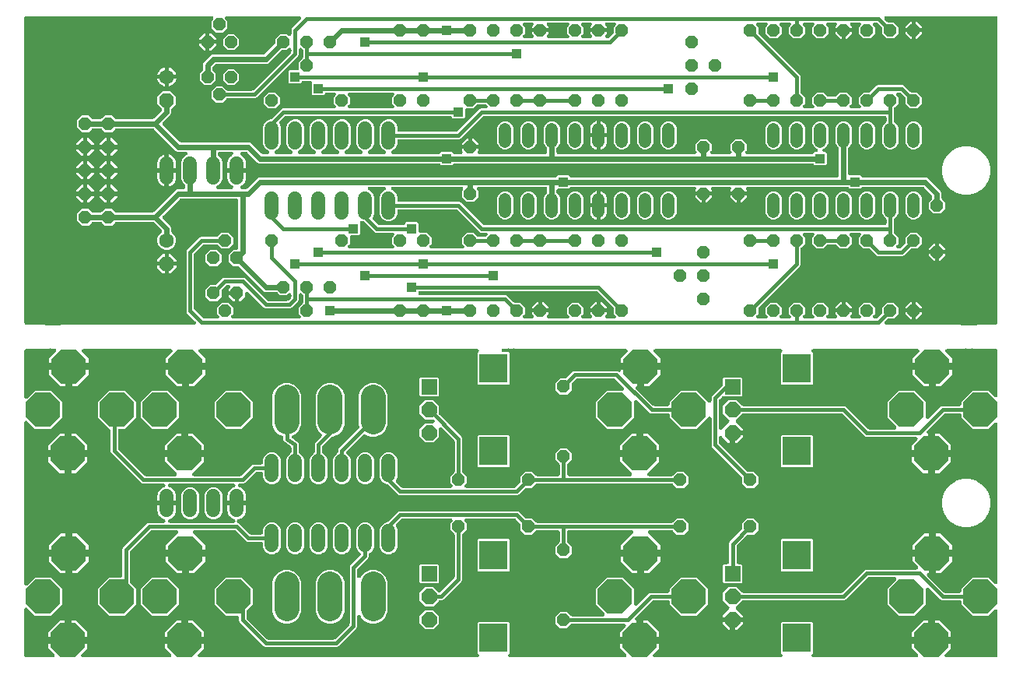
<source format=gbl>
G04 EAGLE Gerber RS-274X export*
G75*
%MOMM*%
%FSLAX34Y34*%
%LPD*%
%INBottom Copper*%
%IPPOS*%
%AMOC8*
5,1,8,0,0,1.08239X$1,22.5*%
G01*
%ADD10P,1.429621X8X292.500000*%
%ADD11C,1.320800*%
%ADD12P,1.429621X8X202.500000*%
%ADD13P,1.429621X8X22.500000*%
%ADD14P,1.429621X8X112.500000*%
%ADD15P,4.058962X8X22.500000*%
%ADD16P,4.058962X8X292.500000*%
%ADD17R,1.676400X1.676400*%
%ADD18P,1.814519X8X202.500000*%
%ADD19R,3.116000X3.116000*%
%ADD20C,2.705100*%
%ADD21P,1.732040X8X292.500000*%
%ADD22C,1.600200*%
%ADD23P,1.539592X8X112.500000*%
%ADD24C,1.524000*%
%ADD25C,0.609600*%
%ADD26R,1.006400X1.006400*%
%ADD27C,0.406400*%

G36*
X41075Y10162D02*
X41075Y10162D01*
X41084Y10161D01*
X41277Y10182D01*
X41466Y10201D01*
X41475Y10203D01*
X41484Y10204D01*
X41668Y10262D01*
X41851Y10319D01*
X41859Y10323D01*
X41868Y10326D01*
X42036Y10419D01*
X42205Y10511D01*
X42212Y10516D01*
X42220Y10521D01*
X42367Y10645D01*
X42515Y10768D01*
X42520Y10775D01*
X42527Y10781D01*
X42646Y10932D01*
X42767Y11082D01*
X42771Y11090D01*
X42777Y11097D01*
X42864Y11270D01*
X42952Y11439D01*
X42955Y11448D01*
X42959Y11456D01*
X43011Y11642D01*
X43064Y11826D01*
X43065Y11835D01*
X43067Y11844D01*
X43081Y12037D01*
X43097Y12228D01*
X43096Y12236D01*
X43096Y12245D01*
X43072Y12438D01*
X43050Y12627D01*
X43047Y12636D01*
X43046Y12645D01*
X42985Y12828D01*
X42925Y13010D01*
X42921Y13018D01*
X42918Y13026D01*
X42822Y13193D01*
X42727Y13361D01*
X42721Y13368D01*
X42717Y13375D01*
X42502Y13628D01*
X36209Y19921D01*
X36209Y24991D01*
X55782Y24991D01*
X55800Y24992D01*
X55817Y24991D01*
X56000Y25012D01*
X56182Y25031D01*
X56199Y25036D01*
X56217Y25038D01*
X56392Y25095D01*
X56567Y25149D01*
X56583Y25157D01*
X56600Y25163D01*
X56760Y25253D01*
X56921Y25340D01*
X56935Y25352D01*
X56951Y25361D01*
X57090Y25481D01*
X57231Y25598D01*
X57242Y25612D01*
X57255Y25624D01*
X57368Y25769D01*
X57483Y25912D01*
X57491Y25928D01*
X57502Y25942D01*
X57503Y25944D01*
X57537Y25882D01*
X57548Y25869D01*
X57557Y25853D01*
X57677Y25714D01*
X57795Y25573D01*
X57808Y25562D01*
X57820Y25548D01*
X57965Y25436D01*
X58108Y25321D01*
X58124Y25313D01*
X58138Y25302D01*
X58303Y25220D01*
X58466Y25135D01*
X58483Y25130D01*
X58499Y25122D01*
X58677Y25074D01*
X58852Y25024D01*
X58870Y25022D01*
X58887Y25018D01*
X59218Y24991D01*
X78791Y24991D01*
X78791Y19921D01*
X72498Y13628D01*
X72492Y13621D01*
X72485Y13616D01*
X72365Y13466D01*
X72243Y13317D01*
X72239Y13309D01*
X72233Y13302D01*
X72145Y13132D01*
X72054Y12961D01*
X72052Y12952D01*
X72048Y12945D01*
X71994Y12760D01*
X71939Y12575D01*
X71939Y12566D01*
X71936Y12558D01*
X71920Y12366D01*
X71903Y12174D01*
X71904Y12165D01*
X71903Y12156D01*
X71925Y11967D01*
X71946Y11774D01*
X71949Y11765D01*
X71950Y11757D01*
X72010Y11575D01*
X72068Y11390D01*
X72072Y11382D01*
X72075Y11374D01*
X72170Y11205D01*
X72263Y11038D01*
X72268Y11031D01*
X72273Y11023D01*
X72399Y10877D01*
X72523Y10731D01*
X72530Y10725D01*
X72536Y10718D01*
X72687Y10601D01*
X72839Y10481D01*
X72847Y10477D01*
X72854Y10472D01*
X73026Y10386D01*
X73198Y10299D01*
X73207Y10296D01*
X73215Y10292D01*
X73401Y10242D01*
X73586Y10191D01*
X73595Y10190D01*
X73603Y10188D01*
X73934Y10161D01*
X168066Y10161D01*
X168075Y10162D01*
X168084Y10161D01*
X168277Y10182D01*
X168466Y10201D01*
X168475Y10203D01*
X168484Y10204D01*
X168668Y10262D01*
X168851Y10319D01*
X168859Y10323D01*
X168868Y10326D01*
X169036Y10419D01*
X169205Y10511D01*
X169212Y10516D01*
X169220Y10521D01*
X169367Y10645D01*
X169515Y10768D01*
X169520Y10775D01*
X169527Y10781D01*
X169646Y10932D01*
X169767Y11082D01*
X169771Y11090D01*
X169777Y11097D01*
X169864Y11270D01*
X169952Y11439D01*
X169955Y11448D01*
X169959Y11456D01*
X170011Y11642D01*
X170064Y11826D01*
X170065Y11835D01*
X170067Y11844D01*
X170081Y12037D01*
X170097Y12228D01*
X170096Y12236D01*
X170096Y12245D01*
X170072Y12438D01*
X170050Y12627D01*
X170047Y12636D01*
X170046Y12645D01*
X169985Y12828D01*
X169925Y13010D01*
X169921Y13018D01*
X169918Y13026D01*
X169822Y13193D01*
X169727Y13361D01*
X169721Y13368D01*
X169717Y13375D01*
X169502Y13628D01*
X163209Y19921D01*
X163209Y24991D01*
X182782Y24991D01*
X182800Y24992D01*
X182817Y24991D01*
X183000Y25012D01*
X183182Y25031D01*
X183199Y25036D01*
X183217Y25038D01*
X183392Y25095D01*
X183567Y25149D01*
X183583Y25157D01*
X183600Y25163D01*
X183760Y25253D01*
X183921Y25340D01*
X183935Y25352D01*
X183951Y25361D01*
X184090Y25481D01*
X184231Y25598D01*
X184242Y25612D01*
X184255Y25624D01*
X184368Y25769D01*
X184483Y25912D01*
X184491Y25928D01*
X184502Y25942D01*
X184503Y25944D01*
X184537Y25882D01*
X184548Y25869D01*
X184557Y25853D01*
X184677Y25714D01*
X184795Y25573D01*
X184808Y25562D01*
X184820Y25548D01*
X184965Y25436D01*
X185108Y25321D01*
X185124Y25313D01*
X185138Y25302D01*
X185303Y25220D01*
X185466Y25135D01*
X185483Y25130D01*
X185499Y25122D01*
X185677Y25074D01*
X185852Y25024D01*
X185870Y25022D01*
X185887Y25018D01*
X186218Y24991D01*
X205791Y24991D01*
X205791Y19921D01*
X199498Y13628D01*
X199492Y13621D01*
X199485Y13616D01*
X199365Y13466D01*
X199243Y13317D01*
X199239Y13309D01*
X199233Y13302D01*
X199145Y13132D01*
X199054Y12961D01*
X199052Y12952D01*
X199048Y12945D01*
X198994Y12760D01*
X198939Y12575D01*
X198939Y12566D01*
X198936Y12558D01*
X198920Y12366D01*
X198903Y12174D01*
X198904Y12165D01*
X198903Y12156D01*
X198925Y11967D01*
X198946Y11774D01*
X198949Y11765D01*
X198950Y11757D01*
X199010Y11575D01*
X199068Y11390D01*
X199072Y11382D01*
X199075Y11374D01*
X199170Y11205D01*
X199263Y11038D01*
X199268Y11031D01*
X199273Y11023D01*
X199399Y10877D01*
X199523Y10731D01*
X199530Y10725D01*
X199536Y10718D01*
X199687Y10601D01*
X199839Y10481D01*
X199847Y10477D01*
X199854Y10472D01*
X200026Y10386D01*
X200198Y10299D01*
X200207Y10296D01*
X200215Y10292D01*
X200401Y10242D01*
X200586Y10191D01*
X200595Y10190D01*
X200603Y10188D01*
X200934Y10161D01*
X502801Y10161D01*
X502810Y10162D01*
X502818Y10161D01*
X503010Y10182D01*
X503201Y10201D01*
X503210Y10203D01*
X503219Y10204D01*
X503401Y10262D01*
X503586Y10319D01*
X503594Y10323D01*
X503603Y10326D01*
X503771Y10419D01*
X503940Y10511D01*
X503947Y10516D01*
X503955Y10521D01*
X504103Y10646D01*
X504250Y10768D01*
X504255Y10775D01*
X504262Y10781D01*
X504382Y10933D01*
X504502Y11082D01*
X504506Y11090D01*
X504512Y11097D01*
X504599Y11269D01*
X504687Y11439D01*
X504690Y11448D01*
X504694Y11456D01*
X504746Y11642D01*
X504799Y11826D01*
X504799Y11835D01*
X504802Y11844D01*
X504816Y12036D01*
X504832Y12228D01*
X504831Y12236D01*
X504831Y12245D01*
X504807Y12438D01*
X504785Y12627D01*
X504782Y12636D01*
X504781Y12645D01*
X504719Y12828D01*
X504660Y13010D01*
X504655Y13018D01*
X504653Y13026D01*
X504557Y13192D01*
X504462Y13361D01*
X504456Y13368D01*
X504452Y13375D01*
X504237Y13628D01*
X503087Y14778D01*
X503087Y47622D01*
X504278Y48813D01*
X537122Y48813D01*
X538313Y47622D01*
X538313Y14778D01*
X537163Y13628D01*
X537157Y13621D01*
X537150Y13616D01*
X537030Y13466D01*
X536908Y13317D01*
X536904Y13309D01*
X536898Y13302D01*
X536810Y13132D01*
X536719Y12961D01*
X536717Y12952D01*
X536713Y12945D01*
X536660Y12760D01*
X536605Y12575D01*
X536604Y12566D01*
X536601Y12558D01*
X536586Y12367D01*
X536568Y12174D01*
X536569Y12165D01*
X536568Y12156D01*
X536591Y11967D01*
X536612Y11774D01*
X536614Y11765D01*
X536615Y11757D01*
X536675Y11575D01*
X536733Y11390D01*
X536737Y11382D01*
X536740Y11374D01*
X536834Y11207D01*
X536928Y11038D01*
X536934Y11031D01*
X536938Y11023D01*
X537063Y10878D01*
X537188Y10731D01*
X537195Y10725D01*
X537201Y10718D01*
X537352Y10602D01*
X537504Y10481D01*
X537512Y10477D01*
X537519Y10472D01*
X537691Y10386D01*
X537863Y10299D01*
X537872Y10296D01*
X537880Y10292D01*
X538066Y10242D01*
X538251Y10191D01*
X538260Y10190D01*
X538269Y10188D01*
X538599Y10161D01*
X663366Y10161D01*
X663375Y10162D01*
X663384Y10161D01*
X663577Y10182D01*
X663766Y10201D01*
X663775Y10203D01*
X663784Y10204D01*
X663968Y10262D01*
X664151Y10319D01*
X664159Y10323D01*
X664168Y10326D01*
X664336Y10419D01*
X664505Y10511D01*
X664512Y10516D01*
X664520Y10521D01*
X664667Y10645D01*
X664815Y10768D01*
X664820Y10775D01*
X664827Y10781D01*
X664946Y10932D01*
X665067Y11082D01*
X665071Y11090D01*
X665077Y11097D01*
X665164Y11270D01*
X665252Y11439D01*
X665255Y11448D01*
X665259Y11456D01*
X665311Y11642D01*
X665364Y11826D01*
X665365Y11835D01*
X665367Y11844D01*
X665381Y12037D01*
X665397Y12228D01*
X665396Y12236D01*
X665396Y12245D01*
X665372Y12438D01*
X665350Y12627D01*
X665347Y12636D01*
X665346Y12645D01*
X665285Y12828D01*
X665225Y13010D01*
X665221Y13018D01*
X665218Y13026D01*
X665122Y13193D01*
X665027Y13361D01*
X665021Y13368D01*
X665017Y13375D01*
X664802Y13628D01*
X658509Y19921D01*
X658509Y24991D01*
X678082Y24991D01*
X678100Y24992D01*
X678117Y24991D01*
X678300Y25012D01*
X678482Y25031D01*
X678499Y25036D01*
X678517Y25038D01*
X678692Y25095D01*
X678867Y25149D01*
X678883Y25157D01*
X678900Y25163D01*
X679060Y25253D01*
X679221Y25340D01*
X679235Y25352D01*
X679251Y25361D01*
X679390Y25481D01*
X679531Y25598D01*
X679542Y25612D01*
X679555Y25624D01*
X679668Y25769D01*
X679783Y25912D01*
X679791Y25928D01*
X679802Y25942D01*
X679803Y25944D01*
X679837Y25882D01*
X679848Y25869D01*
X679857Y25853D01*
X679977Y25714D01*
X680095Y25573D01*
X680108Y25562D01*
X680120Y25548D01*
X680265Y25436D01*
X680408Y25321D01*
X680424Y25313D01*
X680438Y25302D01*
X680603Y25220D01*
X680766Y25135D01*
X680783Y25130D01*
X680799Y25122D01*
X680977Y25074D01*
X681152Y25024D01*
X681170Y25022D01*
X681187Y25018D01*
X681518Y24991D01*
X701091Y24991D01*
X701091Y19921D01*
X694798Y13628D01*
X694792Y13621D01*
X694785Y13616D01*
X694665Y13466D01*
X694543Y13317D01*
X694539Y13309D01*
X694533Y13302D01*
X694445Y13132D01*
X694354Y12961D01*
X694352Y12952D01*
X694348Y12945D01*
X694294Y12760D01*
X694239Y12575D01*
X694239Y12566D01*
X694236Y12558D01*
X694220Y12366D01*
X694203Y12174D01*
X694204Y12165D01*
X694203Y12156D01*
X694225Y11967D01*
X694246Y11774D01*
X694249Y11765D01*
X694250Y11757D01*
X694310Y11575D01*
X694368Y11390D01*
X694372Y11382D01*
X694375Y11374D01*
X694470Y11205D01*
X694563Y11038D01*
X694568Y11031D01*
X694573Y11023D01*
X694699Y10877D01*
X694823Y10731D01*
X694830Y10725D01*
X694836Y10718D01*
X694987Y10601D01*
X695139Y10481D01*
X695147Y10477D01*
X695154Y10472D01*
X695326Y10386D01*
X695498Y10299D01*
X695507Y10296D01*
X695515Y10292D01*
X695701Y10242D01*
X695886Y10191D01*
X695895Y10190D01*
X695903Y10188D01*
X696234Y10161D01*
X833001Y10161D01*
X833010Y10162D01*
X833018Y10161D01*
X833210Y10182D01*
X833401Y10201D01*
X833410Y10203D01*
X833419Y10204D01*
X833601Y10262D01*
X833786Y10319D01*
X833794Y10323D01*
X833803Y10326D01*
X833971Y10419D01*
X834140Y10511D01*
X834147Y10516D01*
X834155Y10521D01*
X834303Y10646D01*
X834450Y10768D01*
X834455Y10775D01*
X834462Y10781D01*
X834582Y10933D01*
X834702Y11082D01*
X834706Y11090D01*
X834712Y11097D01*
X834799Y11269D01*
X834887Y11439D01*
X834890Y11448D01*
X834894Y11456D01*
X834946Y11642D01*
X834999Y11826D01*
X834999Y11835D01*
X835002Y11844D01*
X835016Y12036D01*
X835032Y12228D01*
X835031Y12236D01*
X835031Y12245D01*
X835007Y12438D01*
X834985Y12627D01*
X834982Y12636D01*
X834981Y12645D01*
X834919Y12828D01*
X834860Y13010D01*
X834855Y13018D01*
X834853Y13026D01*
X834757Y13192D01*
X834662Y13361D01*
X834656Y13368D01*
X834652Y13375D01*
X834437Y13628D01*
X833287Y14778D01*
X833287Y47622D01*
X834478Y48813D01*
X867322Y48813D01*
X868513Y47622D01*
X868513Y14778D01*
X867363Y13628D01*
X867357Y13621D01*
X867350Y13616D01*
X867230Y13466D01*
X867108Y13317D01*
X867104Y13309D01*
X867098Y13302D01*
X867010Y13132D01*
X866919Y12961D01*
X866917Y12952D01*
X866913Y12945D01*
X866860Y12760D01*
X866805Y12575D01*
X866804Y12566D01*
X866801Y12558D01*
X866786Y12367D01*
X866768Y12174D01*
X866769Y12165D01*
X866768Y12156D01*
X866791Y11967D01*
X866812Y11774D01*
X866814Y11765D01*
X866815Y11757D01*
X866875Y11575D01*
X866933Y11390D01*
X866937Y11382D01*
X866940Y11374D01*
X867034Y11207D01*
X867128Y11038D01*
X867134Y11031D01*
X867138Y11023D01*
X867263Y10878D01*
X867388Y10731D01*
X867395Y10725D01*
X867401Y10718D01*
X867552Y10602D01*
X867704Y10481D01*
X867712Y10477D01*
X867719Y10472D01*
X867891Y10386D01*
X868063Y10299D01*
X868072Y10296D01*
X868080Y10292D01*
X868266Y10242D01*
X868451Y10191D01*
X868460Y10190D01*
X868469Y10188D01*
X868799Y10161D01*
X980866Y10161D01*
X980875Y10162D01*
X980884Y10161D01*
X981077Y10182D01*
X981266Y10201D01*
X981275Y10203D01*
X981284Y10204D01*
X981468Y10262D01*
X981651Y10319D01*
X981659Y10323D01*
X981668Y10326D01*
X981836Y10419D01*
X982005Y10511D01*
X982012Y10516D01*
X982020Y10521D01*
X982167Y10645D01*
X982315Y10768D01*
X982320Y10775D01*
X982327Y10781D01*
X982446Y10932D01*
X982567Y11082D01*
X982571Y11090D01*
X982577Y11097D01*
X982664Y11270D01*
X982752Y11439D01*
X982755Y11448D01*
X982759Y11456D01*
X982811Y11642D01*
X982864Y11826D01*
X982865Y11835D01*
X982867Y11844D01*
X982881Y12037D01*
X982897Y12228D01*
X982896Y12236D01*
X982896Y12245D01*
X982872Y12438D01*
X982850Y12627D01*
X982847Y12636D01*
X982846Y12645D01*
X982785Y12828D01*
X982725Y13010D01*
X982721Y13018D01*
X982718Y13026D01*
X982622Y13193D01*
X982527Y13361D01*
X982521Y13368D01*
X982517Y13375D01*
X982302Y13628D01*
X976009Y19921D01*
X976009Y24991D01*
X995582Y24991D01*
X995600Y24992D01*
X995617Y24991D01*
X995800Y25012D01*
X995982Y25031D01*
X995999Y25036D01*
X996017Y25038D01*
X996192Y25095D01*
X996367Y25149D01*
X996383Y25157D01*
X996400Y25163D01*
X996560Y25253D01*
X996721Y25340D01*
X996735Y25352D01*
X996751Y25361D01*
X996890Y25481D01*
X997031Y25598D01*
X997042Y25612D01*
X997055Y25624D01*
X997168Y25769D01*
X997283Y25912D01*
X997291Y25928D01*
X997302Y25942D01*
X997303Y25944D01*
X997337Y25882D01*
X997348Y25869D01*
X997357Y25853D01*
X997477Y25714D01*
X997595Y25573D01*
X997608Y25562D01*
X997620Y25548D01*
X997765Y25436D01*
X997908Y25321D01*
X997924Y25313D01*
X997938Y25302D01*
X998103Y25220D01*
X998266Y25135D01*
X998283Y25130D01*
X998299Y25122D01*
X998477Y25074D01*
X998652Y25024D01*
X998670Y25022D01*
X998687Y25018D01*
X999018Y24991D01*
X1018591Y24991D01*
X1018591Y19921D01*
X1012298Y13628D01*
X1012292Y13621D01*
X1012285Y13616D01*
X1012165Y13466D01*
X1012043Y13317D01*
X1012039Y13309D01*
X1012033Y13302D01*
X1011945Y13132D01*
X1011854Y12961D01*
X1011852Y12952D01*
X1011848Y12945D01*
X1011794Y12760D01*
X1011739Y12575D01*
X1011739Y12566D01*
X1011736Y12558D01*
X1011720Y12366D01*
X1011703Y12174D01*
X1011704Y12165D01*
X1011703Y12156D01*
X1011725Y11967D01*
X1011746Y11774D01*
X1011749Y11765D01*
X1011750Y11757D01*
X1011810Y11575D01*
X1011868Y11390D01*
X1011872Y11382D01*
X1011875Y11374D01*
X1011970Y11205D01*
X1012063Y11038D01*
X1012068Y11031D01*
X1012073Y11023D01*
X1012199Y10877D01*
X1012323Y10731D01*
X1012330Y10725D01*
X1012336Y10718D01*
X1012487Y10601D01*
X1012639Y10481D01*
X1012647Y10477D01*
X1012654Y10472D01*
X1012826Y10386D01*
X1012998Y10299D01*
X1013007Y10296D01*
X1013015Y10292D01*
X1013201Y10242D01*
X1013386Y10191D01*
X1013395Y10190D01*
X1013403Y10188D01*
X1013734Y10161D01*
X1067308Y10161D01*
X1067326Y10163D01*
X1067344Y10161D01*
X1067526Y10182D01*
X1067709Y10201D01*
X1067726Y10206D01*
X1067743Y10208D01*
X1067918Y10265D01*
X1068094Y10319D01*
X1068109Y10327D01*
X1068126Y10333D01*
X1068286Y10423D01*
X1068448Y10511D01*
X1068461Y10522D01*
X1068477Y10531D01*
X1068616Y10651D01*
X1068757Y10768D01*
X1068768Y10782D01*
X1068782Y10794D01*
X1068894Y10939D01*
X1069009Y11082D01*
X1069017Y11098D01*
X1069028Y11112D01*
X1069110Y11277D01*
X1069195Y11439D01*
X1069200Y11456D01*
X1069208Y11472D01*
X1069255Y11651D01*
X1069306Y11826D01*
X1069308Y11844D01*
X1069312Y11861D01*
X1069339Y12192D01*
X1069339Y60484D01*
X1069338Y60493D01*
X1069339Y60502D01*
X1069318Y60696D01*
X1069299Y60885D01*
X1069297Y60893D01*
X1069296Y60902D01*
X1069238Y61086D01*
X1069181Y61270D01*
X1069177Y61278D01*
X1069174Y61286D01*
X1069081Y61454D01*
X1068989Y61624D01*
X1068984Y61631D01*
X1068979Y61638D01*
X1068855Y61785D01*
X1068732Y61933D01*
X1068725Y61939D01*
X1068719Y61945D01*
X1068568Y62064D01*
X1068418Y62185D01*
X1068410Y62189D01*
X1068403Y62195D01*
X1068230Y62283D01*
X1068061Y62371D01*
X1068052Y62373D01*
X1068044Y62377D01*
X1067858Y62429D01*
X1067674Y62482D01*
X1067665Y62483D01*
X1067656Y62485D01*
X1067463Y62499D01*
X1067272Y62515D01*
X1067264Y62514D01*
X1067255Y62515D01*
X1067062Y62490D01*
X1066873Y62468D01*
X1066864Y62465D01*
X1066855Y62464D01*
X1066672Y62403D01*
X1066490Y62343D01*
X1066482Y62339D01*
X1066474Y62336D01*
X1066307Y62240D01*
X1066139Y62145D01*
X1066132Y62140D01*
X1066125Y62135D01*
X1065872Y61921D01*
X1059368Y55417D01*
X1042152Y55417D01*
X1029977Y67592D01*
X1029977Y70104D01*
X1029975Y70122D01*
X1029977Y70140D01*
X1029956Y70322D01*
X1029937Y70505D01*
X1029932Y70522D01*
X1029930Y70539D01*
X1029873Y70714D01*
X1029819Y70890D01*
X1029811Y70905D01*
X1029805Y70922D01*
X1029715Y71082D01*
X1029627Y71244D01*
X1029616Y71257D01*
X1029607Y71273D01*
X1029487Y71412D01*
X1029370Y71553D01*
X1029356Y71564D01*
X1029344Y71578D01*
X1029199Y71690D01*
X1029056Y71805D01*
X1029040Y71813D01*
X1029026Y71824D01*
X1028861Y71906D01*
X1028699Y71991D01*
X1028682Y71996D01*
X1028666Y72004D01*
X1028487Y72051D01*
X1028312Y72102D01*
X1028294Y72104D01*
X1028277Y72108D01*
X1027946Y72135D01*
X1008841Y72135D01*
X1007348Y72754D01*
X994550Y85551D01*
X994543Y85557D01*
X994538Y85564D01*
X994388Y85684D01*
X994239Y85806D01*
X994231Y85811D01*
X994224Y85816D01*
X994054Y85905D01*
X993883Y85995D01*
X993874Y85998D01*
X993867Y86002D01*
X993682Y86055D01*
X993497Y86110D01*
X993488Y86111D01*
X993480Y86113D01*
X993288Y86129D01*
X993096Y86146D01*
X993087Y86145D01*
X993078Y86146D01*
X992889Y86124D01*
X992696Y86103D01*
X992687Y86100D01*
X992679Y86099D01*
X992497Y86040D01*
X992312Y85981D01*
X992304Y85977D01*
X992296Y85974D01*
X992127Y85879D01*
X991960Y85786D01*
X991953Y85781D01*
X991945Y85776D01*
X991799Y85650D01*
X991653Y85526D01*
X991647Y85519D01*
X991640Y85513D01*
X991523Y85362D01*
X991403Y85210D01*
X991399Y85202D01*
X991394Y85195D01*
X991308Y85023D01*
X991221Y84851D01*
X991218Y84843D01*
X991214Y84835D01*
X991164Y84648D01*
X991113Y84463D01*
X991112Y84454D01*
X991110Y84446D01*
X991083Y84115D01*
X991083Y67592D01*
X978908Y55417D01*
X961692Y55417D01*
X949517Y67592D01*
X949517Y84808D01*
X958777Y94068D01*
X958782Y94075D01*
X958789Y94080D01*
X958909Y94230D01*
X959032Y94379D01*
X959036Y94387D01*
X959041Y94394D01*
X959130Y94564D01*
X959220Y94735D01*
X959223Y94744D01*
X959227Y94751D01*
X959280Y94936D01*
X959335Y95121D01*
X959336Y95130D01*
X959338Y95138D01*
X959354Y95330D01*
X959371Y95522D01*
X959370Y95531D01*
X959371Y95540D01*
X959349Y95729D01*
X959328Y95922D01*
X959325Y95931D01*
X959324Y95939D01*
X959265Y96121D01*
X959206Y96306D01*
X959202Y96314D01*
X959199Y96322D01*
X959104Y96491D01*
X959012Y96658D01*
X959006Y96665D01*
X959001Y96673D01*
X958876Y96819D01*
X958751Y96965D01*
X958744Y96971D01*
X958738Y96978D01*
X958587Y97095D01*
X958435Y97215D01*
X958427Y97219D01*
X958420Y97224D01*
X958248Y97310D01*
X958076Y97397D01*
X958068Y97400D01*
X958060Y97404D01*
X957873Y97454D01*
X957688Y97505D01*
X957680Y97506D01*
X957671Y97508D01*
X957340Y97535D01*
X929625Y97535D01*
X929598Y97533D01*
X929572Y97535D01*
X929398Y97513D01*
X929224Y97495D01*
X929199Y97488D01*
X929172Y97484D01*
X929007Y97429D01*
X928840Y97377D01*
X928816Y97364D01*
X928791Y97356D01*
X928639Y97269D01*
X928485Y97185D01*
X928465Y97168D01*
X928442Y97155D01*
X928189Y96940D01*
X904002Y72754D01*
X902509Y72135D01*
X792405Y72135D01*
X792379Y72133D01*
X792352Y72135D01*
X792178Y72113D01*
X792005Y72095D01*
X791979Y72088D01*
X791953Y72084D01*
X791787Y72029D01*
X791620Y71977D01*
X791596Y71964D01*
X791571Y71956D01*
X791420Y71869D01*
X791266Y71785D01*
X791245Y71768D01*
X791222Y71755D01*
X790969Y71540D01*
X784924Y65496D01*
X784913Y65482D01*
X784899Y65470D01*
X784786Y65326D01*
X784669Y65184D01*
X784661Y65168D01*
X784650Y65154D01*
X784566Y64990D01*
X784480Y64828D01*
X784475Y64811D01*
X784467Y64795D01*
X784418Y64618D01*
X784366Y64442D01*
X784364Y64425D01*
X784359Y64407D01*
X784346Y64224D01*
X784329Y64041D01*
X784331Y64024D01*
X784330Y64006D01*
X784353Y63824D01*
X784373Y63641D01*
X784378Y63624D01*
X784380Y63606D01*
X784439Y63433D01*
X784494Y63257D01*
X784503Y63242D01*
X784509Y63225D01*
X784600Y63065D01*
X784689Y62905D01*
X784700Y62891D01*
X784709Y62876D01*
X784924Y62623D01*
X791823Y55724D01*
X791823Y53949D01*
X781618Y53949D01*
X781600Y53947D01*
X781583Y53949D01*
X781400Y53928D01*
X781218Y53909D01*
X781201Y53904D01*
X781183Y53902D01*
X781008Y53845D01*
X780908Y53814D01*
X780901Y53818D01*
X780723Y53865D01*
X780548Y53916D01*
X780530Y53918D01*
X780513Y53922D01*
X780182Y53949D01*
X769977Y53949D01*
X769977Y55724D01*
X776876Y62623D01*
X776887Y62637D01*
X776901Y62648D01*
X777014Y62792D01*
X777131Y62934D01*
X777139Y62950D01*
X777150Y62964D01*
X777234Y63128D01*
X777320Y63290D01*
X777325Y63307D01*
X777333Y63323D01*
X777382Y63499D01*
X777434Y63676D01*
X777436Y63694D01*
X777441Y63711D01*
X777454Y63894D01*
X777471Y64077D01*
X777469Y64095D01*
X777470Y64113D01*
X777447Y64295D01*
X777427Y64477D01*
X777422Y64494D01*
X777420Y64512D01*
X777361Y64686D01*
X777306Y64861D01*
X777297Y64877D01*
X777291Y64894D01*
X777200Y65053D01*
X777111Y65213D01*
X777100Y65227D01*
X777091Y65243D01*
X776876Y65496D01*
X770485Y71886D01*
X770485Y80514D01*
X776586Y86615D01*
X785214Y86615D01*
X790969Y80860D01*
X790990Y80843D01*
X791007Y80822D01*
X791145Y80715D01*
X791280Y80605D01*
X791304Y80592D01*
X791325Y80576D01*
X791482Y80498D01*
X791636Y80416D01*
X791662Y80408D01*
X791686Y80396D01*
X791855Y80351D01*
X792022Y80301D01*
X792049Y80299D01*
X792075Y80292D01*
X792405Y80265D01*
X899175Y80265D01*
X899202Y80267D01*
X899228Y80265D01*
X899402Y80287D01*
X899576Y80305D01*
X899601Y80312D01*
X899628Y80316D01*
X899793Y80371D01*
X899960Y80423D01*
X899984Y80436D01*
X900009Y80444D01*
X900161Y80531D01*
X900315Y80615D01*
X900335Y80632D01*
X900358Y80645D01*
X900611Y80860D01*
X924798Y105046D01*
X926291Y105665D01*
X981012Y105665D01*
X981021Y105666D01*
X981030Y105665D01*
X981221Y105686D01*
X981412Y105705D01*
X981421Y105707D01*
X981430Y105708D01*
X981612Y105766D01*
X981797Y105823D01*
X981805Y105827D01*
X981814Y105830D01*
X981982Y105923D01*
X982151Y106015D01*
X982158Y106020D01*
X982166Y106025D01*
X982313Y106149D01*
X982461Y106272D01*
X982466Y106279D01*
X982473Y106285D01*
X982592Y106436D01*
X982713Y106586D01*
X982717Y106594D01*
X982723Y106601D01*
X982810Y106774D01*
X982898Y106943D01*
X982901Y106952D01*
X982905Y106960D01*
X982957Y107146D01*
X983010Y107330D01*
X983011Y107339D01*
X983013Y107348D01*
X983027Y107541D01*
X983043Y107732D01*
X983042Y107740D01*
X983042Y107749D01*
X983018Y107942D01*
X982996Y108131D01*
X982993Y108140D01*
X982992Y108149D01*
X982931Y108332D01*
X982871Y108514D01*
X982867Y108522D01*
X982864Y108530D01*
X982768Y108697D01*
X982673Y108865D01*
X982667Y108872D01*
X982663Y108879D01*
X982448Y109132D01*
X977009Y114571D01*
X977009Y119327D01*
X994237Y119327D01*
X994237Y102083D01*
X994192Y102078D01*
X994002Y102059D01*
X993994Y102057D01*
X993985Y102056D01*
X993800Y101997D01*
X993617Y101941D01*
X993610Y101937D01*
X993601Y101934D01*
X993432Y101841D01*
X993263Y101749D01*
X993257Y101744D01*
X993249Y101739D01*
X993102Y101615D01*
X992954Y101492D01*
X992949Y101485D01*
X992942Y101479D01*
X992822Y101327D01*
X992702Y101178D01*
X992698Y101170D01*
X992692Y101163D01*
X992604Y100990D01*
X992516Y100821D01*
X992514Y100812D01*
X992510Y100804D01*
X992458Y100618D01*
X992405Y100434D01*
X992404Y100425D01*
X992402Y100416D01*
X992388Y100223D01*
X992372Y100032D01*
X992373Y100024D01*
X992372Y100015D01*
X992397Y99822D01*
X992419Y99633D01*
X992422Y99624D01*
X992423Y99615D01*
X992484Y99432D01*
X992544Y99250D01*
X992548Y99242D01*
X992551Y99234D01*
X992647Y99067D01*
X992742Y98899D01*
X992747Y98892D01*
X992752Y98885D01*
X992967Y98632D01*
X1010739Y80860D01*
X1010759Y80843D01*
X1010777Y80822D01*
X1010915Y80715D01*
X1011050Y80605D01*
X1011074Y80592D01*
X1011095Y80576D01*
X1011252Y80498D01*
X1011406Y80416D01*
X1011431Y80408D01*
X1011456Y80396D01*
X1011625Y80351D01*
X1011792Y80301D01*
X1011818Y80299D01*
X1011844Y80292D01*
X1012175Y80265D01*
X1027946Y80265D01*
X1027964Y80267D01*
X1027982Y80265D01*
X1028164Y80286D01*
X1028347Y80305D01*
X1028364Y80310D01*
X1028381Y80312D01*
X1028556Y80369D01*
X1028732Y80423D01*
X1028747Y80431D01*
X1028764Y80437D01*
X1028924Y80527D01*
X1029086Y80615D01*
X1029099Y80626D01*
X1029115Y80635D01*
X1029254Y80755D01*
X1029395Y80872D01*
X1029406Y80886D01*
X1029420Y80898D01*
X1029532Y81043D01*
X1029647Y81186D01*
X1029655Y81202D01*
X1029666Y81216D01*
X1029748Y81381D01*
X1029833Y81543D01*
X1029838Y81560D01*
X1029846Y81576D01*
X1029893Y81755D01*
X1029944Y81930D01*
X1029946Y81948D01*
X1029950Y81965D01*
X1029977Y82296D01*
X1029977Y84808D01*
X1042152Y96983D01*
X1059368Y96983D01*
X1065872Y90479D01*
X1065879Y90474D01*
X1065884Y90467D01*
X1066034Y90347D01*
X1066183Y90224D01*
X1066191Y90220D01*
X1066198Y90215D01*
X1066368Y90126D01*
X1066539Y90036D01*
X1066548Y90033D01*
X1066555Y90029D01*
X1066740Y89976D01*
X1066925Y89921D01*
X1066934Y89920D01*
X1066942Y89918D01*
X1067134Y89902D01*
X1067326Y89885D01*
X1067335Y89886D01*
X1067344Y89885D01*
X1067533Y89907D01*
X1067726Y89928D01*
X1067735Y89931D01*
X1067743Y89932D01*
X1067925Y89991D01*
X1068110Y90050D01*
X1068118Y90054D01*
X1068126Y90057D01*
X1068295Y90152D01*
X1068462Y90244D01*
X1068469Y90250D01*
X1068477Y90255D01*
X1068623Y90380D01*
X1068769Y90505D01*
X1068775Y90512D01*
X1068782Y90518D01*
X1068899Y90669D01*
X1069019Y90821D01*
X1069023Y90829D01*
X1069028Y90836D01*
X1069114Y91008D01*
X1069201Y91180D01*
X1069204Y91188D01*
X1069208Y91196D01*
X1069258Y91383D01*
X1069309Y91568D01*
X1069310Y91576D01*
X1069312Y91585D01*
X1069339Y91916D01*
X1069339Y263684D01*
X1069338Y263693D01*
X1069339Y263702D01*
X1069318Y263896D01*
X1069299Y264085D01*
X1069297Y264093D01*
X1069296Y264102D01*
X1069238Y264286D01*
X1069181Y264470D01*
X1069177Y264478D01*
X1069174Y264486D01*
X1069081Y264654D01*
X1068989Y264824D01*
X1068984Y264831D01*
X1068979Y264838D01*
X1068855Y264985D01*
X1068732Y265133D01*
X1068725Y265139D01*
X1068719Y265145D01*
X1068568Y265264D01*
X1068418Y265385D01*
X1068410Y265389D01*
X1068403Y265395D01*
X1068230Y265483D01*
X1068061Y265571D01*
X1068052Y265573D01*
X1068044Y265577D01*
X1067858Y265629D01*
X1067674Y265682D01*
X1067665Y265683D01*
X1067656Y265685D01*
X1067463Y265699D01*
X1067272Y265715D01*
X1067264Y265714D01*
X1067255Y265715D01*
X1067062Y265690D01*
X1066873Y265668D01*
X1066864Y265665D01*
X1066855Y265664D01*
X1066672Y265603D01*
X1066490Y265543D01*
X1066482Y265539D01*
X1066474Y265536D01*
X1066307Y265440D01*
X1066139Y265345D01*
X1066132Y265340D01*
X1066125Y265335D01*
X1065872Y265121D01*
X1059368Y258617D01*
X1042152Y258617D01*
X1029977Y270792D01*
X1029977Y273304D01*
X1029975Y273322D01*
X1029977Y273340D01*
X1029956Y273522D01*
X1029937Y273705D01*
X1029932Y273722D01*
X1029930Y273739D01*
X1029873Y273914D01*
X1029819Y274090D01*
X1029811Y274105D01*
X1029805Y274122D01*
X1029715Y274282D01*
X1029627Y274444D01*
X1029616Y274457D01*
X1029607Y274473D01*
X1029487Y274612D01*
X1029370Y274753D01*
X1029356Y274764D01*
X1029344Y274778D01*
X1029199Y274890D01*
X1029056Y275005D01*
X1029040Y275013D01*
X1029026Y275024D01*
X1028861Y275106D01*
X1028699Y275191D01*
X1028682Y275196D01*
X1028666Y275204D01*
X1028487Y275251D01*
X1028312Y275302D01*
X1028294Y275304D01*
X1028277Y275308D01*
X1027946Y275335D01*
X1012175Y275335D01*
X1012148Y275333D01*
X1012122Y275335D01*
X1011948Y275313D01*
X1011774Y275295D01*
X1011749Y275288D01*
X1011722Y275284D01*
X1011557Y275229D01*
X1011390Y275177D01*
X1011366Y275164D01*
X1011341Y275156D01*
X1011189Y275069D01*
X1011035Y274985D01*
X1011015Y274968D01*
X1010992Y274955D01*
X1010739Y274740D01*
X992697Y256698D01*
X992691Y256691D01*
X992684Y256686D01*
X992564Y256536D01*
X992442Y256387D01*
X992437Y256379D01*
X992432Y256372D01*
X992343Y256202D01*
X992253Y256031D01*
X992250Y256022D01*
X992246Y256015D01*
X992193Y255830D01*
X992138Y255645D01*
X992137Y255636D01*
X992135Y255628D01*
X992119Y255436D01*
X992102Y255244D01*
X992103Y255235D01*
X992102Y255226D01*
X992124Y255037D01*
X992145Y254844D01*
X992148Y254835D01*
X992149Y254827D01*
X992208Y254645D01*
X992267Y254460D01*
X992271Y254452D01*
X992274Y254444D01*
X992369Y254275D01*
X992462Y254108D01*
X992467Y254101D01*
X992472Y254093D01*
X992599Y253946D01*
X992722Y253801D01*
X992729Y253795D01*
X992735Y253788D01*
X992886Y253671D01*
X993038Y253551D01*
X993046Y253547D01*
X993053Y253542D01*
X993225Y253456D01*
X993397Y253369D01*
X993405Y253366D01*
X993413Y253362D01*
X993551Y253326D01*
X993551Y235689D01*
X976009Y235689D01*
X976009Y240759D01*
X981718Y246468D01*
X981724Y246475D01*
X981731Y246480D01*
X981851Y246630D01*
X981973Y246779D01*
X981977Y246787D01*
X981983Y246794D01*
X982071Y246964D01*
X982162Y247135D01*
X982164Y247144D01*
X982168Y247151D01*
X982222Y247336D01*
X982277Y247521D01*
X982277Y247530D01*
X982280Y247538D01*
X982296Y247730D01*
X982313Y247922D01*
X982312Y247931D01*
X982313Y247940D01*
X982291Y248128D01*
X982270Y248322D01*
X982267Y248331D01*
X982266Y248339D01*
X982206Y248521D01*
X982148Y248706D01*
X982144Y248714D01*
X982141Y248722D01*
X982046Y248891D01*
X981953Y249058D01*
X981948Y249065D01*
X981943Y249073D01*
X981817Y249219D01*
X981693Y249365D01*
X981686Y249371D01*
X981680Y249378D01*
X981529Y249495D01*
X981377Y249615D01*
X981369Y249619D01*
X981362Y249624D01*
X981190Y249710D01*
X981018Y249797D01*
X981009Y249800D01*
X981001Y249804D01*
X980815Y249854D01*
X980630Y249905D01*
X980621Y249906D01*
X980613Y249908D01*
X980282Y249935D01*
X926291Y249935D01*
X924798Y250554D01*
X900611Y274740D01*
X900591Y274757D01*
X900573Y274778D01*
X900435Y274885D01*
X900300Y274995D01*
X900276Y275008D01*
X900255Y275024D01*
X900098Y275102D01*
X899944Y275184D01*
X899919Y275192D01*
X899894Y275204D01*
X899725Y275249D01*
X899558Y275299D01*
X899532Y275301D01*
X899506Y275308D01*
X899175Y275335D01*
X792405Y275335D01*
X792379Y275333D01*
X792352Y275335D01*
X792178Y275313D01*
X792005Y275295D01*
X791979Y275288D01*
X791953Y275284D01*
X791787Y275229D01*
X791620Y275177D01*
X791596Y275164D01*
X791571Y275156D01*
X791420Y275069D01*
X791266Y274985D01*
X791245Y274968D01*
X791222Y274955D01*
X790969Y274740D01*
X784924Y268696D01*
X784913Y268682D01*
X784899Y268670D01*
X784786Y268526D01*
X784669Y268384D01*
X784661Y268368D01*
X784650Y268354D01*
X784566Y268190D01*
X784480Y268028D01*
X784475Y268011D01*
X784467Y267995D01*
X784418Y267818D01*
X784366Y267642D01*
X784364Y267625D01*
X784359Y267607D01*
X784346Y267424D01*
X784329Y267241D01*
X784331Y267224D01*
X784330Y267206D01*
X784353Y267024D01*
X784373Y266841D01*
X784378Y266824D01*
X784380Y266806D01*
X784439Y266633D01*
X784494Y266457D01*
X784503Y266442D01*
X784509Y266425D01*
X784600Y266265D01*
X784689Y266105D01*
X784700Y266091D01*
X784709Y266076D01*
X784924Y265823D01*
X791823Y258924D01*
X791823Y257149D01*
X781618Y257149D01*
X781600Y257147D01*
X781583Y257149D01*
X781400Y257128D01*
X781218Y257109D01*
X781201Y257104D01*
X781183Y257102D01*
X781008Y257045D01*
X780833Y256991D01*
X780817Y256983D01*
X780800Y256977D01*
X780640Y256887D01*
X780479Y256799D01*
X780465Y256788D01*
X780449Y256779D01*
X780310Y256659D01*
X780169Y256542D01*
X780158Y256528D01*
X780145Y256516D01*
X780032Y256371D01*
X779917Y256228D01*
X779909Y256212D01*
X779898Y256198D01*
X779815Y256032D01*
X779732Y255871D01*
X779727Y255854D01*
X779719Y255838D01*
X779671Y255659D01*
X779665Y255639D01*
X779572Y255609D01*
X779396Y255555D01*
X779381Y255547D01*
X779364Y255541D01*
X779204Y255451D01*
X779042Y255363D01*
X779029Y255352D01*
X779013Y255343D01*
X778874Y255223D01*
X778733Y255105D01*
X778722Y255092D01*
X778708Y255080D01*
X778596Y254935D01*
X778481Y254792D01*
X778473Y254776D01*
X778462Y254762D01*
X778380Y254597D01*
X778295Y254434D01*
X778290Y254417D01*
X778282Y254401D01*
X778234Y254223D01*
X778184Y254048D01*
X778182Y254030D01*
X778178Y254013D01*
X778151Y253682D01*
X778151Y243477D01*
X776376Y243477D01*
X769532Y250321D01*
X769525Y250326D01*
X769520Y250333D01*
X769370Y250453D01*
X769221Y250576D01*
X769213Y250580D01*
X769206Y250586D01*
X769036Y250674D01*
X768865Y250764D01*
X768856Y250767D01*
X768849Y250771D01*
X768664Y250824D01*
X768479Y250879D01*
X768470Y250880D01*
X768462Y250882D01*
X768270Y250898D01*
X768078Y250916D01*
X768069Y250915D01*
X768060Y250915D01*
X767871Y250893D01*
X767678Y250872D01*
X767669Y250869D01*
X767661Y250868D01*
X767479Y250809D01*
X767294Y250751D01*
X767286Y250746D01*
X767278Y250744D01*
X767109Y250649D01*
X766942Y250556D01*
X766935Y250550D01*
X766927Y250546D01*
X766781Y250420D01*
X766635Y250295D01*
X766629Y250288D01*
X766622Y250282D01*
X766505Y250131D01*
X766385Y249979D01*
X766381Y249971D01*
X766376Y249964D01*
X766290Y249792D01*
X766203Y249620D01*
X766200Y249612D01*
X766196Y249604D01*
X766146Y249417D01*
X766095Y249233D01*
X766094Y249224D01*
X766092Y249215D01*
X766065Y248884D01*
X766065Y243825D01*
X766067Y243798D01*
X766065Y243772D01*
X766087Y243598D01*
X766105Y243424D01*
X766112Y243399D01*
X766116Y243372D01*
X766171Y243207D01*
X766223Y243040D01*
X766236Y243016D01*
X766244Y242991D01*
X766331Y242839D01*
X766415Y242685D01*
X766432Y242665D01*
X766445Y242642D01*
X766660Y242389D01*
X796617Y212432D01*
X796637Y212415D01*
X796655Y212394D01*
X796793Y212287D01*
X796928Y212177D01*
X796952Y212164D01*
X796973Y212148D01*
X797130Y212070D01*
X797284Y211988D01*
X797309Y211980D01*
X797334Y211968D01*
X797503Y211923D01*
X797670Y211873D01*
X797696Y211871D01*
X797722Y211864D01*
X798053Y211837D01*
X803677Y211837D01*
X808737Y206777D01*
X808737Y199623D01*
X803677Y194563D01*
X796523Y194563D01*
X791463Y199623D01*
X791463Y205247D01*
X791461Y205274D01*
X791463Y205300D01*
X791441Y205474D01*
X791423Y205648D01*
X791416Y205673D01*
X791412Y205700D01*
X791357Y205865D01*
X791305Y206033D01*
X791292Y206056D01*
X791284Y206081D01*
X791197Y206233D01*
X791113Y206387D01*
X791096Y206407D01*
X791083Y206430D01*
X790868Y206683D01*
X759983Y237568D01*
X758554Y238998D01*
X757935Y240491D01*
X757935Y269780D01*
X757934Y269789D01*
X757935Y269798D01*
X757914Y269991D01*
X757895Y270181D01*
X757893Y270189D01*
X757892Y270198D01*
X757834Y270382D01*
X757777Y270566D01*
X757773Y270574D01*
X757770Y270582D01*
X757678Y270750D01*
X757585Y270920D01*
X757580Y270927D01*
X757575Y270934D01*
X757451Y271081D01*
X757328Y271229D01*
X757321Y271235D01*
X757315Y271241D01*
X757163Y271361D01*
X757014Y271481D01*
X757006Y271485D01*
X756999Y271491D01*
X756826Y271579D01*
X756657Y271667D01*
X756648Y271669D01*
X756640Y271673D01*
X756454Y271725D01*
X756270Y271778D01*
X756261Y271779D01*
X756252Y271781D01*
X756059Y271795D01*
X755868Y271811D01*
X755860Y271810D01*
X755851Y271811D01*
X755658Y271786D01*
X755469Y271764D01*
X755460Y271761D01*
X755451Y271760D01*
X755268Y271699D01*
X755086Y271639D01*
X755078Y271635D01*
X755070Y271632D01*
X754903Y271536D01*
X754735Y271441D01*
X754728Y271436D01*
X754721Y271431D01*
X754468Y271217D01*
X741868Y258617D01*
X724652Y258617D01*
X712477Y270792D01*
X712477Y273304D01*
X712475Y273322D01*
X712477Y273340D01*
X712456Y273522D01*
X712437Y273705D01*
X712432Y273722D01*
X712430Y273739D01*
X712373Y273914D01*
X712319Y274090D01*
X712311Y274105D01*
X712305Y274122D01*
X712215Y274282D01*
X712127Y274444D01*
X712116Y274457D01*
X712107Y274473D01*
X711987Y274612D01*
X711870Y274753D01*
X711856Y274764D01*
X711844Y274778D01*
X711699Y274890D01*
X711556Y275005D01*
X711540Y275013D01*
X711526Y275024D01*
X711361Y275106D01*
X711199Y275191D01*
X711182Y275196D01*
X711166Y275204D01*
X710987Y275251D01*
X710812Y275302D01*
X710794Y275304D01*
X710777Y275308D01*
X710446Y275335D01*
X693200Y275335D01*
X693188Y275334D01*
X693174Y275335D01*
X692377Y275325D01*
X691641Y275630D01*
X691630Y275633D01*
X691616Y275640D01*
X690877Y275935D01*
X690313Y276498D01*
X690304Y276506D01*
X690294Y276517D01*
X677031Y289437D01*
X676875Y289562D01*
X676724Y289684D01*
X676720Y289686D01*
X676717Y289688D01*
X676539Y289780D01*
X676367Y289869D01*
X676362Y289870D01*
X676358Y289872D01*
X676169Y289926D01*
X675980Y289981D01*
X675975Y289981D01*
X675971Y289982D01*
X675773Y289997D01*
X675578Y290013D01*
X675574Y290013D01*
X675570Y290013D01*
X675372Y289989D01*
X675179Y289967D01*
X675174Y289965D01*
X675170Y289965D01*
X674984Y289903D01*
X674796Y289842D01*
X674792Y289840D01*
X674788Y289838D01*
X674616Y289740D01*
X674445Y289644D01*
X674442Y289641D01*
X674438Y289639D01*
X674288Y289508D01*
X674140Y289381D01*
X674138Y289377D01*
X674134Y289374D01*
X674013Y289216D01*
X673894Y289063D01*
X673892Y289059D01*
X673889Y289055D01*
X673801Y288876D01*
X673714Y288702D01*
X673713Y288698D01*
X673711Y288694D01*
X673661Y288502D01*
X673610Y288313D01*
X673609Y288308D01*
X673608Y288305D01*
X673607Y288273D01*
X673583Y287983D01*
X673583Y270792D01*
X661408Y258617D01*
X644192Y258617D01*
X632017Y270792D01*
X632017Y288008D01*
X644192Y300183D01*
X661005Y300183D01*
X661027Y300185D01*
X661050Y300183D01*
X661228Y300205D01*
X661406Y300223D01*
X661427Y300229D01*
X661449Y300232D01*
X661619Y300288D01*
X661791Y300341D01*
X661810Y300351D01*
X661831Y300358D01*
X661987Y300447D01*
X662145Y300533D01*
X662162Y300547D01*
X662181Y300558D01*
X662316Y300676D01*
X662454Y300790D01*
X662468Y300808D01*
X662485Y300822D01*
X662594Y300965D01*
X662706Y301104D01*
X662717Y301124D01*
X662730Y301141D01*
X662810Y301303D01*
X662892Y301461D01*
X662898Y301483D01*
X662908Y301503D01*
X662954Y301676D01*
X663003Y301848D01*
X663005Y301870D01*
X663011Y301892D01*
X663022Y302071D01*
X663036Y302250D01*
X663034Y302272D01*
X663035Y302294D01*
X663010Y302472D01*
X662989Y302649D01*
X662982Y302670D01*
X662979Y302693D01*
X662920Y302862D01*
X662864Y303032D01*
X662853Y303052D01*
X662846Y303073D01*
X662754Y303227D01*
X662667Y303383D01*
X662652Y303400D01*
X662641Y303419D01*
X662423Y303669D01*
X652989Y312859D01*
X652978Y312867D01*
X652970Y312878D01*
X652822Y312992D01*
X652674Y313110D01*
X652662Y313116D01*
X652652Y313124D01*
X652483Y313208D01*
X652316Y313294D01*
X652303Y313298D01*
X652291Y313304D01*
X652109Y313353D01*
X651929Y313404D01*
X651915Y313405D01*
X651902Y313408D01*
X651572Y313435D01*
X612125Y313435D01*
X612098Y313433D01*
X612072Y313435D01*
X611898Y313413D01*
X611724Y313395D01*
X611699Y313388D01*
X611672Y313384D01*
X611507Y313329D01*
X611340Y313277D01*
X611316Y313264D01*
X611291Y313256D01*
X611139Y313169D01*
X610985Y313085D01*
X610965Y313068D01*
X610942Y313055D01*
X610689Y312840D01*
X606132Y308283D01*
X606115Y308263D01*
X606094Y308245D01*
X605987Y308107D01*
X605877Y307972D01*
X605864Y307948D01*
X605848Y307927D01*
X605770Y307770D01*
X605688Y307616D01*
X605680Y307591D01*
X605668Y307566D01*
X605623Y307397D01*
X605573Y307230D01*
X605571Y307204D01*
X605564Y307178D01*
X605537Y306847D01*
X605537Y301223D01*
X600477Y296163D01*
X593323Y296163D01*
X588263Y301223D01*
X588263Y308377D01*
X593323Y313437D01*
X598947Y313437D01*
X598974Y313439D01*
X599000Y313437D01*
X599174Y313459D01*
X599348Y313477D01*
X599373Y313484D01*
X599400Y313488D01*
X599565Y313543D01*
X599732Y313595D01*
X599756Y313608D01*
X599781Y313616D01*
X599933Y313703D01*
X600087Y313787D01*
X600107Y313804D01*
X600130Y313817D01*
X600383Y314032D01*
X607298Y320946D01*
X608791Y321565D01*
X654010Y321565D01*
X654022Y321566D01*
X654036Y321565D01*
X654833Y321575D01*
X655569Y321270D01*
X655580Y321267D01*
X655594Y321260D01*
X656540Y320883D01*
X656687Y320807D01*
X656700Y320802D01*
X656711Y320799D01*
X656720Y320794D01*
X656722Y320794D01*
X656725Y320792D01*
X656905Y320740D01*
X657085Y320685D01*
X657099Y320684D01*
X657112Y320680D01*
X657300Y320665D01*
X657486Y320647D01*
X657500Y320648D01*
X657514Y320647D01*
X657700Y320669D01*
X657887Y320689D01*
X657900Y320693D01*
X657913Y320694D01*
X658091Y320752D01*
X658271Y320808D01*
X658283Y320815D01*
X658296Y320819D01*
X658460Y320911D01*
X658624Y321001D01*
X658635Y321010D01*
X658647Y321017D01*
X658789Y321139D01*
X658932Y321260D01*
X658941Y321271D01*
X658952Y321280D01*
X659066Y321427D01*
X659184Y321575D01*
X659190Y321587D01*
X659198Y321598D01*
X659282Y321766D01*
X659368Y321933D01*
X659371Y321946D01*
X659378Y321959D01*
X659426Y322140D01*
X659478Y322321D01*
X659479Y322334D01*
X659482Y322348D01*
X659497Y322527D01*
X676737Y322527D01*
X676737Y305180D01*
X676610Y305141D01*
X676590Y305131D01*
X676569Y305124D01*
X676413Y305035D01*
X676256Y304949D01*
X676239Y304935D01*
X676219Y304924D01*
X676084Y304806D01*
X675946Y304692D01*
X675933Y304674D01*
X675916Y304660D01*
X675806Y304517D01*
X675694Y304378D01*
X675684Y304358D01*
X675670Y304341D01*
X675591Y304179D01*
X675509Y304021D01*
X675502Y303999D01*
X675493Y303979D01*
X675447Y303806D01*
X675397Y303634D01*
X675395Y303612D01*
X675390Y303590D01*
X675379Y303411D01*
X675364Y303232D01*
X675367Y303210D01*
X675366Y303188D01*
X675390Y303010D01*
X675411Y302833D01*
X675418Y302812D01*
X675421Y302789D01*
X675481Y302620D01*
X675536Y302450D01*
X675547Y302430D01*
X675554Y302409D01*
X675646Y302255D01*
X675734Y302099D01*
X675748Y302082D01*
X675760Y302063D01*
X675978Y301813D01*
X694221Y284041D01*
X694232Y284033D01*
X694240Y284022D01*
X694388Y283908D01*
X694536Y283790D01*
X694548Y283784D01*
X694558Y283776D01*
X694727Y283692D01*
X694894Y283606D01*
X694907Y283602D01*
X694919Y283596D01*
X695101Y283547D01*
X695281Y283496D01*
X695295Y283495D01*
X695308Y283492D01*
X695638Y283465D01*
X710446Y283465D01*
X710464Y283467D01*
X710482Y283465D01*
X710664Y283486D01*
X710847Y283505D01*
X710864Y283510D01*
X710881Y283512D01*
X711056Y283569D01*
X711232Y283623D01*
X711247Y283631D01*
X711264Y283637D01*
X711424Y283727D01*
X711586Y283815D01*
X711599Y283826D01*
X711615Y283835D01*
X711754Y283955D01*
X711895Y284072D01*
X711906Y284086D01*
X711920Y284098D01*
X712032Y284243D01*
X712147Y284386D01*
X712155Y284402D01*
X712166Y284416D01*
X712248Y284581D01*
X712333Y284743D01*
X712338Y284760D01*
X712346Y284776D01*
X712393Y284955D01*
X712444Y285130D01*
X712446Y285148D01*
X712450Y285165D01*
X712477Y285496D01*
X712477Y288008D01*
X724652Y300183D01*
X741868Y300183D01*
X754468Y287583D01*
X754475Y287578D01*
X754480Y287571D01*
X754630Y287451D01*
X754779Y287328D01*
X754787Y287324D01*
X754794Y287319D01*
X754964Y287230D01*
X755135Y287140D01*
X755144Y287137D01*
X755151Y287133D01*
X755336Y287080D01*
X755521Y287025D01*
X755530Y287024D01*
X755538Y287022D01*
X755730Y287006D01*
X755922Y286989D01*
X755931Y286990D01*
X755940Y286989D01*
X756129Y287011D01*
X756322Y287032D01*
X756331Y287035D01*
X756339Y287036D01*
X756521Y287095D01*
X756706Y287154D01*
X756714Y287158D01*
X756722Y287161D01*
X756891Y287256D01*
X757058Y287348D01*
X757065Y287354D01*
X757073Y287359D01*
X757219Y287484D01*
X757365Y287609D01*
X757371Y287616D01*
X757378Y287622D01*
X757495Y287773D01*
X757615Y287925D01*
X757619Y287933D01*
X757624Y287940D01*
X757710Y288112D01*
X757797Y288284D01*
X757800Y288292D01*
X757804Y288300D01*
X757854Y288487D01*
X757905Y288672D01*
X757906Y288680D01*
X757908Y288689D01*
X757935Y289020D01*
X757935Y292909D01*
X758554Y294402D01*
X769890Y305739D01*
X769907Y305759D01*
X769928Y305777D01*
X770035Y305915D01*
X770145Y306050D01*
X770158Y306074D01*
X770174Y306095D01*
X770252Y306252D01*
X770334Y306406D01*
X770342Y306431D01*
X770354Y306456D01*
X770399Y306625D01*
X770449Y306792D01*
X770451Y306818D01*
X770458Y306844D01*
X770485Y307175D01*
X770485Y313624D01*
X771676Y314815D01*
X790124Y314815D01*
X791315Y313624D01*
X791315Y295176D01*
X790124Y293985D01*
X771478Y293985D01*
X771424Y294014D01*
X771407Y294019D01*
X771391Y294027D01*
X771213Y294076D01*
X771038Y294129D01*
X771020Y294130D01*
X771003Y294135D01*
X770820Y294148D01*
X770637Y294165D01*
X770619Y294163D01*
X770602Y294164D01*
X770419Y294141D01*
X770237Y294122D01*
X770220Y294116D01*
X770202Y294114D01*
X770028Y294056D01*
X769853Y294000D01*
X769837Y293991D01*
X769820Y293986D01*
X769662Y293894D01*
X769501Y293805D01*
X769487Y293794D01*
X769472Y293785D01*
X769219Y293570D01*
X766660Y291011D01*
X766643Y290991D01*
X766622Y290973D01*
X766516Y290835D01*
X766405Y290700D01*
X766392Y290676D01*
X766376Y290655D01*
X766298Y290499D01*
X766216Y290344D01*
X766208Y290318D01*
X766196Y290294D01*
X766151Y290126D01*
X766101Y289958D01*
X766099Y289932D01*
X766092Y289906D01*
X766065Y289575D01*
X766065Y259916D01*
X766066Y259907D01*
X766065Y259898D01*
X766086Y259705D01*
X766105Y259515D01*
X766107Y259507D01*
X766108Y259498D01*
X766167Y259313D01*
X766223Y259130D01*
X766227Y259122D01*
X766230Y259114D01*
X766323Y258945D01*
X766415Y258776D01*
X766420Y258769D01*
X766425Y258761D01*
X766549Y258614D01*
X766672Y258467D01*
X766679Y258461D01*
X766685Y258454D01*
X766837Y258335D01*
X766986Y258214D01*
X766994Y258210D01*
X767001Y258205D01*
X767174Y258117D01*
X767343Y258029D01*
X767352Y258027D01*
X767360Y258022D01*
X767546Y257971D01*
X767730Y257918D01*
X767739Y257917D01*
X767748Y257914D01*
X767941Y257900D01*
X768132Y257885D01*
X768140Y257886D01*
X768149Y257885D01*
X768342Y257909D01*
X768531Y257932D01*
X768540Y257934D01*
X768549Y257935D01*
X768731Y257997D01*
X768914Y258056D01*
X768922Y258061D01*
X768930Y258064D01*
X769097Y258160D01*
X769265Y258254D01*
X769272Y258260D01*
X769279Y258265D01*
X769532Y258479D01*
X776876Y265823D01*
X776887Y265837D01*
X776901Y265848D01*
X777014Y265992D01*
X777131Y266134D01*
X777139Y266150D01*
X777150Y266164D01*
X777234Y266329D01*
X777320Y266490D01*
X777325Y266507D01*
X777333Y266523D01*
X777382Y266701D01*
X777434Y266876D01*
X777436Y266894D01*
X777441Y266911D01*
X777454Y267094D01*
X777471Y267277D01*
X777469Y267295D01*
X777470Y267313D01*
X777447Y267495D01*
X777427Y267677D01*
X777422Y267694D01*
X777420Y267712D01*
X777361Y267886D01*
X777306Y268061D01*
X777297Y268077D01*
X777291Y268094D01*
X777200Y268253D01*
X777111Y268413D01*
X777100Y268427D01*
X777091Y268443D01*
X776876Y268696D01*
X770485Y275086D01*
X770485Y283714D01*
X776586Y289815D01*
X785214Y289815D01*
X790969Y284060D01*
X790990Y284043D01*
X791007Y284022D01*
X791145Y283915D01*
X791280Y283805D01*
X791304Y283792D01*
X791325Y283776D01*
X791482Y283698D01*
X791636Y283616D01*
X791662Y283608D01*
X791686Y283596D01*
X791855Y283551D01*
X792022Y283501D01*
X792049Y283499D01*
X792075Y283492D01*
X792405Y283465D01*
X902509Y283465D01*
X904002Y282846D01*
X928189Y258660D01*
X928209Y258643D01*
X928227Y258622D01*
X928365Y258515D01*
X928500Y258405D01*
X928524Y258392D01*
X928545Y258376D01*
X928702Y258298D01*
X928856Y258216D01*
X928881Y258208D01*
X928906Y258196D01*
X929075Y258151D01*
X929242Y258101D01*
X929268Y258099D01*
X929294Y258092D01*
X929625Y258065D01*
X957340Y258065D01*
X957349Y258066D01*
X957358Y258065D01*
X957551Y258086D01*
X957741Y258105D01*
X957749Y258107D01*
X957758Y258108D01*
X957942Y258166D01*
X958126Y258223D01*
X958134Y258227D01*
X958142Y258230D01*
X958310Y258322D01*
X958480Y258415D01*
X958487Y258420D01*
X958494Y258425D01*
X958641Y258549D01*
X958789Y258672D01*
X958795Y258679D01*
X958801Y258685D01*
X958921Y258837D01*
X959041Y258986D01*
X959045Y258994D01*
X959051Y259001D01*
X959139Y259174D01*
X959227Y259343D01*
X959229Y259352D01*
X959233Y259360D01*
X959285Y259546D01*
X959338Y259730D01*
X959339Y259739D01*
X959341Y259748D01*
X959355Y259938D01*
X959371Y260132D01*
X959370Y260140D01*
X959371Y260149D01*
X959346Y260342D01*
X959324Y260531D01*
X959321Y260540D01*
X959320Y260549D01*
X959259Y260732D01*
X959199Y260914D01*
X959195Y260922D01*
X959192Y260930D01*
X959096Y261097D01*
X959001Y261265D01*
X958996Y261272D01*
X958991Y261279D01*
X958777Y261532D01*
X949517Y270792D01*
X949517Y288008D01*
X961692Y300183D01*
X978908Y300183D01*
X991083Y288008D01*
X991083Y271485D01*
X991084Y271476D01*
X991083Y271467D01*
X991104Y271273D01*
X991123Y271084D01*
X991125Y271076D01*
X991126Y271067D01*
X991184Y270883D01*
X991241Y270699D01*
X991245Y270692D01*
X991248Y270683D01*
X991340Y270515D01*
X991433Y270345D01*
X991438Y270339D01*
X991443Y270331D01*
X991567Y270184D01*
X991690Y270036D01*
X991697Y270031D01*
X991703Y270024D01*
X991855Y269904D01*
X992004Y269784D01*
X992012Y269780D01*
X992019Y269774D01*
X992192Y269686D01*
X992361Y269598D01*
X992370Y269596D01*
X992378Y269592D01*
X992564Y269540D01*
X992748Y269487D01*
X992757Y269486D01*
X992766Y269484D01*
X992959Y269470D01*
X993150Y269454D01*
X993158Y269455D01*
X993167Y269454D01*
X993360Y269479D01*
X993549Y269501D01*
X993558Y269504D01*
X993567Y269505D01*
X993750Y269566D01*
X993932Y269626D01*
X993940Y269630D01*
X993948Y269633D01*
X994115Y269729D01*
X994283Y269824D01*
X994290Y269829D01*
X994297Y269834D01*
X994550Y270049D01*
X1007348Y282846D01*
X1008841Y283465D01*
X1027946Y283465D01*
X1027964Y283467D01*
X1027982Y283465D01*
X1028164Y283486D01*
X1028347Y283505D01*
X1028364Y283510D01*
X1028381Y283512D01*
X1028556Y283569D01*
X1028732Y283623D01*
X1028747Y283631D01*
X1028764Y283637D01*
X1028924Y283727D01*
X1029086Y283815D01*
X1029099Y283826D01*
X1029115Y283835D01*
X1029254Y283955D01*
X1029395Y284072D01*
X1029406Y284086D01*
X1029420Y284098D01*
X1029532Y284243D01*
X1029647Y284386D01*
X1029655Y284402D01*
X1029666Y284416D01*
X1029748Y284581D01*
X1029833Y284743D01*
X1029838Y284760D01*
X1029846Y284776D01*
X1029893Y284955D01*
X1029944Y285130D01*
X1029946Y285148D01*
X1029950Y285165D01*
X1029977Y285496D01*
X1029977Y288008D01*
X1042152Y300183D01*
X1059368Y300183D01*
X1065872Y293679D01*
X1065879Y293674D01*
X1065884Y293667D01*
X1066034Y293547D01*
X1066183Y293424D01*
X1066191Y293420D01*
X1066198Y293415D01*
X1066368Y293326D01*
X1066539Y293236D01*
X1066548Y293233D01*
X1066555Y293229D01*
X1066740Y293176D01*
X1066925Y293121D01*
X1066934Y293120D01*
X1066942Y293118D01*
X1067134Y293102D01*
X1067326Y293085D01*
X1067335Y293086D01*
X1067344Y293085D01*
X1067533Y293107D01*
X1067726Y293128D01*
X1067735Y293131D01*
X1067743Y293132D01*
X1067925Y293191D01*
X1068110Y293250D01*
X1068118Y293254D01*
X1068126Y293257D01*
X1068295Y293352D01*
X1068462Y293444D01*
X1068469Y293450D01*
X1068477Y293455D01*
X1068623Y293580D01*
X1068769Y293705D01*
X1068775Y293712D01*
X1068782Y293718D01*
X1068899Y293869D01*
X1069019Y294021D01*
X1069023Y294029D01*
X1069028Y294036D01*
X1069114Y294208D01*
X1069201Y294380D01*
X1069204Y294388D01*
X1069208Y294396D01*
X1069258Y294583D01*
X1069309Y294768D01*
X1069310Y294776D01*
X1069312Y294785D01*
X1069339Y295116D01*
X1069339Y343408D01*
X1069337Y343426D01*
X1069339Y343444D01*
X1069318Y343626D01*
X1069299Y343809D01*
X1069294Y343826D01*
X1069292Y343843D01*
X1069235Y344018D01*
X1069181Y344194D01*
X1069173Y344209D01*
X1069167Y344226D01*
X1069077Y344386D01*
X1068989Y344548D01*
X1068978Y344561D01*
X1068969Y344577D01*
X1068849Y344716D01*
X1068732Y344857D01*
X1068718Y344868D01*
X1068706Y344882D01*
X1068561Y344994D01*
X1068418Y345109D01*
X1068402Y345117D01*
X1068388Y345128D01*
X1068223Y345210D01*
X1068061Y345295D01*
X1068044Y345300D01*
X1068028Y345308D01*
X1067849Y345355D01*
X1067674Y345406D01*
X1067656Y345408D01*
X1067639Y345412D01*
X1067308Y345439D01*
X1048272Y345439D01*
X1047016Y345960D01*
X1046986Y345969D01*
X1046958Y345983D01*
X1046794Y346027D01*
X1046631Y346076D01*
X1046600Y346079D01*
X1046569Y346087D01*
X1046239Y346114D01*
X1042017Y346114D01*
X1041959Y346130D01*
X1041792Y346181D01*
X1041765Y346183D01*
X1041740Y346190D01*
X1041564Y346202D01*
X1041391Y346219D01*
X1041365Y346216D01*
X1041338Y346218D01*
X1041164Y346195D01*
X1040991Y346177D01*
X1040965Y346169D01*
X1040939Y346166D01*
X1040778Y346114D01*
X1035667Y346114D01*
X1035609Y346130D01*
X1035442Y346181D01*
X1035415Y346183D01*
X1035390Y346190D01*
X1035214Y346202D01*
X1035041Y346219D01*
X1035015Y346216D01*
X1034988Y346218D01*
X1034814Y346195D01*
X1034641Y346177D01*
X1034615Y346169D01*
X1034589Y346166D01*
X1034428Y346114D01*
X1030211Y346114D01*
X1030180Y346111D01*
X1030149Y346113D01*
X1029980Y346091D01*
X1029811Y346074D01*
X1029781Y346065D01*
X1029750Y346061D01*
X1029434Y345960D01*
X1028178Y345439D01*
X1014464Y345439D01*
X1014455Y345438D01*
X1014446Y345439D01*
X1014253Y345418D01*
X1014064Y345399D01*
X1014055Y345397D01*
X1014046Y345396D01*
X1013862Y345338D01*
X1013679Y345281D01*
X1013671Y345277D01*
X1013662Y345274D01*
X1013494Y345181D01*
X1013325Y345089D01*
X1013318Y345084D01*
X1013310Y345079D01*
X1013163Y344955D01*
X1013015Y344832D01*
X1013010Y344825D01*
X1013003Y344819D01*
X1012884Y344668D01*
X1012763Y344518D01*
X1012759Y344510D01*
X1012753Y344503D01*
X1012666Y344330D01*
X1012578Y344161D01*
X1012575Y344152D01*
X1012571Y344144D01*
X1012519Y343958D01*
X1012466Y343774D01*
X1012465Y343765D01*
X1012463Y343756D01*
X1012449Y343563D01*
X1012433Y343372D01*
X1012434Y343364D01*
X1012434Y343355D01*
X1012458Y343162D01*
X1012480Y342973D01*
X1012483Y342964D01*
X1012484Y342955D01*
X1012545Y342772D01*
X1012605Y342590D01*
X1012609Y342582D01*
X1012612Y342574D01*
X1012709Y342406D01*
X1012803Y342239D01*
X1012809Y342232D01*
X1012813Y342225D01*
X1013028Y341972D01*
X1019591Y335409D01*
X1019591Y330653D01*
X1000332Y330653D01*
X1000314Y330651D01*
X1000297Y330653D01*
X1000114Y330631D01*
X999932Y330613D01*
X999914Y330608D01*
X999897Y330606D01*
X999722Y330549D01*
X999547Y330495D01*
X999531Y330487D01*
X999514Y330481D01*
X999354Y330391D01*
X999193Y330303D01*
X999179Y330292D01*
X999163Y330283D01*
X999024Y330163D01*
X998883Y330046D01*
X998872Y330032D01*
X998859Y330020D01*
X998746Y329875D01*
X998631Y329732D01*
X998623Y329716D01*
X998612Y329702D01*
X998530Y329537D01*
X998445Y329375D01*
X998441Y329358D01*
X998433Y329341D01*
X998385Y329163D01*
X998334Y328988D01*
X998333Y328970D01*
X998328Y328953D01*
X998301Y328622D01*
X998301Y326589D01*
X998299Y326589D01*
X998299Y328622D01*
X998297Y328640D01*
X998299Y328657D01*
X998277Y328840D01*
X998259Y329023D01*
X998254Y329040D01*
X998252Y329057D01*
X998195Y329232D01*
X998141Y329407D01*
X998133Y329423D01*
X998127Y329440D01*
X998037Y329600D01*
X997949Y329762D01*
X997938Y329775D01*
X997929Y329791D01*
X997809Y329930D01*
X997692Y330071D01*
X997678Y330082D01*
X997666Y330095D01*
X997521Y330208D01*
X997378Y330323D01*
X997362Y330331D01*
X997348Y330342D01*
X997183Y330424D01*
X997020Y330509D01*
X997003Y330514D01*
X996987Y330522D01*
X996809Y330569D01*
X996634Y330620D01*
X996616Y330621D01*
X996599Y330626D01*
X996268Y330653D01*
X977009Y330653D01*
X977009Y335409D01*
X983572Y341972D01*
X983578Y341979D01*
X983585Y341984D01*
X983705Y342134D01*
X983827Y342283D01*
X983831Y342291D01*
X983837Y342298D01*
X983925Y342468D01*
X984016Y342639D01*
X984018Y342648D01*
X984022Y342655D01*
X984076Y342840D01*
X984131Y343025D01*
X984131Y343034D01*
X984134Y343042D01*
X984150Y343234D01*
X984167Y343426D01*
X984166Y343435D01*
X984167Y343444D01*
X984145Y343633D01*
X984124Y343826D01*
X984121Y343835D01*
X984120Y343843D01*
X984060Y344025D01*
X984002Y344210D01*
X983998Y344218D01*
X983995Y344226D01*
X983900Y344395D01*
X983807Y344562D01*
X983802Y344569D01*
X983797Y344577D01*
X983671Y344723D01*
X983547Y344869D01*
X983540Y344875D01*
X983534Y344882D01*
X983383Y344999D01*
X983231Y345119D01*
X983223Y345123D01*
X983216Y345128D01*
X983044Y345214D01*
X982872Y345301D01*
X982863Y345304D01*
X982855Y345308D01*
X982669Y345358D01*
X982484Y345409D01*
X982475Y345410D01*
X982467Y345412D01*
X982136Y345439D01*
X868799Y345439D01*
X868790Y345438D01*
X868782Y345439D01*
X868590Y345418D01*
X868399Y345399D01*
X868390Y345397D01*
X868381Y345396D01*
X868199Y345338D01*
X868014Y345281D01*
X868006Y345277D01*
X867997Y345274D01*
X867829Y345181D01*
X867660Y345089D01*
X867653Y345084D01*
X867645Y345079D01*
X867497Y344954D01*
X867350Y344832D01*
X867345Y344825D01*
X867338Y344819D01*
X867218Y344667D01*
X867098Y344518D01*
X867094Y344510D01*
X867088Y344503D01*
X867001Y344331D01*
X866913Y344161D01*
X866910Y344152D01*
X866906Y344144D01*
X866854Y343958D01*
X866801Y343774D01*
X866801Y343765D01*
X866798Y343756D01*
X866784Y343564D01*
X866768Y343372D01*
X866769Y343364D01*
X866769Y343355D01*
X866793Y343162D01*
X866815Y342973D01*
X866818Y342964D01*
X866819Y342955D01*
X866881Y342772D01*
X866940Y342590D01*
X866945Y342582D01*
X866947Y342574D01*
X867043Y342408D01*
X867138Y342239D01*
X867144Y342232D01*
X867148Y342225D01*
X867363Y341972D01*
X868513Y340822D01*
X868513Y307978D01*
X867322Y306787D01*
X834478Y306787D01*
X833287Y307978D01*
X833287Y340822D01*
X834437Y341972D01*
X834443Y341979D01*
X834450Y341984D01*
X834570Y342134D01*
X834692Y342283D01*
X834696Y342291D01*
X834702Y342298D01*
X834790Y342468D01*
X834881Y342639D01*
X834883Y342648D01*
X834887Y342655D01*
X834940Y342840D01*
X834995Y343025D01*
X834996Y343034D01*
X834999Y343042D01*
X835014Y343233D01*
X835032Y343426D01*
X835031Y343435D01*
X835032Y343444D01*
X835009Y343633D01*
X834988Y343826D01*
X834986Y343835D01*
X834985Y343843D01*
X834925Y344025D01*
X834867Y344210D01*
X834863Y344218D01*
X834860Y344226D01*
X834766Y344393D01*
X834672Y344562D01*
X834666Y344569D01*
X834662Y344577D01*
X834537Y344722D01*
X834412Y344869D01*
X834405Y344875D01*
X834399Y344882D01*
X834248Y344998D01*
X834096Y345119D01*
X834088Y345123D01*
X834081Y345128D01*
X833909Y345214D01*
X833737Y345301D01*
X833728Y345304D01*
X833720Y345308D01*
X833534Y345358D01*
X833349Y345409D01*
X833340Y345410D01*
X833331Y345412D01*
X833001Y345439D01*
X696964Y345439D01*
X696955Y345438D01*
X696946Y345439D01*
X696753Y345418D01*
X696564Y345399D01*
X696555Y345397D01*
X696546Y345396D01*
X696362Y345338D01*
X696179Y345281D01*
X696171Y345277D01*
X696162Y345274D01*
X695994Y345181D01*
X695825Y345089D01*
X695818Y345084D01*
X695810Y345079D01*
X695663Y344955D01*
X695515Y344832D01*
X695510Y344825D01*
X695503Y344819D01*
X695384Y344668D01*
X695263Y344518D01*
X695259Y344510D01*
X695253Y344503D01*
X695166Y344330D01*
X695078Y344161D01*
X695075Y344152D01*
X695071Y344144D01*
X695019Y343958D01*
X694966Y343774D01*
X694965Y343765D01*
X694963Y343756D01*
X694949Y343563D01*
X694933Y343372D01*
X694934Y343364D01*
X694934Y343355D01*
X694958Y343162D01*
X694980Y342973D01*
X694983Y342964D01*
X694984Y342955D01*
X695045Y342772D01*
X695105Y342590D01*
X695109Y342582D01*
X695112Y342574D01*
X695209Y342406D01*
X695303Y342239D01*
X695309Y342232D01*
X695313Y342225D01*
X695528Y341972D01*
X702091Y335409D01*
X702091Y330653D01*
X682832Y330653D01*
X682814Y330651D01*
X682797Y330653D01*
X682614Y330631D01*
X682432Y330613D01*
X682414Y330608D01*
X682397Y330606D01*
X682222Y330549D01*
X682047Y330495D01*
X682031Y330487D01*
X682014Y330481D01*
X681854Y330391D01*
X681693Y330303D01*
X681679Y330292D01*
X681663Y330283D01*
X681524Y330163D01*
X681383Y330046D01*
X681372Y330032D01*
X681359Y330020D01*
X681246Y329875D01*
X681131Y329732D01*
X681123Y329716D01*
X681112Y329702D01*
X681030Y329537D01*
X680945Y329375D01*
X680941Y329358D01*
X680933Y329341D01*
X680885Y329163D01*
X680834Y328988D01*
X680833Y328970D01*
X680828Y328953D01*
X680801Y328622D01*
X680801Y326589D01*
X680799Y326589D01*
X680799Y328622D01*
X680797Y328640D01*
X680799Y328657D01*
X680777Y328840D01*
X680759Y329023D01*
X680754Y329040D01*
X680752Y329057D01*
X680695Y329232D01*
X680641Y329407D01*
X680633Y329423D01*
X680627Y329440D01*
X680537Y329600D01*
X680449Y329762D01*
X680438Y329775D01*
X680429Y329791D01*
X680309Y329930D01*
X680192Y330071D01*
X680178Y330082D01*
X680166Y330095D01*
X680021Y330208D01*
X679878Y330323D01*
X679862Y330331D01*
X679848Y330342D01*
X679683Y330424D01*
X679520Y330509D01*
X679503Y330514D01*
X679487Y330522D01*
X679309Y330569D01*
X679134Y330620D01*
X679116Y330621D01*
X679099Y330626D01*
X678768Y330653D01*
X659509Y330653D01*
X659509Y335409D01*
X666072Y341972D01*
X666078Y341979D01*
X666085Y341984D01*
X666205Y342134D01*
X666327Y342283D01*
X666331Y342291D01*
X666337Y342298D01*
X666425Y342468D01*
X666516Y342639D01*
X666518Y342648D01*
X666522Y342655D01*
X666576Y342840D01*
X666631Y343025D01*
X666631Y343034D01*
X666634Y343042D01*
X666650Y343234D01*
X666667Y343426D01*
X666666Y343435D01*
X666667Y343444D01*
X666645Y343633D01*
X666624Y343826D01*
X666621Y343835D01*
X666620Y343843D01*
X666560Y344025D01*
X666502Y344210D01*
X666498Y344218D01*
X666495Y344226D01*
X666400Y344395D01*
X666307Y344562D01*
X666302Y344569D01*
X666297Y344577D01*
X666171Y344723D01*
X666047Y344869D01*
X666040Y344875D01*
X666034Y344882D01*
X665883Y344999D01*
X665731Y345119D01*
X665723Y345123D01*
X665716Y345128D01*
X665544Y345214D01*
X665372Y345301D01*
X665363Y345304D01*
X665355Y345308D01*
X665169Y345358D01*
X664984Y345409D01*
X664975Y345410D01*
X664967Y345412D01*
X664636Y345439D01*
X549797Y345439D01*
X548541Y345960D01*
X548511Y345969D01*
X548483Y345983D01*
X548318Y346027D01*
X548156Y346076D01*
X548125Y346079D01*
X548094Y346087D01*
X547764Y346114D01*
X543542Y346114D01*
X543484Y346130D01*
X543317Y346181D01*
X543290Y346183D01*
X543264Y346190D01*
X543090Y346202D01*
X542916Y346219D01*
X542889Y346216D01*
X542863Y346218D01*
X542689Y346195D01*
X542516Y346177D01*
X542490Y346169D01*
X542463Y346166D01*
X542303Y346114D01*
X537192Y346114D01*
X537134Y346130D01*
X536967Y346181D01*
X536940Y346183D01*
X536914Y346190D01*
X536740Y346202D01*
X536566Y346219D01*
X536539Y346216D01*
X536513Y346218D01*
X536339Y346195D01*
X536166Y346177D01*
X536140Y346169D01*
X536113Y346166D01*
X535953Y346114D01*
X531736Y346114D01*
X531706Y346111D01*
X531675Y346113D01*
X531506Y346091D01*
X531336Y346074D01*
X531306Y346065D01*
X531275Y346061D01*
X530960Y345960D01*
X530865Y345921D01*
X530861Y345919D01*
X530856Y345917D01*
X530685Y345824D01*
X530510Y345731D01*
X530507Y345728D01*
X530502Y345725D01*
X530353Y345601D01*
X530200Y345474D01*
X530197Y345471D01*
X530193Y345468D01*
X530069Y345314D01*
X529946Y345162D01*
X529944Y345158D01*
X529941Y345154D01*
X529851Y344980D01*
X529759Y344805D01*
X529757Y344801D01*
X529755Y344797D01*
X529701Y344609D01*
X529646Y344419D01*
X529645Y344414D01*
X529644Y344410D01*
X529628Y344210D01*
X529611Y344018D01*
X529611Y344013D01*
X529611Y344008D01*
X529634Y343816D01*
X529656Y343618D01*
X529657Y343613D01*
X529658Y343609D01*
X529718Y343424D01*
X529779Y343235D01*
X529781Y343230D01*
X529783Y343226D01*
X529881Y343051D01*
X529975Y342883D01*
X529978Y342879D01*
X529981Y342875D01*
X530110Y342726D01*
X530237Y342577D01*
X530241Y342574D01*
X530244Y342570D01*
X530399Y342450D01*
X530554Y342329D01*
X530558Y342327D01*
X530562Y342324D01*
X530739Y342236D01*
X530914Y342148D01*
X530918Y342147D01*
X530922Y342144D01*
X531117Y342092D01*
X531302Y342041D01*
X531307Y342041D01*
X531311Y342040D01*
X531642Y342013D01*
X537122Y342013D01*
X538313Y340822D01*
X538313Y307978D01*
X537122Y306787D01*
X504278Y306787D01*
X503087Y307978D01*
X503087Y340822D01*
X504237Y341972D01*
X504243Y341979D01*
X504250Y341984D01*
X504370Y342134D01*
X504492Y342283D01*
X504496Y342291D01*
X504502Y342298D01*
X504590Y342468D01*
X504681Y342639D01*
X504683Y342648D01*
X504687Y342655D01*
X504740Y342840D01*
X504795Y343025D01*
X504796Y343034D01*
X504799Y343042D01*
X504814Y343233D01*
X504832Y343426D01*
X504831Y343435D01*
X504832Y343444D01*
X504809Y343633D01*
X504788Y343826D01*
X504786Y343835D01*
X504785Y343843D01*
X504725Y344025D01*
X504667Y344210D01*
X504663Y344218D01*
X504660Y344226D01*
X504566Y344393D01*
X504472Y344562D01*
X504466Y344569D01*
X504462Y344577D01*
X504337Y344722D01*
X504212Y344869D01*
X504205Y344875D01*
X504199Y344882D01*
X504048Y344998D01*
X503896Y345119D01*
X503888Y345123D01*
X503881Y345128D01*
X503709Y345214D01*
X503537Y345301D01*
X503528Y345304D01*
X503520Y345308D01*
X503334Y345358D01*
X503149Y345409D01*
X503140Y345410D01*
X503131Y345412D01*
X502801Y345439D01*
X201664Y345439D01*
X201655Y345438D01*
X201646Y345439D01*
X201453Y345418D01*
X201264Y345399D01*
X201255Y345397D01*
X201246Y345396D01*
X201062Y345338D01*
X200879Y345281D01*
X200871Y345277D01*
X200862Y345274D01*
X200694Y345181D01*
X200525Y345089D01*
X200518Y345084D01*
X200510Y345079D01*
X200363Y344955D01*
X200215Y344832D01*
X200210Y344825D01*
X200203Y344819D01*
X200084Y344668D01*
X199963Y344518D01*
X199959Y344510D01*
X199953Y344503D01*
X199866Y344330D01*
X199778Y344161D01*
X199775Y344152D01*
X199771Y344144D01*
X199719Y343958D01*
X199666Y343774D01*
X199665Y343765D01*
X199663Y343756D01*
X199649Y343563D01*
X199633Y343372D01*
X199634Y343364D01*
X199634Y343355D01*
X199658Y343162D01*
X199680Y342973D01*
X199683Y342964D01*
X199684Y342955D01*
X199745Y342772D01*
X199805Y342590D01*
X199809Y342582D01*
X199812Y342574D01*
X199909Y342406D01*
X200003Y342239D01*
X200009Y342232D01*
X200013Y342225D01*
X200228Y341972D01*
X206791Y335409D01*
X206791Y330653D01*
X187532Y330653D01*
X187514Y330651D01*
X187497Y330653D01*
X187314Y330631D01*
X187132Y330613D01*
X187114Y330608D01*
X187097Y330606D01*
X186922Y330549D01*
X186747Y330495D01*
X186731Y330487D01*
X186714Y330481D01*
X186554Y330391D01*
X186393Y330303D01*
X186379Y330292D01*
X186363Y330283D01*
X186224Y330163D01*
X186083Y330046D01*
X186072Y330032D01*
X186059Y330020D01*
X185946Y329875D01*
X185831Y329732D01*
X185823Y329716D01*
X185812Y329702D01*
X185730Y329537D01*
X185645Y329375D01*
X185641Y329358D01*
X185633Y329341D01*
X185585Y329163D01*
X185534Y328988D01*
X185533Y328970D01*
X185528Y328953D01*
X185501Y328622D01*
X185501Y326589D01*
X185499Y326589D01*
X185499Y328622D01*
X185497Y328640D01*
X185499Y328657D01*
X185477Y328840D01*
X185459Y329023D01*
X185454Y329040D01*
X185452Y329057D01*
X185395Y329232D01*
X185341Y329407D01*
X185333Y329423D01*
X185327Y329440D01*
X185237Y329600D01*
X185149Y329762D01*
X185138Y329775D01*
X185129Y329791D01*
X185009Y329930D01*
X184892Y330071D01*
X184878Y330082D01*
X184866Y330095D01*
X184721Y330208D01*
X184578Y330323D01*
X184562Y330331D01*
X184548Y330342D01*
X184383Y330424D01*
X184220Y330509D01*
X184203Y330514D01*
X184187Y330522D01*
X184009Y330569D01*
X183834Y330620D01*
X183816Y330621D01*
X183799Y330626D01*
X183468Y330653D01*
X164209Y330653D01*
X164209Y335409D01*
X170772Y341972D01*
X170778Y341979D01*
X170785Y341984D01*
X170905Y342134D01*
X171027Y342283D01*
X171031Y342291D01*
X171037Y342298D01*
X171125Y342468D01*
X171216Y342639D01*
X171218Y342648D01*
X171222Y342655D01*
X171276Y342840D01*
X171331Y343025D01*
X171331Y343034D01*
X171334Y343042D01*
X171350Y343234D01*
X171367Y343426D01*
X171366Y343435D01*
X171367Y343444D01*
X171345Y343633D01*
X171324Y343826D01*
X171321Y343835D01*
X171320Y343843D01*
X171260Y344025D01*
X171202Y344210D01*
X171198Y344218D01*
X171195Y344226D01*
X171100Y344395D01*
X171007Y344562D01*
X171002Y344569D01*
X170997Y344577D01*
X170871Y344723D01*
X170747Y344869D01*
X170740Y344875D01*
X170734Y344882D01*
X170583Y344999D01*
X170431Y345119D01*
X170423Y345123D01*
X170416Y345128D01*
X170244Y345214D01*
X170072Y345301D01*
X170063Y345304D01*
X170055Y345308D01*
X169869Y345358D01*
X169684Y345409D01*
X169675Y345410D01*
X169667Y345412D01*
X169336Y345439D01*
X74664Y345439D01*
X74655Y345438D01*
X74646Y345439D01*
X74453Y345418D01*
X74264Y345399D01*
X74255Y345397D01*
X74246Y345396D01*
X74062Y345338D01*
X73879Y345281D01*
X73871Y345277D01*
X73862Y345274D01*
X73694Y345181D01*
X73525Y345089D01*
X73518Y345084D01*
X73510Y345079D01*
X73363Y344955D01*
X73215Y344832D01*
X73210Y344825D01*
X73203Y344819D01*
X73084Y344668D01*
X72963Y344518D01*
X72959Y344510D01*
X72953Y344503D01*
X72866Y344330D01*
X72778Y344161D01*
X72775Y344152D01*
X72771Y344144D01*
X72719Y343958D01*
X72666Y343774D01*
X72665Y343765D01*
X72663Y343756D01*
X72649Y343563D01*
X72633Y343372D01*
X72634Y343364D01*
X72634Y343355D01*
X72658Y343162D01*
X72680Y342973D01*
X72683Y342964D01*
X72684Y342955D01*
X72745Y342772D01*
X72805Y342590D01*
X72809Y342582D01*
X72812Y342574D01*
X72909Y342406D01*
X73003Y342239D01*
X73009Y342232D01*
X73013Y342225D01*
X73228Y341972D01*
X79791Y335409D01*
X79791Y330653D01*
X60532Y330653D01*
X60514Y330651D01*
X60497Y330653D01*
X60314Y330631D01*
X60132Y330613D01*
X60114Y330608D01*
X60097Y330606D01*
X59922Y330549D01*
X59747Y330495D01*
X59731Y330487D01*
X59714Y330481D01*
X59554Y330391D01*
X59393Y330303D01*
X59379Y330292D01*
X59363Y330283D01*
X59224Y330163D01*
X59083Y330046D01*
X59072Y330032D01*
X59059Y330020D01*
X58946Y329875D01*
X58831Y329732D01*
X58823Y329716D01*
X58812Y329702D01*
X58730Y329537D01*
X58645Y329375D01*
X58641Y329358D01*
X58633Y329341D01*
X58585Y329163D01*
X58534Y328988D01*
X58533Y328970D01*
X58528Y328953D01*
X58501Y328622D01*
X58501Y326589D01*
X58499Y326589D01*
X58499Y328622D01*
X58497Y328640D01*
X58499Y328657D01*
X58477Y328840D01*
X58459Y329023D01*
X58454Y329040D01*
X58452Y329057D01*
X58395Y329232D01*
X58341Y329407D01*
X58333Y329423D01*
X58327Y329440D01*
X58237Y329600D01*
X58149Y329762D01*
X58138Y329775D01*
X58129Y329791D01*
X58009Y329930D01*
X57892Y330071D01*
X57878Y330082D01*
X57866Y330095D01*
X57721Y330208D01*
X57578Y330323D01*
X57562Y330331D01*
X57548Y330342D01*
X57383Y330424D01*
X57220Y330509D01*
X57203Y330514D01*
X57187Y330522D01*
X57009Y330569D01*
X56834Y330620D01*
X56816Y330621D01*
X56799Y330626D01*
X56468Y330653D01*
X37209Y330653D01*
X37209Y335409D01*
X44447Y342647D01*
X44453Y342654D01*
X44460Y342659D01*
X44580Y342809D01*
X44702Y342958D01*
X44706Y342966D01*
X44712Y342973D01*
X44800Y343143D01*
X44891Y343314D01*
X44893Y343323D01*
X44897Y343330D01*
X44951Y343515D01*
X45006Y343700D01*
X45006Y343709D01*
X45009Y343717D01*
X45025Y343909D01*
X45042Y344101D01*
X45041Y344110D01*
X45042Y344119D01*
X45020Y344308D01*
X44999Y344501D01*
X44996Y344510D01*
X44995Y344518D01*
X44935Y344700D01*
X44877Y344885D01*
X44873Y344893D01*
X44870Y344901D01*
X44775Y345069D01*
X44682Y345237D01*
X44677Y345244D01*
X44672Y345252D01*
X44546Y345398D01*
X44422Y345544D01*
X44415Y345550D01*
X44409Y345557D01*
X44258Y345674D01*
X44106Y345794D01*
X44098Y345798D01*
X44091Y345803D01*
X43919Y345889D01*
X43747Y345976D01*
X43738Y345979D01*
X43730Y345983D01*
X43544Y346033D01*
X43359Y346084D01*
X43350Y346085D01*
X43342Y346087D01*
X43011Y346114D01*
X38717Y346114D01*
X38659Y346130D01*
X38492Y346181D01*
X38465Y346183D01*
X38439Y346190D01*
X38265Y346202D01*
X38091Y346219D01*
X38064Y346216D01*
X38038Y346218D01*
X37864Y346195D01*
X37691Y346177D01*
X37665Y346169D01*
X37638Y346166D01*
X37478Y346114D01*
X33261Y346114D01*
X33230Y346111D01*
X33199Y346113D01*
X33030Y346091D01*
X32861Y346074D01*
X32831Y346065D01*
X32800Y346061D01*
X32484Y345960D01*
X31228Y345439D01*
X12192Y345439D01*
X12174Y345437D01*
X12156Y345439D01*
X11974Y345418D01*
X11791Y345399D01*
X11774Y345394D01*
X11757Y345392D01*
X11582Y345335D01*
X11406Y345281D01*
X11391Y345273D01*
X11374Y345267D01*
X11214Y345177D01*
X11052Y345089D01*
X11039Y345078D01*
X11023Y345069D01*
X10884Y344949D01*
X10743Y344832D01*
X10732Y344818D01*
X10718Y344806D01*
X10606Y344661D01*
X10491Y344518D01*
X10483Y344502D01*
X10472Y344488D01*
X10390Y344323D01*
X10305Y344161D01*
X10300Y344144D01*
X10292Y344128D01*
X10245Y343949D01*
X10194Y343774D01*
X10192Y343756D01*
X10188Y343739D01*
X10161Y343408D01*
X10161Y293356D01*
X10162Y293347D01*
X10161Y293338D01*
X10182Y293144D01*
X10201Y292955D01*
X10203Y292947D01*
X10204Y292938D01*
X10262Y292754D01*
X10319Y292570D01*
X10323Y292562D01*
X10326Y292554D01*
X10418Y292386D01*
X10511Y292216D01*
X10516Y292209D01*
X10521Y292202D01*
X10645Y292055D01*
X10768Y291907D01*
X10775Y291901D01*
X10781Y291895D01*
X10933Y291775D01*
X11082Y291655D01*
X11090Y291651D01*
X11097Y291645D01*
X11270Y291557D01*
X11439Y291469D01*
X11448Y291467D01*
X11456Y291463D01*
X11642Y291411D01*
X11826Y291358D01*
X11835Y291357D01*
X11844Y291355D01*
X12037Y291341D01*
X12228Y291325D01*
X12236Y291326D01*
X12245Y291325D01*
X12438Y291350D01*
X12627Y291372D01*
X12636Y291375D01*
X12645Y291376D01*
X12828Y291437D01*
X13010Y291497D01*
X13018Y291501D01*
X13026Y291504D01*
X13193Y291600D01*
X13361Y291695D01*
X13368Y291700D01*
X13375Y291705D01*
X13628Y291919D01*
X21892Y300183D01*
X39108Y300183D01*
X51283Y288008D01*
X51283Y270792D01*
X39108Y258617D01*
X21892Y258617D01*
X13628Y266881D01*
X13621Y266886D01*
X13616Y266893D01*
X13466Y267013D01*
X13317Y267136D01*
X13309Y267140D01*
X13302Y267145D01*
X13132Y267234D01*
X12961Y267324D01*
X12952Y267327D01*
X12945Y267331D01*
X12760Y267384D01*
X12575Y267439D01*
X12566Y267440D01*
X12558Y267442D01*
X12366Y267458D01*
X12174Y267475D01*
X12165Y267474D01*
X12156Y267475D01*
X11967Y267453D01*
X11774Y267432D01*
X11765Y267429D01*
X11757Y267428D01*
X11575Y267369D01*
X11390Y267310D01*
X11382Y267306D01*
X11374Y267303D01*
X11205Y267208D01*
X11038Y267116D01*
X11031Y267110D01*
X11023Y267105D01*
X10877Y266980D01*
X10731Y266855D01*
X10725Y266848D01*
X10718Y266842D01*
X10601Y266691D01*
X10481Y266539D01*
X10477Y266531D01*
X10472Y266524D01*
X10386Y266352D01*
X10299Y266180D01*
X10296Y266172D01*
X10292Y266164D01*
X10242Y265977D01*
X10191Y265792D01*
X10190Y265784D01*
X10188Y265775D01*
X10161Y265444D01*
X10161Y90156D01*
X10162Y90147D01*
X10161Y90138D01*
X10182Y89944D01*
X10201Y89755D01*
X10203Y89747D01*
X10204Y89738D01*
X10262Y89554D01*
X10319Y89370D01*
X10323Y89362D01*
X10326Y89354D01*
X10418Y89186D01*
X10511Y89016D01*
X10516Y89009D01*
X10521Y89002D01*
X10645Y88855D01*
X10768Y88707D01*
X10775Y88701D01*
X10781Y88695D01*
X10933Y88575D01*
X11082Y88455D01*
X11090Y88451D01*
X11097Y88445D01*
X11270Y88357D01*
X11439Y88269D01*
X11448Y88267D01*
X11456Y88263D01*
X11642Y88211D01*
X11826Y88158D01*
X11835Y88157D01*
X11844Y88155D01*
X12037Y88141D01*
X12228Y88125D01*
X12236Y88126D01*
X12245Y88125D01*
X12438Y88150D01*
X12627Y88172D01*
X12636Y88175D01*
X12645Y88176D01*
X12828Y88237D01*
X13010Y88297D01*
X13018Y88301D01*
X13026Y88304D01*
X13193Y88400D01*
X13361Y88495D01*
X13368Y88500D01*
X13375Y88505D01*
X13628Y88719D01*
X21892Y96983D01*
X39108Y96983D01*
X51283Y84808D01*
X51283Y67592D01*
X39108Y55417D01*
X21892Y55417D01*
X13628Y63681D01*
X13621Y63686D01*
X13616Y63693D01*
X13466Y63813D01*
X13317Y63936D01*
X13309Y63940D01*
X13302Y63945D01*
X13132Y64034D01*
X12961Y64124D01*
X12952Y64127D01*
X12945Y64131D01*
X12760Y64184D01*
X12575Y64239D01*
X12566Y64240D01*
X12558Y64242D01*
X12366Y64258D01*
X12174Y64275D01*
X12165Y64274D01*
X12156Y64275D01*
X11967Y64253D01*
X11774Y64232D01*
X11765Y64229D01*
X11757Y64228D01*
X11575Y64169D01*
X11390Y64110D01*
X11382Y64106D01*
X11374Y64103D01*
X11205Y64008D01*
X11038Y63916D01*
X11031Y63910D01*
X11023Y63905D01*
X10877Y63780D01*
X10731Y63655D01*
X10725Y63648D01*
X10718Y63642D01*
X10601Y63491D01*
X10481Y63339D01*
X10477Y63331D01*
X10472Y63324D01*
X10386Y63152D01*
X10299Y62980D01*
X10296Y62972D01*
X10292Y62964D01*
X10242Y62777D01*
X10191Y62592D01*
X10190Y62584D01*
X10188Y62575D01*
X10161Y62244D01*
X10161Y12192D01*
X10163Y12174D01*
X10161Y12156D01*
X10182Y11974D01*
X10201Y11791D01*
X10206Y11774D01*
X10208Y11757D01*
X10265Y11582D01*
X10319Y11406D01*
X10327Y11391D01*
X10333Y11374D01*
X10423Y11214D01*
X10511Y11052D01*
X10522Y11039D01*
X10531Y11023D01*
X10651Y10884D01*
X10768Y10743D01*
X10782Y10732D01*
X10794Y10718D01*
X10939Y10606D01*
X11082Y10491D01*
X11098Y10483D01*
X11112Y10472D01*
X11277Y10390D01*
X11439Y10305D01*
X11456Y10300D01*
X11472Y10292D01*
X11651Y10245D01*
X11826Y10194D01*
X11844Y10192D01*
X11861Y10188D01*
X12192Y10161D01*
X41066Y10161D01*
X41075Y10162D01*
G37*
G36*
X1041436Y371334D02*
X1041436Y371334D01*
X1041462Y371332D01*
X1041636Y371355D01*
X1041809Y371373D01*
X1041835Y371381D01*
X1041862Y371384D01*
X1042022Y371436D01*
X1046239Y371436D01*
X1046270Y371439D01*
X1046301Y371437D01*
X1046470Y371459D01*
X1046639Y371476D01*
X1046669Y371485D01*
X1046700Y371489D01*
X1047016Y371590D01*
X1048272Y372111D01*
X1067308Y372111D01*
X1067326Y372113D01*
X1067344Y372111D01*
X1067526Y372132D01*
X1067709Y372151D01*
X1067726Y372156D01*
X1067743Y372158D01*
X1067918Y372215D01*
X1068094Y372269D01*
X1068109Y372277D01*
X1068126Y372283D01*
X1068286Y372373D01*
X1068448Y372461D01*
X1068461Y372472D01*
X1068477Y372481D01*
X1068616Y372601D01*
X1068757Y372718D01*
X1068768Y372732D01*
X1068782Y372744D01*
X1068894Y372889D01*
X1069009Y373032D01*
X1069017Y373048D01*
X1069028Y373062D01*
X1069110Y373227D01*
X1069195Y373389D01*
X1069200Y373406D01*
X1069208Y373422D01*
X1069255Y373601D01*
X1069306Y373776D01*
X1069308Y373794D01*
X1069312Y373811D01*
X1069339Y374142D01*
X1069339Y705358D01*
X1069337Y705376D01*
X1069339Y705394D01*
X1069318Y705576D01*
X1069299Y705759D01*
X1069294Y705776D01*
X1069292Y705793D01*
X1069235Y705968D01*
X1069181Y706144D01*
X1069173Y706159D01*
X1069167Y706176D01*
X1069077Y706336D01*
X1068989Y706498D01*
X1068978Y706511D01*
X1068969Y706527D01*
X1068849Y706666D01*
X1068732Y706807D01*
X1068718Y706818D01*
X1068706Y706832D01*
X1068561Y706944D01*
X1068418Y707059D01*
X1068402Y707067D01*
X1068388Y707078D01*
X1068223Y707160D01*
X1068061Y707245D01*
X1068044Y707250D01*
X1068028Y707258D01*
X1067849Y707305D01*
X1067674Y707356D01*
X1067656Y707358D01*
X1067639Y707362D01*
X1067308Y707389D01*
X947913Y707389D01*
X947904Y707388D01*
X947895Y707389D01*
X947702Y707368D01*
X947512Y707349D01*
X947504Y707347D01*
X947495Y707346D01*
X947310Y707287D01*
X947127Y707231D01*
X947120Y707227D01*
X947111Y707224D01*
X946943Y707131D01*
X946773Y707039D01*
X946767Y707034D01*
X946759Y707029D01*
X946612Y706905D01*
X946464Y706782D01*
X946459Y706775D01*
X946452Y706769D01*
X946332Y706617D01*
X946212Y706468D01*
X946208Y706460D01*
X946202Y706453D01*
X946114Y706280D01*
X946026Y706111D01*
X946024Y706102D01*
X946020Y706094D01*
X945968Y705908D01*
X945915Y705724D01*
X945914Y705715D01*
X945912Y705706D01*
X945898Y705513D01*
X945882Y705322D01*
X945883Y705314D01*
X945882Y705305D01*
X945907Y705112D01*
X945929Y704923D01*
X945932Y704914D01*
X945933Y704905D01*
X945994Y704723D01*
X946054Y704540D01*
X946058Y704532D01*
X946061Y704524D01*
X946158Y704355D01*
X946252Y704189D01*
X946257Y704182D01*
X946262Y704175D01*
X946477Y703922D01*
X949017Y701382D01*
X949037Y701365D01*
X949055Y701344D01*
X949193Y701237D01*
X949328Y701127D01*
X949352Y701114D01*
X949373Y701098D01*
X949530Y701020D01*
X949684Y700938D01*
X949709Y700930D01*
X949734Y700918D01*
X949903Y700873D01*
X950070Y700823D01*
X950096Y700821D01*
X950122Y700814D01*
X950453Y700787D01*
X956077Y700787D01*
X961137Y695727D01*
X961137Y688573D01*
X956077Y683513D01*
X948923Y683513D01*
X943863Y688573D01*
X943863Y694197D01*
X943861Y694224D01*
X943863Y694250D01*
X943841Y694424D01*
X943823Y694598D01*
X943816Y694623D01*
X943812Y694650D01*
X943756Y694816D01*
X943705Y694983D01*
X943692Y695006D01*
X943684Y695031D01*
X943597Y695183D01*
X943513Y695337D01*
X943496Y695357D01*
X943483Y695380D01*
X943268Y695633D01*
X938711Y700190D01*
X938691Y700207D01*
X938673Y700228D01*
X938536Y700334D01*
X938400Y700445D01*
X938376Y700458D01*
X938355Y700474D01*
X938199Y700552D01*
X938044Y700634D01*
X938018Y700642D01*
X937994Y700654D01*
X937826Y700699D01*
X937658Y700749D01*
X937632Y700751D01*
X937606Y700758D01*
X937275Y700785D01*
X935583Y700785D01*
X935574Y700784D01*
X935565Y700785D01*
X935373Y700764D01*
X935182Y700745D01*
X935174Y700743D01*
X935165Y700742D01*
X934982Y700684D01*
X934797Y700627D01*
X934789Y700623D01*
X934781Y700620D01*
X934612Y700527D01*
X934443Y700435D01*
X934436Y700430D01*
X934429Y700425D01*
X934281Y700300D01*
X934134Y700178D01*
X934128Y700171D01*
X934122Y700165D01*
X934002Y700013D01*
X933882Y699864D01*
X933878Y699856D01*
X933872Y699849D01*
X933785Y699677D01*
X933696Y699507D01*
X933694Y699498D01*
X933690Y699490D01*
X933638Y699304D01*
X933585Y699120D01*
X933584Y699111D01*
X933582Y699102D01*
X933567Y698910D01*
X933552Y698718D01*
X933553Y698710D01*
X933552Y698701D01*
X933577Y698508D01*
X933599Y698319D01*
X933601Y698310D01*
X933603Y698301D01*
X933664Y698118D01*
X933724Y697936D01*
X933728Y697928D01*
X933731Y697920D01*
X933827Y697752D01*
X933921Y697585D01*
X933927Y697578D01*
X933932Y697571D01*
X934146Y697318D01*
X935737Y695727D01*
X935737Y688573D01*
X930677Y683513D01*
X923523Y683513D01*
X918463Y688573D01*
X918463Y695727D01*
X920054Y697318D01*
X920059Y697325D01*
X920066Y697330D01*
X920186Y697480D01*
X920309Y697629D01*
X920313Y697637D01*
X920318Y697644D01*
X920407Y697814D01*
X920497Y697985D01*
X920500Y697994D01*
X920504Y698001D01*
X920557Y698186D01*
X920612Y698371D01*
X920613Y698380D01*
X920615Y698388D01*
X920631Y698579D01*
X920648Y698772D01*
X920647Y698781D01*
X920648Y698790D01*
X920626Y698979D01*
X920605Y699172D01*
X920602Y699181D01*
X920601Y699189D01*
X920542Y699371D01*
X920484Y699556D01*
X920479Y699564D01*
X920476Y699572D01*
X920381Y699741D01*
X920289Y699908D01*
X920283Y699915D01*
X920279Y699923D01*
X920153Y700069D01*
X920028Y700215D01*
X920021Y700221D01*
X920015Y700228D01*
X919864Y700345D01*
X919712Y700465D01*
X919704Y700469D01*
X919697Y700474D01*
X919525Y700560D01*
X919353Y700647D01*
X919345Y700650D01*
X919337Y700654D01*
X919151Y700704D01*
X918965Y700755D01*
X918957Y700756D01*
X918948Y700758D01*
X918617Y700785D01*
X910901Y700785D01*
X910892Y700784D01*
X910883Y700785D01*
X910692Y700764D01*
X910501Y700745D01*
X910492Y700743D01*
X910483Y700742D01*
X910301Y700684D01*
X910116Y700627D01*
X910108Y700623D01*
X910099Y700620D01*
X909931Y700527D01*
X909762Y700435D01*
X909755Y700430D01*
X909747Y700425D01*
X909599Y700300D01*
X909452Y700178D01*
X909447Y700171D01*
X909440Y700165D01*
X909320Y700013D01*
X909200Y699864D01*
X909196Y699856D01*
X909190Y699849D01*
X909103Y699677D01*
X909015Y699507D01*
X909012Y699498D01*
X909008Y699490D01*
X908956Y699304D01*
X908903Y699120D01*
X908902Y699111D01*
X908900Y699102D01*
X908886Y698910D01*
X908870Y698718D01*
X908871Y698710D01*
X908871Y698701D01*
X908895Y698508D01*
X908917Y698319D01*
X908920Y698310D01*
X908921Y698301D01*
X908982Y698118D01*
X909042Y697936D01*
X909046Y697928D01*
X909049Y697920D01*
X909146Y697752D01*
X909240Y697585D01*
X909246Y697578D01*
X909250Y697571D01*
X909465Y697318D01*
X910845Y695938D01*
X910845Y694181D01*
X901700Y694181D01*
X892555Y694181D01*
X892555Y695938D01*
X893935Y697318D01*
X893941Y697325D01*
X893948Y697330D01*
X894068Y697480D01*
X894190Y697629D01*
X894194Y697637D01*
X894200Y697644D01*
X894288Y697814D01*
X894379Y697985D01*
X894381Y697994D01*
X894385Y698001D01*
X894439Y698186D01*
X894494Y698371D01*
X894494Y698380D01*
X894497Y698388D01*
X894513Y698579D01*
X894530Y698772D01*
X894529Y698781D01*
X894530Y698790D01*
X894508Y698979D01*
X894487Y699172D01*
X894484Y699181D01*
X894483Y699189D01*
X894423Y699371D01*
X894365Y699556D01*
X894361Y699564D01*
X894358Y699572D01*
X894264Y699739D01*
X894170Y699908D01*
X894164Y699915D01*
X894160Y699923D01*
X894035Y700068D01*
X893910Y700215D01*
X893903Y700221D01*
X893897Y700228D01*
X893746Y700344D01*
X893594Y700465D01*
X893586Y700469D01*
X893579Y700474D01*
X893407Y700560D01*
X893235Y700647D01*
X893226Y700650D01*
X893218Y700654D01*
X893032Y700704D01*
X892847Y700755D01*
X892838Y700756D01*
X892830Y700758D01*
X892499Y700785D01*
X884783Y700785D01*
X884774Y700784D01*
X884765Y700785D01*
X884573Y700764D01*
X884382Y700745D01*
X884374Y700743D01*
X884365Y700742D01*
X884182Y700684D01*
X883997Y700627D01*
X883989Y700623D01*
X883981Y700620D01*
X883812Y700527D01*
X883643Y700435D01*
X883636Y700430D01*
X883629Y700425D01*
X883481Y700300D01*
X883334Y700178D01*
X883328Y700171D01*
X883322Y700165D01*
X883202Y700013D01*
X883082Y699864D01*
X883078Y699856D01*
X883072Y699849D01*
X882985Y699677D01*
X882896Y699507D01*
X882894Y699498D01*
X882890Y699490D01*
X882838Y699304D01*
X882785Y699120D01*
X882784Y699111D01*
X882782Y699102D01*
X882767Y698910D01*
X882752Y698718D01*
X882753Y698710D01*
X882752Y698701D01*
X882777Y698508D01*
X882799Y698319D01*
X882801Y698310D01*
X882803Y698301D01*
X882864Y698118D01*
X882924Y697936D01*
X882928Y697928D01*
X882931Y697920D01*
X883027Y697752D01*
X883121Y697585D01*
X883127Y697578D01*
X883132Y697571D01*
X883346Y697318D01*
X884937Y695727D01*
X884937Y688573D01*
X879877Y683513D01*
X872723Y683513D01*
X867663Y688573D01*
X867663Y695727D01*
X869254Y697318D01*
X869259Y697325D01*
X869266Y697330D01*
X869386Y697480D01*
X869509Y697629D01*
X869513Y697637D01*
X869518Y697644D01*
X869607Y697814D01*
X869697Y697985D01*
X869700Y697994D01*
X869704Y698001D01*
X869757Y698186D01*
X869812Y698371D01*
X869813Y698380D01*
X869815Y698388D01*
X869831Y698579D01*
X869848Y698772D01*
X869847Y698781D01*
X869848Y698790D01*
X869826Y698979D01*
X869805Y699172D01*
X869802Y699181D01*
X869801Y699189D01*
X869742Y699371D01*
X869684Y699556D01*
X869679Y699564D01*
X869676Y699572D01*
X869581Y699741D01*
X869489Y699908D01*
X869483Y699915D01*
X869479Y699923D01*
X869353Y700069D01*
X869228Y700215D01*
X869221Y700221D01*
X869215Y700228D01*
X869064Y700345D01*
X868912Y700465D01*
X868904Y700469D01*
X868897Y700474D01*
X868725Y700560D01*
X868553Y700647D01*
X868545Y700650D01*
X868537Y700654D01*
X868351Y700704D01*
X868165Y700755D01*
X868157Y700756D01*
X868148Y700758D01*
X867817Y700785D01*
X859383Y700785D01*
X859374Y700784D01*
X859365Y700785D01*
X859173Y700764D01*
X858982Y700745D01*
X858974Y700743D01*
X858965Y700742D01*
X858782Y700684D01*
X858597Y700627D01*
X858589Y700623D01*
X858581Y700620D01*
X858412Y700527D01*
X858243Y700435D01*
X858236Y700430D01*
X858229Y700425D01*
X858081Y700300D01*
X857934Y700178D01*
X857928Y700171D01*
X857922Y700165D01*
X857802Y700013D01*
X857682Y699864D01*
X857678Y699856D01*
X857672Y699849D01*
X857585Y699677D01*
X857496Y699507D01*
X857494Y699498D01*
X857490Y699490D01*
X857438Y699304D01*
X857385Y699120D01*
X857384Y699111D01*
X857382Y699102D01*
X857367Y698910D01*
X857352Y698718D01*
X857353Y698710D01*
X857352Y698701D01*
X857377Y698508D01*
X857399Y698319D01*
X857401Y698310D01*
X857403Y698301D01*
X857464Y698118D01*
X857524Y697936D01*
X857528Y697928D01*
X857531Y697920D01*
X857627Y697752D01*
X857721Y697585D01*
X857727Y697578D01*
X857732Y697571D01*
X857946Y697318D01*
X859537Y695727D01*
X859537Y688573D01*
X854477Y683513D01*
X847323Y683513D01*
X842263Y688573D01*
X842263Y695727D01*
X843854Y697318D01*
X843859Y697325D01*
X843866Y697330D01*
X843986Y697480D01*
X844109Y697629D01*
X844113Y697637D01*
X844118Y697644D01*
X844207Y697814D01*
X844297Y697985D01*
X844300Y697994D01*
X844304Y698001D01*
X844357Y698186D01*
X844412Y698371D01*
X844413Y698380D01*
X844415Y698388D01*
X844431Y698579D01*
X844448Y698772D01*
X844447Y698781D01*
X844448Y698790D01*
X844426Y698979D01*
X844405Y699172D01*
X844402Y699181D01*
X844401Y699189D01*
X844342Y699371D01*
X844284Y699556D01*
X844279Y699564D01*
X844276Y699572D01*
X844181Y699741D01*
X844089Y699908D01*
X844083Y699915D01*
X844079Y699923D01*
X843953Y700069D01*
X843828Y700215D01*
X843821Y700221D01*
X843815Y700228D01*
X843664Y700345D01*
X843512Y700465D01*
X843504Y700469D01*
X843497Y700474D01*
X843325Y700560D01*
X843153Y700647D01*
X843145Y700650D01*
X843137Y700654D01*
X842951Y700704D01*
X842765Y700755D01*
X842757Y700756D01*
X842748Y700758D01*
X842417Y700785D01*
X833983Y700785D01*
X833974Y700784D01*
X833965Y700785D01*
X833773Y700764D01*
X833582Y700745D01*
X833574Y700743D01*
X833565Y700742D01*
X833382Y700684D01*
X833197Y700627D01*
X833189Y700623D01*
X833181Y700620D01*
X833012Y700527D01*
X832843Y700435D01*
X832836Y700430D01*
X832829Y700425D01*
X832681Y700300D01*
X832534Y700178D01*
X832528Y700171D01*
X832522Y700165D01*
X832402Y700013D01*
X832282Y699864D01*
X832278Y699856D01*
X832272Y699849D01*
X832185Y699677D01*
X832096Y699507D01*
X832094Y699498D01*
X832090Y699490D01*
X832038Y699304D01*
X831985Y699120D01*
X831984Y699111D01*
X831982Y699102D01*
X831967Y698910D01*
X831952Y698718D01*
X831953Y698710D01*
X831952Y698701D01*
X831977Y698508D01*
X831999Y698319D01*
X832001Y698310D01*
X832003Y698301D01*
X832064Y698118D01*
X832124Y697936D01*
X832128Y697928D01*
X832131Y697920D01*
X832227Y697752D01*
X832321Y697585D01*
X832327Y697578D01*
X832332Y697571D01*
X832546Y697318D01*
X834137Y695727D01*
X834137Y688573D01*
X829077Y683513D01*
X821923Y683513D01*
X816863Y688573D01*
X816863Y695727D01*
X818454Y697318D01*
X818459Y697325D01*
X818466Y697330D01*
X818586Y697480D01*
X818709Y697629D01*
X818713Y697637D01*
X818718Y697644D01*
X818807Y697814D01*
X818897Y697985D01*
X818900Y697994D01*
X818904Y698001D01*
X818957Y698186D01*
X819012Y698371D01*
X819013Y698380D01*
X819015Y698388D01*
X819031Y698579D01*
X819048Y698772D01*
X819047Y698781D01*
X819048Y698790D01*
X819026Y698979D01*
X819005Y699172D01*
X819002Y699181D01*
X819001Y699189D01*
X818942Y699371D01*
X818884Y699556D01*
X818879Y699564D01*
X818876Y699572D01*
X818781Y699741D01*
X818689Y699908D01*
X818683Y699915D01*
X818679Y699923D01*
X818553Y700069D01*
X818428Y700215D01*
X818421Y700221D01*
X818415Y700228D01*
X818264Y700345D01*
X818112Y700465D01*
X818104Y700469D01*
X818097Y700474D01*
X817925Y700560D01*
X817753Y700647D01*
X817745Y700650D01*
X817737Y700654D01*
X817551Y700704D01*
X817365Y700755D01*
X817357Y700756D01*
X817348Y700758D01*
X817017Y700785D01*
X808583Y700785D01*
X808574Y700784D01*
X808565Y700785D01*
X808373Y700764D01*
X808182Y700745D01*
X808174Y700743D01*
X808165Y700742D01*
X807982Y700684D01*
X807797Y700627D01*
X807789Y700623D01*
X807781Y700620D01*
X807612Y700527D01*
X807443Y700435D01*
X807436Y700430D01*
X807429Y700425D01*
X807281Y700300D01*
X807134Y700178D01*
X807128Y700171D01*
X807122Y700165D01*
X807002Y700013D01*
X806882Y699864D01*
X806878Y699856D01*
X806872Y699849D01*
X806785Y699677D01*
X806696Y699507D01*
X806694Y699498D01*
X806690Y699490D01*
X806638Y699304D01*
X806585Y699120D01*
X806584Y699111D01*
X806582Y699102D01*
X806567Y698910D01*
X806552Y698718D01*
X806553Y698710D01*
X806552Y698701D01*
X806577Y698508D01*
X806599Y698319D01*
X806601Y698310D01*
X806603Y698301D01*
X806664Y698118D01*
X806724Y697936D01*
X806728Y697928D01*
X806731Y697920D01*
X806827Y697752D01*
X806921Y697585D01*
X806927Y697578D01*
X806932Y697571D01*
X807146Y697318D01*
X808737Y695727D01*
X808737Y690103D01*
X808739Y690076D01*
X808737Y690050D01*
X808759Y689876D01*
X808777Y689702D01*
X808784Y689677D01*
X808788Y689650D01*
X808843Y689485D01*
X808895Y689318D01*
X808908Y689294D01*
X808916Y689269D01*
X809003Y689117D01*
X809087Y688963D01*
X809104Y688943D01*
X809117Y688920D01*
X809332Y688667D01*
X854346Y643652D01*
X854965Y642159D01*
X854965Y624941D01*
X854967Y624914D01*
X854965Y624888D01*
X854987Y624714D01*
X855005Y624540D01*
X855012Y624515D01*
X855016Y624488D01*
X855071Y624322D01*
X855123Y624155D01*
X855136Y624132D01*
X855144Y624106D01*
X855231Y623955D01*
X855315Y623801D01*
X855332Y623781D01*
X855345Y623758D01*
X855560Y623505D01*
X859537Y619527D01*
X859537Y612373D01*
X857946Y610782D01*
X857941Y610775D01*
X857934Y610770D01*
X857814Y610620D01*
X857691Y610471D01*
X857687Y610463D01*
X857682Y610456D01*
X857593Y610286D01*
X857503Y610115D01*
X857500Y610106D01*
X857496Y610099D01*
X857443Y609914D01*
X857388Y609729D01*
X857387Y609720D01*
X857385Y609712D01*
X857369Y609521D01*
X857352Y609328D01*
X857353Y609319D01*
X857352Y609310D01*
X857374Y609119D01*
X857395Y608928D01*
X857398Y608919D01*
X857399Y608911D01*
X857458Y608729D01*
X857516Y608544D01*
X857521Y608536D01*
X857524Y608528D01*
X857619Y608359D01*
X857711Y608192D01*
X857717Y608185D01*
X857721Y608177D01*
X857848Y608030D01*
X857972Y607885D01*
X857979Y607879D01*
X857985Y607872D01*
X858136Y607755D01*
X858288Y607635D01*
X858296Y607631D01*
X858303Y607626D01*
X858475Y607540D01*
X858647Y607453D01*
X858655Y607450D01*
X858663Y607446D01*
X858849Y607396D01*
X859035Y607345D01*
X859043Y607344D01*
X859052Y607342D01*
X859383Y607315D01*
X867817Y607315D01*
X867826Y607316D01*
X867835Y607315D01*
X868027Y607336D01*
X868218Y607355D01*
X868226Y607357D01*
X868235Y607358D01*
X868418Y607416D01*
X868603Y607473D01*
X868611Y607477D01*
X868619Y607480D01*
X868788Y607573D01*
X868957Y607665D01*
X868964Y607670D01*
X868971Y607675D01*
X869119Y607800D01*
X869266Y607922D01*
X869272Y607929D01*
X869278Y607935D01*
X869398Y608087D01*
X869518Y608236D01*
X869522Y608244D01*
X869528Y608251D01*
X869615Y608423D01*
X869704Y608593D01*
X869706Y608602D01*
X869710Y608610D01*
X869762Y608796D01*
X869815Y608980D01*
X869816Y608989D01*
X869818Y608998D01*
X869833Y609190D01*
X869848Y609382D01*
X869847Y609390D01*
X869848Y609399D01*
X869823Y609592D01*
X869801Y609781D01*
X869799Y609790D01*
X869797Y609799D01*
X869736Y609981D01*
X869676Y610164D01*
X869672Y610172D01*
X869669Y610180D01*
X869574Y610346D01*
X869479Y610515D01*
X869473Y610522D01*
X869468Y610529D01*
X869254Y610782D01*
X867663Y612373D01*
X867663Y619527D01*
X872723Y624587D01*
X879877Y624587D01*
X883855Y620610D01*
X883875Y620593D01*
X883893Y620572D01*
X884031Y620465D01*
X884166Y620355D01*
X884190Y620342D01*
X884211Y620326D01*
X884368Y620248D01*
X884522Y620166D01*
X884547Y620158D01*
X884571Y620146D01*
X884741Y620101D01*
X884908Y620051D01*
X884934Y620049D01*
X884960Y620042D01*
X885291Y620015D01*
X892709Y620015D01*
X892736Y620017D01*
X892762Y620015D01*
X892936Y620037D01*
X893110Y620055D01*
X893135Y620062D01*
X893162Y620066D01*
X893328Y620121D01*
X893495Y620173D01*
X893518Y620186D01*
X893544Y620194D01*
X893695Y620281D01*
X893849Y620365D01*
X893869Y620382D01*
X893892Y620395D01*
X894145Y620610D01*
X898123Y624587D01*
X905277Y624587D01*
X910337Y619527D01*
X910337Y612373D01*
X908746Y610782D01*
X908741Y610775D01*
X908734Y610770D01*
X908614Y610620D01*
X908491Y610471D01*
X908487Y610463D01*
X908482Y610456D01*
X908393Y610286D01*
X908303Y610115D01*
X908300Y610106D01*
X908296Y610099D01*
X908243Y609914D01*
X908188Y609729D01*
X908187Y609720D01*
X908185Y609712D01*
X908169Y609521D01*
X908152Y609328D01*
X908153Y609319D01*
X908152Y609310D01*
X908174Y609119D01*
X908195Y608928D01*
X908198Y608919D01*
X908199Y608911D01*
X908258Y608729D01*
X908316Y608544D01*
X908321Y608536D01*
X908324Y608528D01*
X908419Y608359D01*
X908511Y608192D01*
X908517Y608185D01*
X908521Y608177D01*
X908648Y608030D01*
X908772Y607885D01*
X908779Y607879D01*
X908785Y607872D01*
X908936Y607755D01*
X909088Y607635D01*
X909096Y607631D01*
X909103Y607626D01*
X909275Y607540D01*
X909447Y607453D01*
X909455Y607450D01*
X909463Y607446D01*
X909649Y607396D01*
X909835Y607345D01*
X909843Y607344D01*
X909852Y607342D01*
X910183Y607315D01*
X918617Y607315D01*
X918626Y607316D01*
X918635Y607315D01*
X918827Y607336D01*
X919018Y607355D01*
X919026Y607357D01*
X919035Y607358D01*
X919218Y607416D01*
X919403Y607473D01*
X919411Y607477D01*
X919419Y607480D01*
X919588Y607573D01*
X919757Y607665D01*
X919764Y607670D01*
X919771Y607675D01*
X919919Y607800D01*
X920066Y607922D01*
X920072Y607929D01*
X920078Y607935D01*
X920198Y608087D01*
X920318Y608236D01*
X920322Y608244D01*
X920328Y608251D01*
X920415Y608423D01*
X920504Y608593D01*
X920506Y608602D01*
X920510Y608610D01*
X920562Y608796D01*
X920615Y608980D01*
X920616Y608989D01*
X920618Y608998D01*
X920633Y609190D01*
X920648Y609382D01*
X920647Y609390D01*
X920648Y609399D01*
X920623Y609592D01*
X920601Y609781D01*
X920599Y609790D01*
X920597Y609799D01*
X920536Y609981D01*
X920476Y610164D01*
X920472Y610172D01*
X920469Y610180D01*
X920374Y610346D01*
X920279Y610515D01*
X920273Y610522D01*
X920268Y610529D01*
X920054Y610782D01*
X918463Y612373D01*
X918463Y619527D01*
X923523Y624587D01*
X929147Y624587D01*
X929174Y624589D01*
X929200Y624587D01*
X929374Y624609D01*
X929548Y624627D01*
X929573Y624634D01*
X929600Y624638D01*
X929765Y624693D01*
X929932Y624745D01*
X929956Y624758D01*
X929981Y624766D01*
X930133Y624853D01*
X930287Y624937D01*
X930307Y624954D01*
X930330Y624967D01*
X930583Y625182D01*
X937498Y632096D01*
X938991Y632715D01*
X966009Y632715D01*
X967502Y632096D01*
X974417Y625182D01*
X974437Y625165D01*
X974455Y625144D01*
X974593Y625037D01*
X974728Y624927D01*
X974752Y624914D01*
X974773Y624898D01*
X974930Y624820D01*
X975084Y624738D01*
X975109Y624730D01*
X975134Y624718D01*
X975303Y624673D01*
X975470Y624623D01*
X975496Y624621D01*
X975522Y624614D01*
X975853Y624587D01*
X981477Y624587D01*
X986537Y619527D01*
X986537Y612373D01*
X981477Y607313D01*
X974323Y607313D01*
X969263Y612373D01*
X969263Y617997D01*
X969261Y618024D01*
X969263Y618050D01*
X969241Y618224D01*
X969223Y618398D01*
X969216Y618423D01*
X969212Y618450D01*
X969157Y618615D01*
X969105Y618782D01*
X969092Y618806D01*
X969084Y618831D01*
X968997Y618983D01*
X968913Y619137D01*
X968896Y619157D01*
X968883Y619180D01*
X968668Y619433D01*
X964111Y623990D01*
X964091Y624007D01*
X964073Y624028D01*
X963935Y624135D01*
X963800Y624245D01*
X963776Y624258D01*
X963755Y624274D01*
X963598Y624352D01*
X963444Y624434D01*
X963419Y624442D01*
X963394Y624454D01*
X963225Y624499D01*
X963058Y624549D01*
X963032Y624551D01*
X963006Y624558D01*
X962675Y624585D01*
X960983Y624585D01*
X960974Y624584D01*
X960965Y624585D01*
X960773Y624564D01*
X960582Y624545D01*
X960574Y624543D01*
X960565Y624542D01*
X960382Y624484D01*
X960197Y624427D01*
X960189Y624423D01*
X960181Y624420D01*
X960012Y624327D01*
X959843Y624235D01*
X959836Y624230D01*
X959829Y624225D01*
X959681Y624100D01*
X959534Y623978D01*
X959528Y623971D01*
X959522Y623965D01*
X959402Y623813D01*
X959282Y623664D01*
X959278Y623656D01*
X959272Y623649D01*
X959185Y623477D01*
X959096Y623307D01*
X959094Y623298D01*
X959090Y623290D01*
X959038Y623104D01*
X958985Y622920D01*
X958984Y622911D01*
X958982Y622902D01*
X958967Y622710D01*
X958952Y622518D01*
X958953Y622510D01*
X958952Y622501D01*
X958977Y622308D01*
X958999Y622119D01*
X959001Y622110D01*
X959003Y622101D01*
X959064Y621918D01*
X959124Y621736D01*
X959128Y621728D01*
X959131Y621720D01*
X959227Y621552D01*
X959321Y621385D01*
X959327Y621378D01*
X959332Y621371D01*
X959546Y621118D01*
X961137Y619527D01*
X961137Y612373D01*
X957160Y608395D01*
X957143Y608375D01*
X957122Y608357D01*
X957015Y608219D01*
X956905Y608084D01*
X956896Y608067D01*
X956895Y608066D01*
X956891Y608059D01*
X956876Y608039D01*
X956798Y607882D01*
X956716Y607728D01*
X956711Y607713D01*
X956709Y607709D01*
X956707Y607699D01*
X956696Y607679D01*
X956651Y607509D01*
X956601Y607342D01*
X956600Y607329D01*
X956598Y607322D01*
X956597Y607308D01*
X956592Y607290D01*
X956565Y606959D01*
X956565Y593445D01*
X956567Y593418D01*
X956565Y593392D01*
X956587Y593218D01*
X956605Y593044D01*
X956612Y593019D01*
X956616Y592992D01*
X956671Y592826D01*
X956723Y592659D01*
X956736Y592636D01*
X956744Y592610D01*
X956831Y592459D01*
X956915Y592305D01*
X956932Y592285D01*
X956945Y592262D01*
X957160Y592009D01*
X959822Y589346D01*
X961137Y586172D01*
X961137Y569528D01*
X959822Y566354D01*
X957392Y563924D01*
X954218Y562609D01*
X950782Y562609D01*
X947608Y563924D01*
X945178Y566354D01*
X943863Y569528D01*
X943863Y586172D01*
X945178Y589346D01*
X947840Y592009D01*
X947857Y592029D01*
X947878Y592047D01*
X947985Y592185D01*
X948095Y592320D01*
X948108Y592344D01*
X948124Y592365D01*
X948202Y592522D01*
X948284Y592676D01*
X948292Y592701D01*
X948304Y592725D01*
X948349Y592895D01*
X948399Y593062D01*
X948401Y593088D01*
X948408Y593114D01*
X948435Y593445D01*
X948435Y597154D01*
X948433Y597172D01*
X948435Y597190D01*
X948414Y597372D01*
X948395Y597555D01*
X948390Y597572D01*
X948388Y597589D01*
X948331Y597764D01*
X948277Y597940D01*
X948269Y597955D01*
X948263Y597972D01*
X948173Y598132D01*
X948085Y598294D01*
X948074Y598307D01*
X948065Y598323D01*
X947945Y598462D01*
X947828Y598603D01*
X947814Y598614D01*
X947802Y598628D01*
X947657Y598740D01*
X947514Y598855D01*
X947498Y598863D01*
X947484Y598874D01*
X947319Y598956D01*
X947157Y599041D01*
X947140Y599046D01*
X947124Y599054D01*
X946945Y599101D01*
X946770Y599152D01*
X946752Y599154D01*
X946735Y599158D01*
X946404Y599185D01*
X510525Y599185D01*
X510498Y599183D01*
X510472Y599185D01*
X510298Y599163D01*
X510124Y599145D01*
X510099Y599138D01*
X510072Y599134D01*
X509907Y599079D01*
X509740Y599027D01*
X509716Y599014D01*
X509691Y599006D01*
X509539Y598919D01*
X509385Y598835D01*
X509365Y598818D01*
X509342Y598805D01*
X509089Y598590D01*
X484902Y574404D01*
X483409Y573785D01*
X418084Y573785D01*
X418066Y573783D01*
X418048Y573785D01*
X417866Y573764D01*
X417683Y573745D01*
X417666Y573740D01*
X417649Y573738D01*
X417474Y573681D01*
X417298Y573627D01*
X417283Y573619D01*
X417266Y573613D01*
X417106Y573523D01*
X416944Y573435D01*
X416931Y573424D01*
X416915Y573415D01*
X416776Y573295D01*
X416635Y573178D01*
X416624Y573164D01*
X416610Y573152D01*
X416497Y573006D01*
X416383Y572864D01*
X416375Y572848D01*
X416364Y572834D01*
X416282Y572669D01*
X416197Y572507D01*
X416192Y572490D01*
X416184Y572474D01*
X416137Y572295D01*
X416086Y572120D01*
X416084Y572102D01*
X416080Y572085D01*
X416053Y571754D01*
X416053Y568310D01*
X414583Y564762D01*
X411868Y562047D01*
X410399Y561439D01*
X410396Y561437D01*
X410391Y561435D01*
X410219Y561342D01*
X410045Y561248D01*
X410041Y561246D01*
X410037Y561243D01*
X409888Y561119D01*
X409734Y560992D01*
X409731Y560989D01*
X409728Y560986D01*
X409605Y560833D01*
X409481Y560679D01*
X409478Y560675D01*
X409476Y560672D01*
X409386Y560498D01*
X409293Y560323D01*
X409292Y560319D01*
X409290Y560315D01*
X409236Y560127D01*
X409180Y559936D01*
X409180Y559932D01*
X409179Y559928D01*
X409162Y559729D01*
X409146Y559535D01*
X409146Y559531D01*
X409146Y559526D01*
X409169Y559330D01*
X409191Y559135D01*
X409192Y559131D01*
X409193Y559127D01*
X409253Y558941D01*
X409314Y558752D01*
X409316Y558748D01*
X409318Y558744D01*
X409415Y558572D01*
X409510Y558400D01*
X409513Y558397D01*
X409516Y558393D01*
X409644Y558245D01*
X409772Y558095D01*
X409776Y558092D01*
X409779Y558088D01*
X409933Y557968D01*
X410089Y557846D01*
X410093Y557844D01*
X410097Y557842D01*
X410275Y557753D01*
X410449Y557666D01*
X410453Y557664D01*
X410457Y557662D01*
X410649Y557611D01*
X410837Y557559D01*
X410842Y557559D01*
X410846Y557558D01*
X411177Y557531D01*
X461201Y557531D01*
X461227Y557533D01*
X461254Y557531D01*
X461428Y557553D01*
X461601Y557571D01*
X461627Y557578D01*
X461653Y557582D01*
X461819Y557637D01*
X461986Y557689D01*
X462010Y557702D01*
X462035Y557710D01*
X462187Y557797D01*
X462340Y557881D01*
X462361Y557898D01*
X462384Y557911D01*
X462637Y558126D01*
X464026Y559515D01*
X475774Y559515D01*
X477163Y558126D01*
X477184Y558109D01*
X477201Y558088D01*
X477339Y557981D01*
X477475Y557871D01*
X477498Y557858D01*
X477519Y557842D01*
X477676Y557764D01*
X477830Y557682D01*
X477856Y557674D01*
X477880Y557662D01*
X478049Y557617D01*
X478216Y557567D01*
X478243Y557565D01*
X478269Y557558D01*
X478599Y557531D01*
X485083Y557531D01*
X485092Y557532D01*
X485101Y557531D01*
X485293Y557552D01*
X485483Y557571D01*
X485492Y557573D01*
X485501Y557574D01*
X485683Y557632D01*
X485868Y557689D01*
X485876Y557693D01*
X485885Y557696D01*
X486053Y557789D01*
X486222Y557881D01*
X486229Y557886D01*
X486237Y557891D01*
X486385Y558016D01*
X486532Y558138D01*
X486537Y558145D01*
X486544Y558151D01*
X486664Y558303D01*
X486784Y558452D01*
X486788Y558460D01*
X486794Y558467D01*
X486881Y558638D01*
X486969Y558809D01*
X486972Y558818D01*
X486976Y558826D01*
X487028Y559011D01*
X487081Y559196D01*
X487082Y559205D01*
X487084Y559214D01*
X487098Y559406D01*
X487114Y559598D01*
X487113Y559606D01*
X487113Y559615D01*
X487089Y559806D01*
X487067Y559997D01*
X487064Y560006D01*
X487063Y560015D01*
X487002Y560196D01*
X486942Y560380D01*
X486938Y560388D01*
X486935Y560396D01*
X486839Y560563D01*
X486744Y560731D01*
X486738Y560738D01*
X486734Y560745D01*
X486519Y560998D01*
X486155Y561362D01*
X486155Y563119D01*
X495300Y563119D01*
X504445Y563119D01*
X504445Y561362D01*
X504081Y560998D01*
X504075Y560991D01*
X504068Y560986D01*
X503949Y560837D01*
X503826Y560687D01*
X503822Y560679D01*
X503816Y560672D01*
X503728Y560502D01*
X503637Y560331D01*
X503635Y560322D01*
X503631Y560315D01*
X503577Y560130D01*
X503522Y559945D01*
X503522Y559936D01*
X503519Y559928D01*
X503503Y559735D01*
X503486Y559544D01*
X503487Y559535D01*
X503486Y559526D01*
X503508Y559337D01*
X503529Y559144D01*
X503532Y559135D01*
X503533Y559127D01*
X503594Y558941D01*
X503651Y558760D01*
X503655Y558752D01*
X503658Y558744D01*
X503754Y558574D01*
X503846Y558408D01*
X503852Y558401D01*
X503856Y558393D01*
X503982Y558247D01*
X504106Y558101D01*
X504113Y558095D01*
X504119Y558088D01*
X504272Y557970D01*
X504422Y557851D01*
X504430Y557847D01*
X504437Y557842D01*
X504609Y557756D01*
X504781Y557669D01*
X504790Y557666D01*
X504798Y557662D01*
X504983Y557613D01*
X505169Y557561D01*
X505178Y557560D01*
X505186Y557558D01*
X505517Y557531D01*
X577088Y557531D01*
X577106Y557533D01*
X577124Y557531D01*
X577306Y557552D01*
X577489Y557571D01*
X577506Y557576D01*
X577523Y557578D01*
X577698Y557635D01*
X577874Y557689D01*
X577889Y557697D01*
X577906Y557703D01*
X578066Y557793D01*
X578228Y557881D01*
X578241Y557892D01*
X578257Y557901D01*
X578396Y558021D01*
X578537Y558138D01*
X578548Y558152D01*
X578562Y558164D01*
X578674Y558309D01*
X578789Y558452D01*
X578797Y558468D01*
X578808Y558482D01*
X578890Y558646D01*
X578975Y558809D01*
X578980Y558826D01*
X578988Y558842D01*
X579035Y559020D01*
X579086Y559196D01*
X579088Y559214D01*
X579092Y559231D01*
X579119Y559562D01*
X579119Y563271D01*
X579117Y563298D01*
X579119Y563324D01*
X579097Y563498D01*
X579079Y563672D01*
X579072Y563697D01*
X579068Y563724D01*
X579013Y563890D01*
X578961Y564057D01*
X578948Y564080D01*
X578940Y564106D01*
X578853Y564257D01*
X578769Y564411D01*
X578752Y564431D01*
X578739Y564454D01*
X578524Y564707D01*
X576878Y566354D01*
X575563Y569528D01*
X575563Y586172D01*
X576878Y589346D01*
X579308Y591776D01*
X582010Y592895D01*
X582482Y593091D01*
X585918Y593091D01*
X589092Y591776D01*
X591522Y589346D01*
X592837Y586172D01*
X592837Y569528D01*
X591522Y566354D01*
X589876Y564707D01*
X589859Y564687D01*
X589838Y564669D01*
X589731Y564531D01*
X589621Y564396D01*
X589608Y564372D01*
X589592Y564351D01*
X589514Y564194D01*
X589432Y564040D01*
X589424Y564015D01*
X589412Y563991D01*
X589367Y563821D01*
X589317Y563654D01*
X589315Y563628D01*
X589308Y563602D01*
X589281Y563271D01*
X589281Y559562D01*
X589283Y559544D01*
X589281Y559526D01*
X589302Y559344D01*
X589321Y559161D01*
X589326Y559144D01*
X589328Y559127D01*
X589385Y558952D01*
X589439Y558776D01*
X589447Y558761D01*
X589453Y558744D01*
X589543Y558584D01*
X589631Y558422D01*
X589642Y558409D01*
X589651Y558393D01*
X589771Y558254D01*
X589888Y558113D01*
X589902Y558102D01*
X589914Y558088D01*
X590059Y557976D01*
X590202Y557861D01*
X590218Y557853D01*
X590232Y557842D01*
X590397Y557760D01*
X590559Y557675D01*
X590576Y557670D01*
X590592Y557662D01*
X590771Y557615D01*
X590946Y557564D01*
X590964Y557562D01*
X590981Y557558D01*
X591312Y557531D01*
X739801Y557531D01*
X739810Y557532D01*
X739819Y557531D01*
X740011Y557552D01*
X740202Y557571D01*
X740210Y557573D01*
X740219Y557574D01*
X740402Y557632D01*
X740587Y557689D01*
X740595Y557693D01*
X740603Y557696D01*
X740772Y557789D01*
X740941Y557881D01*
X740948Y557886D01*
X740955Y557891D01*
X741103Y558016D01*
X741250Y558138D01*
X741256Y558145D01*
X741262Y558151D01*
X741381Y558302D01*
X741502Y558452D01*
X741507Y558460D01*
X741512Y558467D01*
X741599Y558638D01*
X741688Y558809D01*
X741690Y558818D01*
X741694Y558826D01*
X741746Y559011D01*
X741799Y559196D01*
X741800Y559205D01*
X741802Y559214D01*
X741817Y559406D01*
X741832Y559598D01*
X741831Y559606D01*
X741832Y559615D01*
X741807Y559808D01*
X741785Y559997D01*
X741783Y560006D01*
X741781Y560015D01*
X741721Y560196D01*
X741660Y560380D01*
X741656Y560388D01*
X741653Y560396D01*
X741558Y560562D01*
X741463Y560731D01*
X741457Y560738D01*
X741452Y560745D01*
X741238Y560998D01*
X740663Y561573D01*
X740663Y568727D01*
X745723Y573787D01*
X752877Y573787D01*
X757937Y568727D01*
X757937Y561573D01*
X757362Y560998D01*
X757357Y560991D01*
X757350Y560986D01*
X757229Y560836D01*
X757107Y560687D01*
X757103Y560679D01*
X757098Y560672D01*
X757009Y560502D01*
X756919Y560331D01*
X756916Y560322D01*
X756912Y560315D01*
X756859Y560130D01*
X756804Y559945D01*
X756803Y559936D01*
X756801Y559928D01*
X756785Y559735D01*
X756768Y559544D01*
X756769Y559535D01*
X756768Y559526D01*
X756790Y559337D01*
X756811Y559144D01*
X756814Y559135D01*
X756815Y559127D01*
X756874Y558945D01*
X756932Y558760D01*
X756937Y558752D01*
X756940Y558744D01*
X757034Y558577D01*
X757127Y558408D01*
X757133Y558401D01*
X757137Y558393D01*
X757263Y558248D01*
X757388Y558101D01*
X757395Y558095D01*
X757401Y558088D01*
X757551Y557972D01*
X757704Y557851D01*
X757712Y557847D01*
X757719Y557842D01*
X757889Y557757D01*
X758063Y557669D01*
X758071Y557666D01*
X758079Y557662D01*
X758265Y557613D01*
X758451Y557561D01*
X758459Y557560D01*
X758468Y557558D01*
X758799Y557531D01*
X777901Y557531D01*
X777910Y557532D01*
X777919Y557531D01*
X778111Y557552D01*
X778302Y557571D01*
X778310Y557573D01*
X778319Y557574D01*
X778502Y557632D01*
X778687Y557689D01*
X778695Y557693D01*
X778703Y557696D01*
X778872Y557789D01*
X779041Y557881D01*
X779048Y557886D01*
X779055Y557891D01*
X779203Y558016D01*
X779350Y558138D01*
X779356Y558145D01*
X779362Y558151D01*
X779481Y558302D01*
X779602Y558452D01*
X779607Y558460D01*
X779612Y558467D01*
X779699Y558638D01*
X779788Y558809D01*
X779790Y558818D01*
X779794Y558826D01*
X779846Y559011D01*
X779899Y559196D01*
X779900Y559205D01*
X779902Y559214D01*
X779917Y559406D01*
X779932Y559598D01*
X779931Y559606D01*
X779932Y559615D01*
X779907Y559808D01*
X779885Y559997D01*
X779883Y560006D01*
X779881Y560015D01*
X779821Y560196D01*
X779760Y560380D01*
X779756Y560388D01*
X779753Y560396D01*
X779658Y560562D01*
X779563Y560731D01*
X779557Y560738D01*
X779552Y560745D01*
X779338Y560998D01*
X778763Y561573D01*
X778763Y568727D01*
X783823Y573787D01*
X790977Y573787D01*
X796037Y568727D01*
X796037Y561573D01*
X795462Y560998D01*
X795457Y560991D01*
X795450Y560986D01*
X795329Y560836D01*
X795207Y560687D01*
X795203Y560679D01*
X795198Y560672D01*
X795109Y560502D01*
X795019Y560331D01*
X795016Y560322D01*
X795012Y560315D01*
X794959Y560130D01*
X794904Y559945D01*
X794903Y559936D01*
X794901Y559928D01*
X794885Y559735D01*
X794868Y559544D01*
X794869Y559535D01*
X794868Y559526D01*
X794890Y559337D01*
X794911Y559144D01*
X794914Y559135D01*
X794915Y559127D01*
X794974Y558945D01*
X795032Y558760D01*
X795037Y558752D01*
X795040Y558744D01*
X795134Y558577D01*
X795227Y558408D01*
X795233Y558401D01*
X795237Y558393D01*
X795363Y558248D01*
X795488Y558101D01*
X795495Y558095D01*
X795501Y558088D01*
X795651Y557972D01*
X795804Y557851D01*
X795812Y557847D01*
X795819Y557842D01*
X795989Y557757D01*
X796163Y557669D01*
X796171Y557666D01*
X796179Y557662D01*
X796365Y557613D01*
X796551Y557561D01*
X796559Y557560D01*
X796568Y557558D01*
X796899Y557531D01*
X867601Y557531D01*
X867627Y557533D01*
X867654Y557531D01*
X867828Y557553D01*
X868001Y557571D01*
X868027Y557578D01*
X868053Y557582D01*
X868219Y557637D01*
X868386Y557689D01*
X868410Y557702D01*
X868435Y557710D01*
X868587Y557797D01*
X868740Y557881D01*
X868761Y557898D01*
X868784Y557911D01*
X869037Y558126D01*
X870426Y559515D01*
X871841Y559515D01*
X871846Y559515D01*
X871850Y559515D01*
X872044Y559535D01*
X872242Y559555D01*
X872246Y559556D01*
X872251Y559556D01*
X872438Y559615D01*
X872627Y559673D01*
X872631Y559675D01*
X872635Y559676D01*
X872809Y559772D01*
X872981Y559865D01*
X872984Y559867D01*
X872988Y559870D01*
X873140Y559997D01*
X873290Y560122D01*
X873293Y560126D01*
X873296Y560129D01*
X873420Y560284D01*
X873542Y560436D01*
X873544Y560440D01*
X873547Y560444D01*
X873639Y560622D01*
X873728Y560793D01*
X873729Y560798D01*
X873731Y560802D01*
X873785Y560993D01*
X873839Y561180D01*
X873840Y561185D01*
X873841Y561189D01*
X873856Y561385D01*
X873872Y561582D01*
X873872Y561586D01*
X873872Y561590D01*
X873848Y561784D01*
X873825Y561981D01*
X873824Y561986D01*
X873823Y561990D01*
X873762Y562175D01*
X873700Y562364D01*
X873698Y562368D01*
X873697Y562372D01*
X873600Y562541D01*
X873502Y562715D01*
X873499Y562718D01*
X873497Y562722D01*
X873369Y562869D01*
X873239Y563019D01*
X873236Y563022D01*
X873233Y563026D01*
X873077Y563146D01*
X872921Y563266D01*
X872917Y563268D01*
X872914Y563271D01*
X872618Y563423D01*
X871408Y563924D01*
X868978Y566354D01*
X867663Y569528D01*
X867663Y586172D01*
X868978Y589346D01*
X871408Y591776D01*
X874110Y592895D01*
X874582Y593091D01*
X878018Y593091D01*
X881192Y591776D01*
X883622Y589346D01*
X884937Y586172D01*
X884937Y569528D01*
X883622Y566354D01*
X881192Y563924D01*
X879982Y563423D01*
X879978Y563420D01*
X879973Y563419D01*
X879802Y563326D01*
X879627Y563232D01*
X879623Y563230D01*
X879619Y563227D01*
X879469Y563102D01*
X879316Y562976D01*
X879313Y562973D01*
X879310Y562970D01*
X879187Y562817D01*
X879063Y562663D01*
X879060Y562659D01*
X879058Y562656D01*
X878967Y562481D01*
X878875Y562307D01*
X878874Y562303D01*
X878872Y562299D01*
X878818Y562111D01*
X878762Y561920D01*
X878762Y561916D01*
X878761Y561912D01*
X878744Y561711D01*
X878728Y561519D01*
X878728Y561515D01*
X878728Y561510D01*
X878751Y561315D01*
X878773Y561119D01*
X878774Y561115D01*
X878775Y561111D01*
X878836Y560924D01*
X878896Y560736D01*
X878898Y560732D01*
X878900Y560728D01*
X878996Y560556D01*
X879092Y560384D01*
X879095Y560381D01*
X879098Y560377D01*
X879229Y560226D01*
X879354Y560079D01*
X879358Y560076D01*
X879361Y560072D01*
X879515Y559952D01*
X879671Y559830D01*
X879675Y559828D01*
X879679Y559826D01*
X879855Y559738D01*
X880031Y559650D01*
X880035Y559648D01*
X880039Y559646D01*
X880230Y559595D01*
X880419Y559543D01*
X880424Y559543D01*
X880428Y559542D01*
X880759Y559515D01*
X882174Y559515D01*
X883365Y558324D01*
X883365Y546576D01*
X882174Y545385D01*
X870426Y545385D01*
X869037Y546774D01*
X869016Y546791D01*
X868999Y546812D01*
X868861Y546919D01*
X868725Y547029D01*
X868702Y547042D01*
X868681Y547058D01*
X868524Y547136D01*
X868370Y547218D01*
X868344Y547226D01*
X868320Y547238D01*
X868151Y547283D01*
X867984Y547333D01*
X867957Y547335D01*
X867931Y547342D01*
X867601Y547369D01*
X478599Y547369D01*
X478573Y547367D01*
X478546Y547369D01*
X478372Y547347D01*
X478199Y547329D01*
X478173Y547322D01*
X478147Y547318D01*
X477981Y547263D01*
X477814Y547211D01*
X477790Y547198D01*
X477765Y547190D01*
X477613Y547103D01*
X477460Y547019D01*
X477439Y547002D01*
X477416Y546989D01*
X477163Y546774D01*
X475774Y545385D01*
X464026Y545385D01*
X462637Y546774D01*
X462616Y546791D01*
X462599Y546812D01*
X462461Y546919D01*
X462325Y547029D01*
X462302Y547042D01*
X462281Y547058D01*
X462124Y547136D01*
X461970Y547218D01*
X461944Y547226D01*
X461920Y547238D01*
X461751Y547283D01*
X461584Y547333D01*
X461557Y547335D01*
X461531Y547342D01*
X461201Y547369D01*
X265689Y547369D01*
X263822Y548143D01*
X252490Y559474D01*
X252470Y559491D01*
X252452Y559512D01*
X252314Y559619D01*
X252179Y559729D01*
X252155Y559742D01*
X252134Y559758D01*
X251977Y559836D01*
X251823Y559918D01*
X251798Y559926D01*
X251774Y559938D01*
X251604Y559983D01*
X251437Y560033D01*
X251411Y560035D01*
X251385Y560042D01*
X251054Y560069D01*
X247218Y560069D01*
X247092Y560057D01*
X246966Y560054D01*
X246892Y560037D01*
X246817Y560029D01*
X246697Y559992D01*
X246573Y559964D01*
X246505Y559933D01*
X246432Y559911D01*
X246321Y559851D01*
X246206Y559799D01*
X246145Y559755D01*
X246078Y559719D01*
X245981Y559639D01*
X245879Y559565D01*
X245827Y559510D01*
X245769Y559462D01*
X245690Y559363D01*
X245604Y559271D01*
X245564Y559207D01*
X245517Y559148D01*
X245459Y559036D01*
X245392Y558928D01*
X245366Y558857D01*
X245331Y558791D01*
X245296Y558669D01*
X245252Y558551D01*
X245241Y558476D01*
X245220Y558404D01*
X245210Y558278D01*
X245190Y558153D01*
X245193Y558078D01*
X245187Y558002D01*
X245202Y557877D01*
X245207Y557751D01*
X245225Y557677D01*
X245234Y557603D01*
X245273Y557483D01*
X245303Y557360D01*
X245335Y557292D01*
X245359Y557220D01*
X245421Y557110D01*
X245475Y556995D01*
X245520Y556935D01*
X245557Y556869D01*
X245639Y556774D01*
X245715Y556672D01*
X245771Y556622D01*
X245820Y556565D01*
X245920Y556487D01*
X246013Y556402D01*
X246088Y556356D01*
X246138Y556318D01*
X246204Y556285D01*
X246296Y556228D01*
X246625Y556060D01*
X247919Y555120D01*
X249050Y553989D01*
X249990Y552695D01*
X250716Y551270D01*
X251211Y549749D01*
X251461Y548170D01*
X251461Y542289D01*
X241808Y542289D01*
X241790Y542287D01*
X241773Y542289D01*
X241590Y542268D01*
X241408Y542249D01*
X241391Y542244D01*
X241373Y542242D01*
X241295Y542217D01*
X241158Y542256D01*
X241140Y542258D01*
X241123Y542262D01*
X240792Y542289D01*
X231139Y542289D01*
X231139Y548170D01*
X231389Y549749D01*
X231884Y551270D01*
X232610Y552695D01*
X233550Y553989D01*
X234681Y555120D01*
X235975Y556060D01*
X236304Y556228D01*
X236411Y556296D01*
X236522Y556357D01*
X236580Y556405D01*
X236643Y556446D01*
X236734Y556533D01*
X236831Y556614D01*
X236878Y556673D01*
X236932Y556726D01*
X237004Y556830D01*
X237083Y556928D01*
X237118Y556995D01*
X237161Y557057D01*
X237211Y557174D01*
X237269Y557285D01*
X237290Y557358D01*
X237319Y557427D01*
X237345Y557551D01*
X237380Y557672D01*
X237386Y557747D01*
X237402Y557821D01*
X237403Y557948D01*
X237413Y558074D01*
X237404Y558149D01*
X237405Y558224D01*
X237381Y558348D01*
X237366Y558473D01*
X237343Y558545D01*
X237328Y558619D01*
X237280Y558736D01*
X237241Y558856D01*
X237204Y558922D01*
X237176Y558992D01*
X237105Y559097D01*
X237043Y559207D01*
X236994Y559264D01*
X236952Y559327D01*
X236863Y559416D01*
X236780Y559512D01*
X236721Y559558D01*
X236667Y559611D01*
X236562Y559681D01*
X236462Y559758D01*
X236395Y559792D01*
X236332Y559834D01*
X236215Y559881D01*
X236102Y559938D01*
X236029Y559957D01*
X235959Y559986D01*
X235835Y560009D01*
X235713Y560042D01*
X235625Y560049D01*
X235563Y560061D01*
X235490Y560060D01*
X235382Y560069D01*
X223012Y560069D01*
X222994Y560067D01*
X222976Y560069D01*
X222794Y560048D01*
X222611Y560029D01*
X222594Y560024D01*
X222577Y560022D01*
X222402Y559965D01*
X222226Y559911D01*
X222211Y559903D01*
X222194Y559897D01*
X222034Y559807D01*
X221872Y559719D01*
X221859Y559708D01*
X221843Y559699D01*
X221704Y559579D01*
X221563Y559462D01*
X221552Y559448D01*
X221538Y559436D01*
X221426Y559291D01*
X221311Y559148D01*
X221303Y559132D01*
X221292Y559118D01*
X221210Y558953D01*
X221125Y558791D01*
X221120Y558774D01*
X221112Y558758D01*
X221065Y558579D01*
X221014Y558404D01*
X221012Y558386D01*
X221008Y558369D01*
X220981Y558038D01*
X220981Y556782D01*
X220983Y556755D01*
X220981Y556728D01*
X221003Y556554D01*
X221021Y556381D01*
X221028Y556356D01*
X221032Y556329D01*
X221087Y556163D01*
X221139Y555996D01*
X221152Y555973D01*
X221160Y555947D01*
X221247Y555796D01*
X221331Y555642D01*
X221348Y555622D01*
X221361Y555598D01*
X221576Y555345D01*
X224083Y552838D01*
X225553Y549290D01*
X225553Y530210D01*
X224083Y526662D01*
X221368Y523947D01*
X220330Y523517D01*
X219900Y523339D01*
X219896Y523337D01*
X219891Y523335D01*
X219719Y523242D01*
X219545Y523148D01*
X219541Y523146D01*
X219537Y523143D01*
X219389Y523019D01*
X219234Y522892D01*
X219231Y522889D01*
X219228Y522886D01*
X219105Y522733D01*
X218981Y522579D01*
X218978Y522575D01*
X218976Y522572D01*
X218884Y522396D01*
X218793Y522223D01*
X218792Y522219D01*
X218790Y522215D01*
X218736Y522025D01*
X218680Y521836D01*
X218680Y521832D01*
X218679Y521828D01*
X218663Y521629D01*
X218646Y521435D01*
X218646Y521431D01*
X218646Y521426D01*
X218669Y521229D01*
X218691Y521035D01*
X218692Y521031D01*
X218693Y521027D01*
X218755Y520836D01*
X218814Y520652D01*
X218816Y520648D01*
X218818Y520644D01*
X218916Y520470D01*
X219010Y520300D01*
X219013Y520297D01*
X219016Y520293D01*
X219144Y520144D01*
X219272Y519995D01*
X219276Y519992D01*
X219279Y519988D01*
X219431Y519870D01*
X219589Y519746D01*
X219593Y519744D01*
X219597Y519742D01*
X219772Y519655D01*
X219949Y519566D01*
X219953Y519564D01*
X219957Y519562D01*
X220150Y519511D01*
X220337Y519459D01*
X220342Y519459D01*
X220346Y519458D01*
X220677Y519431D01*
X235382Y519431D01*
X235508Y519443D01*
X235634Y519446D01*
X235708Y519463D01*
X235783Y519471D01*
X235903Y519508D01*
X236027Y519536D01*
X236095Y519567D01*
X236168Y519589D01*
X236279Y519649D01*
X236394Y519701D01*
X236455Y519745D01*
X236522Y519781D01*
X236619Y519861D01*
X236721Y519935D01*
X236773Y519990D01*
X236831Y520038D01*
X236910Y520137D01*
X236996Y520229D01*
X237036Y520293D01*
X237083Y520352D01*
X237141Y520464D01*
X237208Y520572D01*
X237234Y520643D01*
X237269Y520709D01*
X237304Y520831D01*
X237348Y520949D01*
X237359Y521024D01*
X237380Y521096D01*
X237390Y521222D01*
X237410Y521347D01*
X237407Y521422D01*
X237413Y521498D01*
X237398Y521623D01*
X237393Y521749D01*
X237375Y521823D01*
X237366Y521897D01*
X237327Y522017D01*
X237297Y522140D01*
X237265Y522208D01*
X237241Y522280D01*
X237179Y522390D01*
X237125Y522505D01*
X237080Y522565D01*
X237043Y522631D01*
X236961Y522726D01*
X236885Y522828D01*
X236829Y522878D01*
X236780Y522935D01*
X236680Y523013D01*
X236587Y523098D01*
X236512Y523144D01*
X236462Y523182D01*
X236396Y523215D01*
X236304Y523272D01*
X235975Y523440D01*
X234681Y524380D01*
X233550Y525511D01*
X232610Y526805D01*
X231884Y528230D01*
X231389Y529751D01*
X231139Y531330D01*
X231139Y537211D01*
X240792Y537211D01*
X240810Y537212D01*
X240827Y537211D01*
X241010Y537232D01*
X241192Y537251D01*
X241209Y537256D01*
X241227Y537258D01*
X241305Y537283D01*
X241442Y537244D01*
X241460Y537242D01*
X241477Y537238D01*
X241808Y537211D01*
X251461Y537211D01*
X251461Y531330D01*
X251211Y529751D01*
X250716Y528230D01*
X249990Y526805D01*
X249050Y525511D01*
X247919Y524380D01*
X246625Y523440D01*
X246296Y523272D01*
X246189Y523204D01*
X246078Y523143D01*
X246020Y523095D01*
X245957Y523054D01*
X245866Y522967D01*
X245769Y522886D01*
X245722Y522827D01*
X245668Y522774D01*
X245596Y522670D01*
X245517Y522572D01*
X245482Y522505D01*
X245439Y522443D01*
X245389Y522326D01*
X245331Y522215D01*
X245310Y522142D01*
X245281Y522073D01*
X245255Y521949D01*
X245220Y521828D01*
X245214Y521753D01*
X245198Y521679D01*
X245197Y521552D01*
X245187Y521426D01*
X245196Y521351D01*
X245195Y521276D01*
X245219Y521152D01*
X245234Y521027D01*
X245257Y520955D01*
X245272Y520881D01*
X245320Y520764D01*
X245359Y520644D01*
X245396Y520578D01*
X245424Y520508D01*
X245495Y520403D01*
X245557Y520293D01*
X245606Y520236D01*
X245648Y520173D01*
X245737Y520084D01*
X245820Y519988D01*
X245879Y519942D01*
X245933Y519889D01*
X246038Y519819D01*
X246138Y519742D01*
X246205Y519708D01*
X246268Y519666D01*
X246385Y519619D01*
X246498Y519562D01*
X246571Y519543D01*
X246641Y519514D01*
X246765Y519491D01*
X246887Y519458D01*
X246975Y519451D01*
X247037Y519439D01*
X247110Y519440D01*
X247218Y519431D01*
X251054Y519431D01*
X251081Y519433D01*
X251107Y519431D01*
X251281Y519453D01*
X251455Y519471D01*
X251480Y519478D01*
X251507Y519482D01*
X251673Y519537D01*
X251840Y519589D01*
X251863Y519602D01*
X251889Y519610D01*
X252040Y519697D01*
X252194Y519781D01*
X252214Y519798D01*
X252237Y519811D01*
X252490Y520026D01*
X263822Y531357D01*
X265272Y531958D01*
X265689Y532131D01*
X588201Y532131D01*
X588227Y532133D01*
X588254Y532131D01*
X588428Y532153D01*
X588601Y532171D01*
X588627Y532178D01*
X588653Y532182D01*
X588819Y532237D01*
X588986Y532289D01*
X589010Y532302D01*
X589035Y532310D01*
X589187Y532397D01*
X589340Y532481D01*
X589361Y532498D01*
X589384Y532511D01*
X589637Y532726D01*
X591026Y534115D01*
X602774Y534115D01*
X604163Y532726D01*
X604184Y532709D01*
X604201Y532688D01*
X604339Y532581D01*
X604475Y532471D01*
X604498Y532458D01*
X604519Y532442D01*
X604676Y532364D01*
X604830Y532282D01*
X604856Y532274D01*
X604880Y532262D01*
X605049Y532217D01*
X605216Y532167D01*
X605243Y532165D01*
X605269Y532158D01*
X605599Y532131D01*
X894588Y532131D01*
X894606Y532133D01*
X894624Y532131D01*
X894806Y532152D01*
X894989Y532171D01*
X895006Y532176D01*
X895023Y532178D01*
X895198Y532235D01*
X895374Y532289D01*
X895389Y532297D01*
X895406Y532303D01*
X895566Y532393D01*
X895728Y532481D01*
X895741Y532492D01*
X895757Y532501D01*
X895896Y532621D01*
X896037Y532738D01*
X896048Y532752D01*
X896062Y532764D01*
X896174Y532909D01*
X896289Y533052D01*
X896297Y533068D01*
X896308Y533082D01*
X896390Y533247D01*
X896475Y533409D01*
X896480Y533426D01*
X896488Y533442D01*
X896535Y533621D01*
X896586Y533796D01*
X896588Y533814D01*
X896592Y533831D01*
X896619Y534162D01*
X896619Y563271D01*
X896617Y563298D01*
X896619Y563325D01*
X896597Y563498D01*
X896579Y563672D01*
X896572Y563697D01*
X896568Y563724D01*
X896512Y563890D01*
X896461Y564057D01*
X896448Y564080D01*
X896440Y564106D01*
X896353Y564257D01*
X896269Y564411D01*
X896252Y564431D01*
X896239Y564455D01*
X896024Y564708D01*
X894378Y566354D01*
X893063Y569528D01*
X893063Y586172D01*
X894378Y589346D01*
X896808Y591776D01*
X899510Y592895D01*
X899982Y593091D01*
X903418Y593091D01*
X906592Y591776D01*
X909022Y589346D01*
X910337Y586172D01*
X910337Y569528D01*
X909022Y566354D01*
X907376Y564708D01*
X907359Y564687D01*
X907338Y564669D01*
X907231Y564531D01*
X907121Y564396D01*
X907108Y564372D01*
X907092Y564351D01*
X907014Y564195D01*
X906932Y564040D01*
X906924Y564015D01*
X906912Y563991D01*
X906867Y563822D01*
X906817Y563654D01*
X906815Y563628D01*
X906808Y563602D01*
X906781Y563271D01*
X906781Y536146D01*
X906783Y536128D01*
X906781Y536110D01*
X906802Y535928D01*
X906821Y535745D01*
X906826Y535728D01*
X906828Y535711D01*
X906885Y535536D01*
X906939Y535360D01*
X906947Y535345D01*
X906953Y535328D01*
X907043Y535168D01*
X907131Y535006D01*
X907142Y534993D01*
X907151Y534977D01*
X907271Y534838D01*
X907388Y534697D01*
X907402Y534686D01*
X907414Y534672D01*
X907559Y534560D01*
X907702Y534445D01*
X907718Y534437D01*
X907732Y534426D01*
X907897Y534344D01*
X908059Y534259D01*
X908076Y534254D01*
X908092Y534246D01*
X908271Y534199D01*
X908446Y534148D01*
X908464Y534146D01*
X908481Y534142D01*
X908812Y534115D01*
X920274Y534115D01*
X921663Y532726D01*
X921684Y532709D01*
X921701Y532688D01*
X921839Y532581D01*
X921975Y532471D01*
X921998Y532458D01*
X922019Y532442D01*
X922176Y532364D01*
X922330Y532282D01*
X922356Y532274D01*
X922380Y532262D01*
X922549Y532217D01*
X922716Y532167D01*
X922743Y532165D01*
X922769Y532158D01*
X923099Y532131D01*
X991611Y532131D01*
X993478Y531357D01*
X1007607Y517228D01*
X1008381Y515361D01*
X1008381Y509625D01*
X1008383Y509598D01*
X1008381Y509571D01*
X1008403Y509398D01*
X1008421Y509224D01*
X1008428Y509199D01*
X1008432Y509172D01*
X1008488Y509006D01*
X1008539Y508839D01*
X1008552Y508816D01*
X1008560Y508790D01*
X1008647Y508639D01*
X1008731Y508485D01*
X1008748Y508465D01*
X1008761Y508441D01*
X1008976Y508188D01*
X1011937Y505227D01*
X1011937Y498073D01*
X1006877Y493013D01*
X999723Y493013D01*
X994663Y498073D01*
X994663Y505227D01*
X997624Y508188D01*
X997641Y508209D01*
X997662Y508227D01*
X997769Y508365D01*
X997879Y508500D01*
X997892Y508524D01*
X997908Y508545D01*
X997986Y508701D01*
X998068Y508856D01*
X998076Y508881D01*
X998088Y508905D01*
X998133Y509074D01*
X998183Y509242D01*
X998185Y509268D01*
X998192Y509294D01*
X998219Y509625D01*
X998219Y511404D01*
X998217Y511431D01*
X998219Y511457D01*
X998197Y511631D01*
X998179Y511805D01*
X998172Y511830D01*
X998168Y511857D01*
X998113Y512023D01*
X998061Y512190D01*
X998048Y512213D01*
X998040Y512239D01*
X997953Y512390D01*
X997869Y512544D01*
X997852Y512564D01*
X997839Y512587D01*
X997624Y512840D01*
X989090Y521374D01*
X989070Y521391D01*
X989052Y521412D01*
X988914Y521519D01*
X988779Y521629D01*
X988755Y521642D01*
X988734Y521658D01*
X988577Y521736D01*
X988423Y521818D01*
X988398Y521826D01*
X988374Y521838D01*
X988204Y521883D01*
X988037Y521933D01*
X988011Y521935D01*
X987985Y521942D01*
X987654Y521969D01*
X923099Y521969D01*
X923073Y521967D01*
X923046Y521969D01*
X922872Y521947D01*
X922699Y521929D01*
X922673Y521922D01*
X922647Y521918D01*
X922481Y521863D01*
X922314Y521811D01*
X922290Y521798D01*
X922265Y521790D01*
X922113Y521703D01*
X921960Y521619D01*
X921939Y521602D01*
X921916Y521589D01*
X921663Y521374D01*
X920274Y519985D01*
X908526Y519985D01*
X907137Y521374D01*
X907116Y521391D01*
X907099Y521412D01*
X906961Y521519D01*
X906825Y521629D01*
X906802Y521642D01*
X906781Y521658D01*
X906624Y521736D01*
X906470Y521818D01*
X906444Y521826D01*
X906420Y521838D01*
X906251Y521883D01*
X906084Y521933D01*
X906057Y521935D01*
X906031Y521942D01*
X905701Y521969D01*
X797617Y521969D01*
X797608Y521968D01*
X797599Y521969D01*
X797407Y521948D01*
X797217Y521929D01*
X797208Y521927D01*
X797199Y521926D01*
X797017Y521868D01*
X796832Y521811D01*
X796824Y521807D01*
X796815Y521804D01*
X796647Y521711D01*
X796478Y521619D01*
X796471Y521614D01*
X796463Y521609D01*
X796315Y521484D01*
X796168Y521362D01*
X796163Y521355D01*
X796156Y521349D01*
X796036Y521197D01*
X795916Y521048D01*
X795912Y521040D01*
X795906Y521033D01*
X795819Y520860D01*
X795731Y520691D01*
X795728Y520682D01*
X795724Y520674D01*
X795672Y520489D01*
X795619Y520304D01*
X795618Y520295D01*
X795616Y520286D01*
X795602Y520094D01*
X795586Y519902D01*
X795587Y519894D01*
X795587Y519885D01*
X795611Y519694D01*
X795633Y519503D01*
X795636Y519494D01*
X795637Y519485D01*
X795699Y519301D01*
X795758Y519120D01*
X795762Y519112D01*
X795765Y519104D01*
X795861Y518936D01*
X795956Y518769D01*
X795962Y518762D01*
X795966Y518755D01*
X796181Y518502D01*
X796545Y518138D01*
X796545Y516381D01*
X787400Y516381D01*
X778255Y516381D01*
X778255Y518138D01*
X778619Y518502D01*
X778625Y518509D01*
X778632Y518514D01*
X778751Y518663D01*
X778874Y518813D01*
X778878Y518821D01*
X778884Y518828D01*
X778972Y518998D01*
X779063Y519169D01*
X779065Y519178D01*
X779069Y519185D01*
X779123Y519370D01*
X779178Y519555D01*
X779178Y519564D01*
X779181Y519572D01*
X779196Y519761D01*
X779214Y519956D01*
X779213Y519965D01*
X779214Y519974D01*
X779192Y520163D01*
X779171Y520356D01*
X779168Y520365D01*
X779167Y520373D01*
X779107Y520556D01*
X779049Y520740D01*
X779045Y520748D01*
X779042Y520756D01*
X778947Y520924D01*
X778854Y521092D01*
X778848Y521099D01*
X778844Y521107D01*
X778718Y521253D01*
X778594Y521399D01*
X778587Y521405D01*
X778581Y521412D01*
X778428Y521530D01*
X778278Y521649D01*
X778270Y521653D01*
X778263Y521658D01*
X778091Y521744D01*
X777919Y521831D01*
X777910Y521834D01*
X777902Y521838D01*
X777717Y521887D01*
X777531Y521939D01*
X777522Y521940D01*
X777514Y521942D01*
X777183Y521969D01*
X759517Y521969D01*
X759508Y521968D01*
X759499Y521969D01*
X759307Y521948D01*
X759117Y521929D01*
X759108Y521927D01*
X759099Y521926D01*
X758917Y521868D01*
X758732Y521811D01*
X758724Y521807D01*
X758715Y521804D01*
X758547Y521711D01*
X758378Y521619D01*
X758371Y521614D01*
X758363Y521609D01*
X758215Y521484D01*
X758068Y521362D01*
X758063Y521355D01*
X758056Y521349D01*
X757936Y521197D01*
X757816Y521048D01*
X757812Y521040D01*
X757806Y521033D01*
X757719Y520860D01*
X757631Y520691D01*
X757628Y520682D01*
X757624Y520674D01*
X757572Y520489D01*
X757519Y520304D01*
X757518Y520295D01*
X757516Y520286D01*
X757502Y520094D01*
X757486Y519902D01*
X757487Y519894D01*
X757487Y519885D01*
X757511Y519694D01*
X757533Y519503D01*
X757536Y519494D01*
X757537Y519485D01*
X757599Y519301D01*
X757658Y519120D01*
X757662Y519112D01*
X757665Y519104D01*
X757761Y518936D01*
X757856Y518769D01*
X757862Y518762D01*
X757866Y518755D01*
X758081Y518502D01*
X758445Y518138D01*
X758445Y516381D01*
X749300Y516381D01*
X740155Y516381D01*
X740155Y518138D01*
X740519Y518502D01*
X740525Y518509D01*
X740532Y518514D01*
X740651Y518663D01*
X740774Y518813D01*
X740778Y518821D01*
X740784Y518828D01*
X740872Y518998D01*
X740963Y519169D01*
X740965Y519178D01*
X740969Y519185D01*
X741023Y519370D01*
X741078Y519555D01*
X741078Y519564D01*
X741081Y519572D01*
X741096Y519761D01*
X741114Y519956D01*
X741113Y519965D01*
X741114Y519974D01*
X741092Y520163D01*
X741071Y520356D01*
X741068Y520365D01*
X741067Y520373D01*
X741007Y520556D01*
X740949Y520740D01*
X740945Y520748D01*
X740942Y520756D01*
X740847Y520924D01*
X740754Y521092D01*
X740748Y521099D01*
X740744Y521107D01*
X740618Y521253D01*
X740494Y521399D01*
X740487Y521405D01*
X740481Y521412D01*
X740328Y521530D01*
X740178Y521649D01*
X740170Y521653D01*
X740163Y521658D01*
X739991Y521744D01*
X739819Y521831D01*
X739810Y521834D01*
X739802Y521838D01*
X739617Y521887D01*
X739431Y521939D01*
X739422Y521940D01*
X739414Y521942D01*
X739083Y521969D01*
X605599Y521969D01*
X605573Y521967D01*
X605546Y521969D01*
X605372Y521947D01*
X605199Y521929D01*
X605173Y521922D01*
X605147Y521918D01*
X604981Y521863D01*
X604814Y521811D01*
X604790Y521798D01*
X604765Y521790D01*
X604613Y521703D01*
X604460Y521619D01*
X604439Y521602D01*
X604416Y521589D01*
X604163Y521374D01*
X602774Y519985D01*
X591312Y519985D01*
X591294Y519983D01*
X591276Y519985D01*
X591094Y519964D01*
X590911Y519945D01*
X590894Y519940D01*
X590877Y519938D01*
X590702Y519881D01*
X590526Y519827D01*
X590511Y519819D01*
X590494Y519813D01*
X590334Y519723D01*
X590172Y519635D01*
X590159Y519624D01*
X590143Y519615D01*
X590004Y519495D01*
X589863Y519378D01*
X589852Y519364D01*
X589838Y519352D01*
X589726Y519207D01*
X589611Y519064D01*
X589603Y519048D01*
X589592Y519034D01*
X589510Y518869D01*
X589425Y518707D01*
X589420Y518690D01*
X589412Y518674D01*
X589365Y518495D01*
X589314Y518320D01*
X589312Y518302D01*
X589308Y518285D01*
X589281Y517954D01*
X589281Y516229D01*
X589283Y516202D01*
X589281Y516175D01*
X589303Y516001D01*
X589321Y515828D01*
X589328Y515803D01*
X589332Y515776D01*
X589388Y515610D01*
X589439Y515443D01*
X589452Y515420D01*
X589460Y515394D01*
X589547Y515243D01*
X589631Y515089D01*
X589648Y515069D01*
X589661Y515045D01*
X589876Y514792D01*
X591522Y513146D01*
X592837Y509972D01*
X592837Y493328D01*
X591522Y490154D01*
X589092Y487724D01*
X585918Y486409D01*
X582482Y486409D01*
X579308Y487724D01*
X576878Y490154D01*
X575563Y493328D01*
X575563Y509972D01*
X576878Y513146D01*
X578524Y514792D01*
X578541Y514813D01*
X578562Y514831D01*
X578669Y514969D01*
X578779Y515104D01*
X578792Y515128D01*
X578808Y515149D01*
X578886Y515305D01*
X578968Y515460D01*
X578976Y515485D01*
X578988Y515509D01*
X579033Y515678D01*
X579083Y515846D01*
X579085Y515872D01*
X579092Y515898D01*
X579119Y516229D01*
X579119Y519938D01*
X579117Y519956D01*
X579119Y519974D01*
X579098Y520156D01*
X579079Y520339D01*
X579074Y520356D01*
X579072Y520373D01*
X579015Y520548D01*
X578961Y520724D01*
X578953Y520739D01*
X578947Y520756D01*
X578857Y520916D01*
X578769Y521078D01*
X578758Y521091D01*
X578749Y521107D01*
X578629Y521246D01*
X578512Y521387D01*
X578498Y521398D01*
X578486Y521412D01*
X578341Y521524D01*
X578198Y521639D01*
X578182Y521647D01*
X578168Y521658D01*
X578003Y521740D01*
X577841Y521825D01*
X577824Y521830D01*
X577808Y521838D01*
X577629Y521885D01*
X577454Y521936D01*
X577436Y521938D01*
X577419Y521942D01*
X577088Y521969D01*
X504799Y521969D01*
X504790Y521968D01*
X504781Y521969D01*
X504589Y521948D01*
X504398Y521929D01*
X504390Y521927D01*
X504381Y521926D01*
X504198Y521868D01*
X504013Y521811D01*
X504005Y521807D01*
X503997Y521804D01*
X503828Y521711D01*
X503659Y521619D01*
X503652Y521614D01*
X503645Y521609D01*
X503497Y521484D01*
X503350Y521362D01*
X503344Y521355D01*
X503338Y521349D01*
X503218Y521198D01*
X503098Y521048D01*
X503093Y521040D01*
X503088Y521033D01*
X503001Y520862D01*
X502912Y520691D01*
X502910Y520682D01*
X502906Y520674D01*
X502854Y520489D01*
X502801Y520304D01*
X502800Y520295D01*
X502798Y520286D01*
X502783Y520094D01*
X502768Y519902D01*
X502769Y519894D01*
X502768Y519885D01*
X502793Y519692D01*
X502815Y519503D01*
X502817Y519494D01*
X502819Y519485D01*
X502880Y519301D01*
X502940Y519120D01*
X502944Y519112D01*
X502947Y519104D01*
X503042Y518938D01*
X503137Y518769D01*
X503143Y518762D01*
X503148Y518755D01*
X503362Y518502D01*
X503937Y517927D01*
X503937Y510773D01*
X498877Y505713D01*
X491723Y505713D01*
X486663Y510773D01*
X486663Y517927D01*
X487238Y518502D01*
X487243Y518509D01*
X487250Y518514D01*
X487370Y518664D01*
X487493Y518813D01*
X487497Y518821D01*
X487502Y518828D01*
X487591Y518998D01*
X487681Y519169D01*
X487684Y519178D01*
X487688Y519185D01*
X487741Y519370D01*
X487796Y519555D01*
X487797Y519564D01*
X487799Y519572D01*
X487815Y519761D01*
X487832Y519956D01*
X487831Y519965D01*
X487832Y519974D01*
X487810Y520163D01*
X487789Y520356D01*
X487786Y520365D01*
X487785Y520373D01*
X487726Y520555D01*
X487668Y520740D01*
X487663Y520748D01*
X487660Y520756D01*
X487566Y520923D01*
X487473Y521092D01*
X487467Y521099D01*
X487463Y521107D01*
X487337Y521252D01*
X487212Y521399D01*
X487205Y521405D01*
X487199Y521412D01*
X487049Y521528D01*
X486896Y521649D01*
X486888Y521653D01*
X486881Y521658D01*
X486711Y521743D01*
X486537Y521831D01*
X486529Y521834D01*
X486521Y521838D01*
X486335Y521887D01*
X486149Y521939D01*
X486141Y521940D01*
X486132Y521942D01*
X485801Y521969D01*
X411177Y521969D01*
X411172Y521969D01*
X411168Y521969D01*
X410974Y521949D01*
X410776Y521929D01*
X410772Y521928D01*
X410767Y521928D01*
X410580Y521869D01*
X410391Y521811D01*
X410387Y521809D01*
X410383Y521808D01*
X410208Y521712D01*
X410037Y521619D01*
X410034Y521617D01*
X410030Y521614D01*
X409877Y521486D01*
X409728Y521362D01*
X409725Y521358D01*
X409722Y521355D01*
X409597Y521198D01*
X409476Y521048D01*
X409474Y521044D01*
X409471Y521041D01*
X409378Y520860D01*
X409290Y520691D01*
X409289Y520686D01*
X409287Y520682D01*
X409233Y520492D01*
X409179Y520304D01*
X409178Y520299D01*
X409177Y520295D01*
X409162Y520103D01*
X409146Y519902D01*
X409146Y519898D01*
X409146Y519894D01*
X409170Y519699D01*
X409193Y519503D01*
X409194Y519498D01*
X409195Y519494D01*
X409256Y519309D01*
X409318Y519120D01*
X409320Y519116D01*
X409321Y519112D01*
X409418Y518943D01*
X409516Y518769D01*
X409518Y518766D01*
X409521Y518762D01*
X409650Y518613D01*
X409779Y518465D01*
X409782Y518462D01*
X409785Y518458D01*
X409943Y518337D01*
X410097Y518218D01*
X410101Y518216D01*
X410104Y518213D01*
X410399Y518061D01*
X411868Y517453D01*
X414583Y514738D01*
X416053Y511190D01*
X416053Y507746D01*
X416055Y507728D01*
X416053Y507710D01*
X416074Y507528D01*
X416093Y507345D01*
X416098Y507328D01*
X416100Y507311D01*
X416157Y507136D01*
X416211Y506960D01*
X416219Y506945D01*
X416225Y506928D01*
X416315Y506768D01*
X416403Y506606D01*
X416414Y506593D01*
X416423Y506577D01*
X416543Y506438D01*
X416660Y506297D01*
X416674Y506286D01*
X416686Y506272D01*
X416831Y506160D01*
X416974Y506045D01*
X416990Y506037D01*
X417004Y506026D01*
X417169Y505944D01*
X417331Y505859D01*
X417348Y505854D01*
X417364Y505846D01*
X417543Y505799D01*
X417718Y505748D01*
X417736Y505746D01*
X417753Y505742D01*
X418084Y505715D01*
X483409Y505715D01*
X484902Y505096D01*
X509089Y480910D01*
X509109Y480893D01*
X509127Y480872D01*
X509265Y480765D01*
X509400Y480655D01*
X509424Y480642D01*
X509445Y480626D01*
X509602Y480548D01*
X509756Y480466D01*
X509781Y480458D01*
X509806Y480446D01*
X509975Y480401D01*
X510142Y480351D01*
X510168Y480349D01*
X510194Y480342D01*
X510525Y480315D01*
X946404Y480315D01*
X946422Y480317D01*
X946440Y480315D01*
X946622Y480336D01*
X946805Y480355D01*
X946822Y480360D01*
X946839Y480362D01*
X947014Y480419D01*
X947190Y480473D01*
X947205Y480481D01*
X947222Y480487D01*
X947382Y480577D01*
X947544Y480665D01*
X947557Y480676D01*
X947573Y480685D01*
X947712Y480805D01*
X947853Y480922D01*
X947864Y480936D01*
X947878Y480948D01*
X947990Y481093D01*
X948105Y481236D01*
X948113Y481252D01*
X948124Y481266D01*
X948206Y481431D01*
X948291Y481593D01*
X948296Y481610D01*
X948304Y481626D01*
X948351Y481805D01*
X948402Y481980D01*
X948404Y481998D01*
X948408Y482015D01*
X948435Y482346D01*
X948435Y486055D01*
X948433Y486082D01*
X948435Y486108D01*
X948413Y486282D01*
X948395Y486456D01*
X948388Y486481D01*
X948384Y486508D01*
X948329Y486674D01*
X948277Y486841D01*
X948264Y486864D01*
X948256Y486890D01*
X948169Y487041D01*
X948085Y487195D01*
X948068Y487215D01*
X948055Y487238D01*
X947840Y487491D01*
X945178Y490154D01*
X943863Y493328D01*
X943863Y509972D01*
X945178Y513146D01*
X947608Y515576D01*
X947926Y515708D01*
X950782Y516891D01*
X954218Y516891D01*
X957392Y515576D01*
X959822Y513146D01*
X961137Y509972D01*
X961137Y493328D01*
X959822Y490154D01*
X957160Y487491D01*
X957143Y487471D01*
X957122Y487453D01*
X957015Y487315D01*
X956905Y487180D01*
X956892Y487156D01*
X956876Y487135D01*
X956798Y486978D01*
X956716Y486824D01*
X956708Y486799D01*
X956696Y486775D01*
X956651Y486605D01*
X956601Y486438D01*
X956599Y486412D01*
X956592Y486386D01*
X956565Y486055D01*
X956565Y472541D01*
X956567Y472514D01*
X956565Y472488D01*
X956587Y472314D01*
X956605Y472140D01*
X956612Y472115D01*
X956616Y472088D01*
X956671Y471922D01*
X956723Y471755D01*
X956736Y471732D01*
X956744Y471706D01*
X956831Y471555D01*
X956915Y471401D01*
X956932Y471381D01*
X956945Y471358D01*
X957160Y471105D01*
X961137Y467127D01*
X961137Y459973D01*
X959546Y458382D01*
X959541Y458375D01*
X959534Y458370D01*
X959414Y458220D01*
X959291Y458071D01*
X959287Y458063D01*
X959282Y458056D01*
X959193Y457886D01*
X959103Y457715D01*
X959100Y457706D01*
X959096Y457699D01*
X959043Y457514D01*
X958988Y457329D01*
X958987Y457320D01*
X958985Y457312D01*
X958969Y457121D01*
X958952Y456928D01*
X958953Y456919D01*
X958952Y456910D01*
X958974Y456721D01*
X958995Y456528D01*
X958998Y456519D01*
X958999Y456511D01*
X959058Y456329D01*
X959116Y456144D01*
X959121Y456136D01*
X959124Y456128D01*
X959219Y455959D01*
X959311Y455792D01*
X959317Y455785D01*
X959321Y455777D01*
X959447Y455631D01*
X959572Y455485D01*
X959579Y455479D01*
X959585Y455472D01*
X959736Y455355D01*
X959888Y455235D01*
X959896Y455231D01*
X959903Y455226D01*
X960075Y455140D01*
X960247Y455053D01*
X960255Y455050D01*
X960263Y455046D01*
X960449Y454996D01*
X960635Y454945D01*
X960643Y454944D01*
X960652Y454942D01*
X960983Y454915D01*
X962675Y454915D01*
X962702Y454917D01*
X962728Y454915D01*
X962902Y454937D01*
X963076Y454955D01*
X963101Y454962D01*
X963128Y454966D01*
X963293Y455021D01*
X963460Y455073D01*
X963484Y455086D01*
X963509Y455094D01*
X963661Y455181D01*
X963815Y455265D01*
X963835Y455282D01*
X963858Y455295D01*
X964111Y455510D01*
X968668Y460067D01*
X968685Y460087D01*
X968706Y460105D01*
X968813Y460243D01*
X968923Y460378D01*
X968936Y460402D01*
X968952Y460423D01*
X969030Y460580D01*
X969112Y460734D01*
X969120Y460759D01*
X969132Y460784D01*
X969177Y460953D01*
X969227Y461120D01*
X969229Y461146D01*
X969236Y461172D01*
X969263Y461503D01*
X969263Y467127D01*
X974323Y472187D01*
X981477Y472187D01*
X986537Y467127D01*
X986537Y459973D01*
X981477Y454913D01*
X975853Y454913D01*
X975826Y454911D01*
X975800Y454913D01*
X975626Y454891D01*
X975452Y454873D01*
X975427Y454866D01*
X975400Y454862D01*
X975235Y454807D01*
X975068Y454755D01*
X975044Y454742D01*
X975019Y454734D01*
X974867Y454647D01*
X974713Y454563D01*
X974693Y454546D01*
X974670Y454533D01*
X974417Y454318D01*
X967502Y447404D01*
X966009Y446785D01*
X938991Y446785D01*
X937498Y447404D01*
X930583Y454318D01*
X930563Y454335D01*
X930545Y454356D01*
X930407Y454463D01*
X930272Y454573D01*
X930248Y454586D01*
X930227Y454602D01*
X930070Y454680D01*
X929916Y454762D01*
X929891Y454770D01*
X929866Y454782D01*
X929697Y454827D01*
X929530Y454877D01*
X929504Y454879D01*
X929478Y454886D01*
X929147Y454913D01*
X923523Y454913D01*
X918463Y459973D01*
X918463Y467127D01*
X920054Y468718D01*
X920059Y468725D01*
X920066Y468730D01*
X920186Y468880D01*
X920309Y469029D01*
X920313Y469037D01*
X920318Y469044D01*
X920407Y469214D01*
X920497Y469385D01*
X920500Y469394D01*
X920504Y469401D01*
X920556Y469584D01*
X920612Y469771D01*
X920613Y469780D01*
X920615Y469788D01*
X920631Y469979D01*
X920648Y470172D01*
X920647Y470181D01*
X920648Y470190D01*
X920626Y470379D01*
X920605Y470572D01*
X920602Y470581D01*
X920601Y470589D01*
X920542Y470771D01*
X920484Y470956D01*
X920479Y470964D01*
X920476Y470972D01*
X920381Y471141D01*
X920289Y471308D01*
X920283Y471315D01*
X920279Y471323D01*
X920153Y471469D01*
X920028Y471615D01*
X920021Y471621D01*
X920015Y471628D01*
X919864Y471745D01*
X919712Y471865D01*
X919704Y471869D01*
X919697Y471874D01*
X919525Y471960D01*
X919353Y472047D01*
X919345Y472050D01*
X919337Y472054D01*
X919151Y472104D01*
X918965Y472155D01*
X918957Y472156D01*
X918948Y472158D01*
X918617Y472185D01*
X910183Y472185D01*
X910174Y472184D01*
X910165Y472185D01*
X909973Y472164D01*
X909782Y472145D01*
X909774Y472143D01*
X909765Y472142D01*
X909582Y472084D01*
X909397Y472027D01*
X909389Y472023D01*
X909381Y472020D01*
X909212Y471927D01*
X909043Y471835D01*
X909036Y471830D01*
X909029Y471825D01*
X908881Y471700D01*
X908734Y471578D01*
X908728Y471571D01*
X908722Y471565D01*
X908602Y471413D01*
X908482Y471264D01*
X908478Y471256D01*
X908472Y471249D01*
X908385Y471077D01*
X908296Y470907D01*
X908294Y470898D01*
X908290Y470890D01*
X908238Y470704D01*
X908185Y470520D01*
X908184Y470511D01*
X908182Y470502D01*
X908167Y470310D01*
X908152Y470118D01*
X908153Y470110D01*
X908152Y470101D01*
X908177Y469906D01*
X908199Y469719D01*
X908201Y469710D01*
X908203Y469701D01*
X908264Y469518D01*
X908324Y469336D01*
X908328Y469328D01*
X908331Y469320D01*
X908427Y469152D01*
X908521Y468985D01*
X908527Y468978D01*
X908532Y468971D01*
X908746Y468718D01*
X910337Y467127D01*
X910337Y459973D01*
X905277Y454913D01*
X898123Y454913D01*
X894146Y458890D01*
X894125Y458907D01*
X894107Y458928D01*
X893969Y459035D01*
X893834Y459145D01*
X893810Y459158D01*
X893789Y459174D01*
X893633Y459252D01*
X893478Y459334D01*
X893453Y459342D01*
X893429Y459354D01*
X893259Y459399D01*
X893092Y459449D01*
X893066Y459451D01*
X893040Y459458D01*
X892709Y459485D01*
X885291Y459485D01*
X885264Y459483D01*
X885237Y459485D01*
X885064Y459463D01*
X884890Y459445D01*
X884865Y459438D01*
X884838Y459434D01*
X884672Y459378D01*
X884505Y459327D01*
X884482Y459314D01*
X884456Y459306D01*
X884305Y459219D01*
X884151Y459135D01*
X884131Y459118D01*
X884107Y459105D01*
X883854Y458890D01*
X879877Y454913D01*
X872723Y454913D01*
X867663Y459973D01*
X867663Y467127D01*
X869254Y468718D01*
X869259Y468725D01*
X869266Y468730D01*
X869386Y468880D01*
X869509Y469029D01*
X869513Y469037D01*
X869518Y469044D01*
X869607Y469214D01*
X869697Y469385D01*
X869700Y469394D01*
X869704Y469401D01*
X869756Y469584D01*
X869812Y469771D01*
X869813Y469780D01*
X869815Y469788D01*
X869831Y469979D01*
X869848Y470172D01*
X869847Y470181D01*
X869848Y470190D01*
X869826Y470379D01*
X869805Y470572D01*
X869802Y470581D01*
X869801Y470589D01*
X869742Y470771D01*
X869684Y470956D01*
X869679Y470964D01*
X869676Y470972D01*
X869581Y471141D01*
X869489Y471308D01*
X869483Y471315D01*
X869479Y471323D01*
X869353Y471469D01*
X869228Y471615D01*
X869221Y471621D01*
X869215Y471628D01*
X869064Y471745D01*
X868912Y471865D01*
X868904Y471869D01*
X868897Y471874D01*
X868725Y471960D01*
X868553Y472047D01*
X868545Y472050D01*
X868537Y472054D01*
X868351Y472104D01*
X868165Y472155D01*
X868157Y472156D01*
X868148Y472158D01*
X867817Y472185D01*
X859383Y472185D01*
X859374Y472184D01*
X859365Y472185D01*
X859173Y472164D01*
X858982Y472145D01*
X858974Y472143D01*
X858965Y472142D01*
X858782Y472084D01*
X858597Y472027D01*
X858589Y472023D01*
X858581Y472020D01*
X858412Y471927D01*
X858243Y471835D01*
X858236Y471830D01*
X858229Y471825D01*
X858081Y471700D01*
X857934Y471578D01*
X857928Y471571D01*
X857922Y471565D01*
X857802Y471413D01*
X857682Y471264D01*
X857678Y471256D01*
X857672Y471249D01*
X857585Y471077D01*
X857496Y470907D01*
X857494Y470898D01*
X857490Y470890D01*
X857438Y470704D01*
X857385Y470520D01*
X857384Y470511D01*
X857382Y470502D01*
X857367Y470310D01*
X857352Y470118D01*
X857353Y470110D01*
X857352Y470101D01*
X857377Y469906D01*
X857399Y469719D01*
X857401Y469710D01*
X857403Y469701D01*
X857464Y469518D01*
X857524Y469336D01*
X857528Y469328D01*
X857531Y469320D01*
X857627Y469152D01*
X857721Y468985D01*
X857727Y468978D01*
X857732Y468971D01*
X857946Y468718D01*
X859537Y467127D01*
X859537Y459973D01*
X855560Y455996D01*
X855543Y455975D01*
X855522Y455957D01*
X855415Y455819D01*
X855305Y455684D01*
X855292Y455660D01*
X855276Y455639D01*
X855198Y455483D01*
X855116Y455328D01*
X855108Y455303D01*
X855096Y455279D01*
X855051Y455109D01*
X855001Y454942D01*
X854999Y454916D01*
X854992Y454890D01*
X854965Y454559D01*
X854965Y437341D01*
X854346Y435848D01*
X809332Y390833D01*
X809315Y390813D01*
X809294Y390795D01*
X809187Y390657D01*
X809077Y390522D01*
X809064Y390498D01*
X809048Y390477D01*
X808970Y390320D01*
X808888Y390166D01*
X808880Y390141D01*
X808868Y390116D01*
X808823Y389947D01*
X808773Y389780D01*
X808771Y389754D01*
X808764Y389728D01*
X808737Y389397D01*
X808737Y383773D01*
X807146Y382182D01*
X807141Y382175D01*
X807134Y382170D01*
X807014Y382020D01*
X806891Y381871D01*
X806887Y381863D01*
X806882Y381856D01*
X806793Y381686D01*
X806703Y381515D01*
X806700Y381506D01*
X806696Y381499D01*
X806643Y381314D01*
X806588Y381129D01*
X806587Y381120D01*
X806585Y381112D01*
X806569Y380921D01*
X806552Y380728D01*
X806553Y380719D01*
X806552Y380710D01*
X806574Y380521D01*
X806595Y380328D01*
X806598Y380319D01*
X806599Y380311D01*
X806658Y380129D01*
X806716Y379944D01*
X806721Y379936D01*
X806724Y379928D01*
X806819Y379759D01*
X806911Y379592D01*
X806917Y379585D01*
X806921Y379577D01*
X807047Y379431D01*
X807172Y379285D01*
X807179Y379279D01*
X807185Y379272D01*
X807336Y379155D01*
X807488Y379035D01*
X807496Y379031D01*
X807503Y379026D01*
X807675Y378940D01*
X807847Y378853D01*
X807855Y378850D01*
X807863Y378846D01*
X808049Y378796D01*
X808235Y378745D01*
X808243Y378744D01*
X808252Y378742D01*
X808583Y378715D01*
X817017Y378715D01*
X817026Y378716D01*
X817035Y378715D01*
X817227Y378736D01*
X817418Y378755D01*
X817426Y378757D01*
X817435Y378758D01*
X817618Y378816D01*
X817803Y378873D01*
X817811Y378877D01*
X817819Y378880D01*
X817988Y378973D01*
X818157Y379065D01*
X818164Y379070D01*
X818171Y379075D01*
X818319Y379200D01*
X818466Y379322D01*
X818472Y379329D01*
X818478Y379335D01*
X818598Y379487D01*
X818718Y379636D01*
X818722Y379644D01*
X818728Y379651D01*
X818815Y379822D01*
X818904Y379993D01*
X818906Y380002D01*
X818910Y380010D01*
X818962Y380196D01*
X819015Y380380D01*
X819016Y380389D01*
X819018Y380398D01*
X819033Y380590D01*
X819048Y380782D01*
X819047Y380790D01*
X819048Y380799D01*
X819023Y380992D01*
X819001Y381181D01*
X818999Y381190D01*
X818997Y381199D01*
X818936Y381382D01*
X818876Y381564D01*
X818872Y381572D01*
X818869Y381580D01*
X818774Y381746D01*
X818679Y381915D01*
X818673Y381922D01*
X818668Y381929D01*
X818454Y382182D01*
X816863Y383773D01*
X816863Y390927D01*
X821923Y395987D01*
X829077Y395987D01*
X834137Y390927D01*
X834137Y383773D01*
X832546Y382182D01*
X832541Y382175D01*
X832534Y382170D01*
X832414Y382020D01*
X832291Y381871D01*
X832287Y381863D01*
X832282Y381856D01*
X832193Y381686D01*
X832103Y381515D01*
X832100Y381506D01*
X832096Y381499D01*
X832043Y381314D01*
X831988Y381129D01*
X831987Y381120D01*
X831985Y381112D01*
X831969Y380921D01*
X831952Y380728D01*
X831953Y380719D01*
X831952Y380710D01*
X831974Y380521D01*
X831995Y380328D01*
X831998Y380319D01*
X831999Y380311D01*
X832058Y380129D01*
X832116Y379944D01*
X832121Y379936D01*
X832124Y379928D01*
X832219Y379759D01*
X832311Y379592D01*
X832317Y379585D01*
X832321Y379577D01*
X832447Y379431D01*
X832572Y379285D01*
X832579Y379279D01*
X832585Y379272D01*
X832736Y379155D01*
X832888Y379035D01*
X832896Y379031D01*
X832903Y379026D01*
X833075Y378940D01*
X833247Y378853D01*
X833255Y378850D01*
X833263Y378846D01*
X833449Y378796D01*
X833635Y378745D01*
X833643Y378744D01*
X833652Y378742D01*
X833983Y378715D01*
X842417Y378715D01*
X842426Y378716D01*
X842435Y378715D01*
X842627Y378736D01*
X842818Y378755D01*
X842826Y378757D01*
X842835Y378758D01*
X843018Y378816D01*
X843203Y378873D01*
X843211Y378877D01*
X843219Y378880D01*
X843388Y378973D01*
X843557Y379065D01*
X843564Y379070D01*
X843571Y379075D01*
X843719Y379200D01*
X843866Y379322D01*
X843872Y379329D01*
X843878Y379335D01*
X843998Y379487D01*
X844118Y379636D01*
X844122Y379644D01*
X844128Y379651D01*
X844215Y379822D01*
X844304Y379993D01*
X844306Y380002D01*
X844310Y380010D01*
X844362Y380196D01*
X844415Y380380D01*
X844416Y380389D01*
X844418Y380398D01*
X844433Y380590D01*
X844448Y380782D01*
X844447Y380790D01*
X844448Y380799D01*
X844423Y380992D01*
X844401Y381181D01*
X844399Y381190D01*
X844397Y381199D01*
X844336Y381382D01*
X844276Y381564D01*
X844272Y381572D01*
X844269Y381580D01*
X844174Y381746D01*
X844079Y381915D01*
X844073Y381922D01*
X844068Y381929D01*
X843854Y382182D01*
X842263Y383773D01*
X842263Y390927D01*
X847323Y395987D01*
X854477Y395987D01*
X859537Y390927D01*
X859537Y383773D01*
X857946Y382182D01*
X857941Y382175D01*
X857934Y382170D01*
X857814Y382020D01*
X857691Y381871D01*
X857687Y381863D01*
X857682Y381856D01*
X857593Y381686D01*
X857503Y381515D01*
X857500Y381506D01*
X857496Y381499D01*
X857443Y381314D01*
X857388Y381129D01*
X857387Y381120D01*
X857385Y381112D01*
X857369Y380921D01*
X857352Y380728D01*
X857353Y380719D01*
X857352Y380710D01*
X857374Y380521D01*
X857395Y380328D01*
X857398Y380319D01*
X857399Y380311D01*
X857458Y380129D01*
X857516Y379944D01*
X857521Y379936D01*
X857524Y379928D01*
X857619Y379759D01*
X857711Y379592D01*
X857717Y379585D01*
X857721Y379577D01*
X857847Y379431D01*
X857972Y379285D01*
X857979Y379279D01*
X857985Y379272D01*
X858136Y379155D01*
X858288Y379035D01*
X858296Y379031D01*
X858303Y379026D01*
X858475Y378940D01*
X858647Y378853D01*
X858655Y378850D01*
X858663Y378846D01*
X858849Y378796D01*
X859035Y378745D01*
X859043Y378744D01*
X859052Y378742D01*
X859383Y378715D01*
X867817Y378715D01*
X867826Y378716D01*
X867835Y378715D01*
X868027Y378736D01*
X868218Y378755D01*
X868226Y378757D01*
X868235Y378758D01*
X868418Y378816D01*
X868603Y378873D01*
X868611Y378877D01*
X868619Y378880D01*
X868788Y378973D01*
X868957Y379065D01*
X868964Y379070D01*
X868971Y379075D01*
X869119Y379200D01*
X869266Y379322D01*
X869272Y379329D01*
X869278Y379335D01*
X869398Y379487D01*
X869518Y379636D01*
X869522Y379644D01*
X869528Y379651D01*
X869615Y379822D01*
X869704Y379993D01*
X869706Y380002D01*
X869710Y380010D01*
X869762Y380196D01*
X869815Y380380D01*
X869816Y380389D01*
X869818Y380398D01*
X869833Y380590D01*
X869848Y380782D01*
X869847Y380790D01*
X869848Y380799D01*
X869823Y380992D01*
X869801Y381181D01*
X869799Y381190D01*
X869797Y381199D01*
X869736Y381382D01*
X869676Y381564D01*
X869672Y381572D01*
X869669Y381580D01*
X869574Y381746D01*
X869479Y381915D01*
X869473Y381922D01*
X869468Y381929D01*
X869254Y382182D01*
X867663Y383773D01*
X867663Y390927D01*
X872723Y395987D01*
X879877Y395987D01*
X884937Y390927D01*
X884937Y383773D01*
X883346Y382182D01*
X883341Y382175D01*
X883334Y382170D01*
X883214Y382020D01*
X883091Y381871D01*
X883087Y381863D01*
X883082Y381856D01*
X882993Y381686D01*
X882903Y381515D01*
X882900Y381506D01*
X882896Y381499D01*
X882843Y381314D01*
X882788Y381129D01*
X882787Y381120D01*
X882785Y381112D01*
X882769Y380921D01*
X882752Y380728D01*
X882753Y380719D01*
X882752Y380710D01*
X882774Y380521D01*
X882795Y380328D01*
X882798Y380319D01*
X882799Y380311D01*
X882858Y380129D01*
X882916Y379944D01*
X882921Y379936D01*
X882924Y379928D01*
X883019Y379759D01*
X883111Y379592D01*
X883117Y379585D01*
X883121Y379577D01*
X883247Y379431D01*
X883372Y379285D01*
X883379Y379279D01*
X883385Y379272D01*
X883536Y379155D01*
X883688Y379035D01*
X883696Y379031D01*
X883703Y379026D01*
X883875Y378940D01*
X884047Y378853D01*
X884055Y378850D01*
X884063Y378846D01*
X884249Y378796D01*
X884435Y378745D01*
X884443Y378744D01*
X884452Y378742D01*
X884783Y378715D01*
X892499Y378715D01*
X892508Y378716D01*
X892517Y378715D01*
X892708Y378736D01*
X892899Y378755D01*
X892908Y378757D01*
X892917Y378758D01*
X893099Y378816D01*
X893284Y378873D01*
X893292Y378877D01*
X893301Y378880D01*
X893469Y378973D01*
X893638Y379065D01*
X893645Y379070D01*
X893653Y379075D01*
X893801Y379200D01*
X893948Y379322D01*
X893953Y379329D01*
X893960Y379335D01*
X894080Y379487D01*
X894200Y379636D01*
X894204Y379644D01*
X894210Y379651D01*
X894296Y379822D01*
X894385Y379993D01*
X894388Y380002D01*
X894392Y380010D01*
X894444Y380196D01*
X894497Y380380D01*
X894498Y380389D01*
X894500Y380398D01*
X894514Y380590D01*
X894530Y380782D01*
X894529Y380790D01*
X894529Y380799D01*
X894505Y380992D01*
X894483Y381181D01*
X894480Y381190D01*
X894479Y381199D01*
X894418Y381382D01*
X894358Y381564D01*
X894354Y381572D01*
X894351Y381580D01*
X894255Y381746D01*
X894160Y381915D01*
X894154Y381922D01*
X894150Y381929D01*
X893935Y382182D01*
X892555Y383562D01*
X892555Y385319D01*
X901700Y385319D01*
X910845Y385319D01*
X910845Y383562D01*
X909465Y382182D01*
X909459Y382175D01*
X909452Y382170D01*
X909332Y382020D01*
X909210Y381871D01*
X909206Y381863D01*
X909200Y381856D01*
X909112Y381686D01*
X909021Y381515D01*
X909019Y381506D01*
X909015Y381499D01*
X908961Y381314D01*
X908906Y381129D01*
X908906Y381120D01*
X908903Y381112D01*
X908887Y380921D01*
X908870Y380728D01*
X908871Y380719D01*
X908870Y380710D01*
X908892Y380521D01*
X908913Y380328D01*
X908916Y380319D01*
X908917Y380311D01*
X908977Y380129D01*
X909035Y379944D01*
X909039Y379936D01*
X909042Y379928D01*
X909136Y379761D01*
X909230Y379592D01*
X909236Y379585D01*
X909240Y379577D01*
X909365Y379432D01*
X909490Y379285D01*
X909497Y379279D01*
X909503Y379272D01*
X909654Y379156D01*
X909806Y379035D01*
X909814Y379031D01*
X909821Y379026D01*
X909993Y378940D01*
X910165Y378853D01*
X910174Y378850D01*
X910182Y378846D01*
X910368Y378796D01*
X910553Y378745D01*
X910562Y378744D01*
X910570Y378742D01*
X910901Y378715D01*
X918617Y378715D01*
X918626Y378716D01*
X918635Y378715D01*
X918827Y378736D01*
X919018Y378755D01*
X919026Y378757D01*
X919035Y378758D01*
X919218Y378816D01*
X919403Y378873D01*
X919411Y378877D01*
X919419Y378880D01*
X919588Y378973D01*
X919757Y379065D01*
X919764Y379070D01*
X919771Y379075D01*
X919919Y379200D01*
X920066Y379322D01*
X920072Y379329D01*
X920078Y379335D01*
X920198Y379487D01*
X920318Y379636D01*
X920322Y379644D01*
X920328Y379651D01*
X920415Y379822D01*
X920504Y379993D01*
X920506Y380002D01*
X920510Y380010D01*
X920562Y380196D01*
X920615Y380380D01*
X920616Y380389D01*
X920618Y380398D01*
X920633Y380590D01*
X920648Y380782D01*
X920647Y380790D01*
X920648Y380799D01*
X920623Y380992D01*
X920601Y381181D01*
X920599Y381190D01*
X920597Y381199D01*
X920536Y381382D01*
X920476Y381564D01*
X920472Y381572D01*
X920469Y381580D01*
X920374Y381746D01*
X920279Y381915D01*
X920273Y381922D01*
X920268Y381929D01*
X920054Y382182D01*
X918463Y383773D01*
X918463Y390927D01*
X923523Y395987D01*
X930677Y395987D01*
X935737Y390927D01*
X935737Y383773D01*
X934146Y382182D01*
X934141Y382175D01*
X934134Y382170D01*
X934014Y382020D01*
X933891Y381871D01*
X933887Y381863D01*
X933882Y381856D01*
X933793Y381686D01*
X933703Y381515D01*
X933700Y381506D01*
X933696Y381499D01*
X933643Y381314D01*
X933588Y381129D01*
X933587Y381120D01*
X933585Y381112D01*
X933569Y380921D01*
X933552Y380728D01*
X933553Y380719D01*
X933552Y380710D01*
X933574Y380521D01*
X933595Y380328D01*
X933598Y380319D01*
X933599Y380311D01*
X933658Y380129D01*
X933716Y379944D01*
X933721Y379936D01*
X933724Y379928D01*
X933819Y379759D01*
X933911Y379592D01*
X933917Y379585D01*
X933921Y379577D01*
X934047Y379431D01*
X934172Y379285D01*
X934179Y379279D01*
X934185Y379272D01*
X934336Y379155D01*
X934488Y379035D01*
X934496Y379031D01*
X934503Y379026D01*
X934675Y378940D01*
X934847Y378853D01*
X934855Y378850D01*
X934863Y378846D01*
X935049Y378796D01*
X935235Y378745D01*
X935243Y378744D01*
X935252Y378742D01*
X935583Y378715D01*
X937275Y378715D01*
X937302Y378717D01*
X937328Y378715D01*
X937502Y378737D01*
X937676Y378755D01*
X937701Y378762D01*
X937728Y378766D01*
X937893Y378821D01*
X938060Y378873D01*
X938084Y378886D01*
X938109Y378894D01*
X938261Y378981D01*
X938415Y379065D01*
X938435Y379082D01*
X938458Y379095D01*
X938711Y379310D01*
X943268Y383867D01*
X943285Y383887D01*
X943306Y383905D01*
X943413Y384043D01*
X943523Y384178D01*
X943536Y384202D01*
X943552Y384223D01*
X943630Y384380D01*
X943712Y384534D01*
X943720Y384559D01*
X943732Y384584D01*
X943777Y384753D01*
X943827Y384920D01*
X943829Y384946D01*
X943836Y384972D01*
X943863Y385303D01*
X943863Y390927D01*
X948923Y395987D01*
X956077Y395987D01*
X961137Y390927D01*
X961137Y383773D01*
X956077Y378713D01*
X950453Y378713D01*
X950426Y378711D01*
X950400Y378713D01*
X950226Y378691D01*
X950052Y378673D01*
X950027Y378666D01*
X950000Y378662D01*
X949835Y378607D01*
X949667Y378555D01*
X949644Y378542D01*
X949619Y378534D01*
X949467Y378447D01*
X949313Y378363D01*
X949293Y378346D01*
X949270Y378333D01*
X949017Y378118D01*
X946477Y375578D01*
X946471Y375571D01*
X946464Y375566D01*
X946344Y375416D01*
X946222Y375267D01*
X946217Y375259D01*
X946212Y375252D01*
X946123Y375081D01*
X946033Y374911D01*
X946030Y374903D01*
X946026Y374895D01*
X945973Y374709D01*
X945918Y374525D01*
X945917Y374516D01*
X945915Y374508D01*
X945899Y374315D01*
X945882Y374124D01*
X945883Y374115D01*
X945882Y374106D01*
X945904Y373917D01*
X945925Y373724D01*
X945928Y373715D01*
X945929Y373707D01*
X945988Y373525D01*
X946047Y373340D01*
X946051Y373332D01*
X946054Y373324D01*
X946149Y373155D01*
X946242Y372988D01*
X946247Y372981D01*
X946252Y372973D01*
X946378Y372827D01*
X946502Y372681D01*
X946509Y372675D01*
X946515Y372668D01*
X946666Y372551D01*
X946818Y372431D01*
X946826Y372427D01*
X946833Y372422D01*
X947005Y372336D01*
X947177Y372249D01*
X947185Y372246D01*
X947193Y372242D01*
X947380Y372192D01*
X947565Y372141D01*
X947574Y372140D01*
X947582Y372138D01*
X947913Y372111D01*
X1028178Y372111D01*
X1029434Y371590D01*
X1029464Y371581D01*
X1029492Y371567D01*
X1029657Y371523D01*
X1029819Y371474D01*
X1029850Y371471D01*
X1029881Y371463D01*
X1030211Y371436D01*
X1034433Y371436D01*
X1034491Y371420D01*
X1034658Y371369D01*
X1034685Y371367D01*
X1034711Y371360D01*
X1034885Y371348D01*
X1035059Y371331D01*
X1035086Y371334D01*
X1035112Y371332D01*
X1035286Y371355D01*
X1035459Y371373D01*
X1035485Y371381D01*
X1035512Y371384D01*
X1035672Y371436D01*
X1040783Y371436D01*
X1040841Y371420D01*
X1041008Y371369D01*
X1041035Y371367D01*
X1041061Y371360D01*
X1041235Y371348D01*
X1041409Y371331D01*
X1041436Y371334D01*
G37*
G36*
X44485Y371334D02*
X44485Y371334D01*
X44512Y371332D01*
X44686Y371355D01*
X44859Y371373D01*
X44885Y371381D01*
X44911Y371384D01*
X45072Y371436D01*
X49289Y371436D01*
X49320Y371439D01*
X49351Y371437D01*
X49520Y371459D01*
X49689Y371476D01*
X49719Y371485D01*
X49750Y371489D01*
X50066Y371590D01*
X51322Y372111D01*
X195087Y372111D01*
X195096Y372112D01*
X195105Y372111D01*
X195298Y372132D01*
X195488Y372151D01*
X195496Y372153D01*
X195505Y372154D01*
X195689Y372212D01*
X195873Y372269D01*
X195880Y372273D01*
X195889Y372276D01*
X196057Y372368D01*
X196227Y372461D01*
X196233Y372466D01*
X196241Y372471D01*
X196388Y372595D01*
X196536Y372718D01*
X196541Y372725D01*
X196548Y372731D01*
X196668Y372883D01*
X196788Y373032D01*
X196792Y373040D01*
X196798Y373047D01*
X196886Y373220D01*
X196974Y373389D01*
X196976Y373398D01*
X196980Y373406D01*
X197032Y373592D01*
X197085Y373776D01*
X197086Y373785D01*
X197088Y373794D01*
X197102Y373987D01*
X197118Y374178D01*
X197117Y374186D01*
X197118Y374195D01*
X197093Y374388D01*
X197071Y374577D01*
X197068Y374586D01*
X197067Y374595D01*
X197006Y374778D01*
X196946Y374960D01*
X196942Y374968D01*
X196939Y374976D01*
X196843Y375143D01*
X196748Y375311D01*
X196743Y375318D01*
X196738Y375325D01*
X196523Y375578D01*
X187054Y385048D01*
X186435Y386541D01*
X186435Y451659D01*
X187054Y453152D01*
X200898Y466996D01*
X202391Y467615D01*
X219609Y467615D01*
X219636Y467617D01*
X219662Y467615D01*
X219836Y467637D01*
X220010Y467655D01*
X220035Y467662D01*
X220062Y467666D01*
X220228Y467721D01*
X220395Y467773D01*
X220418Y467786D01*
X220444Y467794D01*
X220595Y467881D01*
X220749Y467965D01*
X220769Y467982D01*
X220792Y467995D01*
X221045Y468210D01*
X225023Y472187D01*
X232177Y472187D01*
X237237Y467127D01*
X237237Y459973D01*
X232177Y454913D01*
X225023Y454913D01*
X221045Y458890D01*
X221025Y458907D01*
X221007Y458928D01*
X220869Y459035D01*
X220734Y459145D01*
X220710Y459158D01*
X220689Y459174D01*
X220532Y459252D01*
X220378Y459334D01*
X220353Y459342D01*
X220329Y459354D01*
X220159Y459399D01*
X219992Y459449D01*
X219966Y459451D01*
X219940Y459458D01*
X219609Y459485D01*
X205725Y459485D01*
X205698Y459483D01*
X205672Y459485D01*
X205498Y459463D01*
X205324Y459445D01*
X205299Y459438D01*
X205272Y459434D01*
X205107Y459379D01*
X204940Y459327D01*
X204916Y459314D01*
X204891Y459306D01*
X204739Y459219D01*
X204585Y459135D01*
X204565Y459118D01*
X204542Y459105D01*
X204289Y458890D01*
X195160Y449761D01*
X195143Y449741D01*
X195122Y449723D01*
X195015Y449585D01*
X194905Y449450D01*
X194892Y449426D01*
X194876Y449405D01*
X194798Y449248D01*
X194716Y449094D01*
X194708Y449069D01*
X194696Y449044D01*
X194651Y448875D01*
X194601Y448708D01*
X194599Y448682D01*
X194592Y448656D01*
X194565Y448325D01*
X194565Y389875D01*
X194567Y389848D01*
X194565Y389822D01*
X194587Y389648D01*
X194605Y389474D01*
X194612Y389449D01*
X194616Y389422D01*
X194671Y389257D01*
X194723Y389090D01*
X194736Y389066D01*
X194744Y389041D01*
X194831Y388889D01*
X194915Y388735D01*
X194932Y388715D01*
X194945Y388692D01*
X195160Y388439D01*
X204289Y379310D01*
X204309Y379293D01*
X204327Y379272D01*
X204465Y379165D01*
X204600Y379055D01*
X204624Y379042D01*
X204645Y379026D01*
X204802Y378948D01*
X204956Y378866D01*
X204981Y378858D01*
X205006Y378846D01*
X205175Y378801D01*
X205342Y378751D01*
X205368Y378749D01*
X205394Y378742D01*
X205725Y378715D01*
X220117Y378715D01*
X220126Y378716D01*
X220135Y378715D01*
X220327Y378736D01*
X220518Y378755D01*
X220526Y378757D01*
X220535Y378758D01*
X220718Y378816D01*
X220903Y378873D01*
X220911Y378877D01*
X220919Y378880D01*
X221088Y378973D01*
X221257Y379065D01*
X221264Y379070D01*
X221271Y379075D01*
X221419Y379200D01*
X221566Y379322D01*
X221572Y379329D01*
X221578Y379335D01*
X221698Y379487D01*
X221818Y379636D01*
X221822Y379644D01*
X221828Y379651D01*
X221915Y379822D01*
X222004Y379993D01*
X222006Y380002D01*
X222010Y380010D01*
X222062Y380196D01*
X222115Y380380D01*
X222116Y380389D01*
X222118Y380398D01*
X222133Y380590D01*
X222148Y380782D01*
X222147Y380790D01*
X222148Y380799D01*
X222123Y380992D01*
X222101Y381181D01*
X222099Y381190D01*
X222097Y381199D01*
X222036Y381382D01*
X221976Y381564D01*
X221972Y381572D01*
X221969Y381580D01*
X221874Y381746D01*
X221779Y381915D01*
X221773Y381922D01*
X221768Y381929D01*
X221554Y382182D01*
X219963Y383773D01*
X219963Y390927D01*
X225023Y395987D01*
X232177Y395987D01*
X237237Y390927D01*
X237237Y383773D01*
X235646Y382182D01*
X235641Y382175D01*
X235634Y382170D01*
X235514Y382020D01*
X235391Y381871D01*
X235387Y381863D01*
X235382Y381856D01*
X235293Y381686D01*
X235203Y381515D01*
X235200Y381506D01*
X235196Y381499D01*
X235143Y381314D01*
X235088Y381129D01*
X235087Y381120D01*
X235085Y381112D01*
X235069Y380921D01*
X235052Y380728D01*
X235053Y380719D01*
X235052Y380710D01*
X235074Y380521D01*
X235095Y380328D01*
X235098Y380319D01*
X235099Y380311D01*
X235158Y380129D01*
X235216Y379944D01*
X235221Y379936D01*
X235224Y379928D01*
X235319Y379759D01*
X235411Y379592D01*
X235417Y379585D01*
X235421Y379577D01*
X235547Y379431D01*
X235672Y379285D01*
X235679Y379279D01*
X235685Y379272D01*
X235836Y379155D01*
X235988Y379035D01*
X235996Y379031D01*
X236003Y379026D01*
X236175Y378940D01*
X236347Y378853D01*
X236355Y378850D01*
X236363Y378846D01*
X236549Y378796D01*
X236735Y378745D01*
X236743Y378744D01*
X236752Y378742D01*
X237083Y378715D01*
X309017Y378715D01*
X309026Y378716D01*
X309035Y378715D01*
X309227Y378736D01*
X309418Y378755D01*
X309426Y378757D01*
X309435Y378758D01*
X309618Y378816D01*
X309803Y378873D01*
X309811Y378877D01*
X309819Y378880D01*
X309988Y378973D01*
X310157Y379065D01*
X310164Y379070D01*
X310171Y379075D01*
X310319Y379200D01*
X310466Y379322D01*
X310472Y379329D01*
X310478Y379335D01*
X310598Y379487D01*
X310718Y379636D01*
X310722Y379644D01*
X310728Y379651D01*
X310815Y379822D01*
X310904Y379993D01*
X310906Y380002D01*
X310910Y380010D01*
X310962Y380196D01*
X311015Y380380D01*
X311016Y380389D01*
X311018Y380398D01*
X311033Y380590D01*
X311048Y380782D01*
X311047Y380790D01*
X311048Y380799D01*
X311023Y380992D01*
X311001Y381181D01*
X310999Y381190D01*
X310997Y381199D01*
X310936Y381382D01*
X310876Y381564D01*
X310872Y381572D01*
X310869Y381580D01*
X310774Y381746D01*
X310679Y381915D01*
X310673Y381922D01*
X310668Y381929D01*
X310454Y382182D01*
X308863Y383773D01*
X308863Y390927D01*
X312840Y394904D01*
X312857Y394925D01*
X312878Y394943D01*
X312985Y395081D01*
X313095Y395216D01*
X313108Y395240D01*
X313124Y395261D01*
X313202Y395417D01*
X313284Y395572D01*
X313292Y395597D01*
X313304Y395621D01*
X313349Y395791D01*
X313399Y395958D01*
X313401Y395984D01*
X313408Y396010D01*
X313435Y396341D01*
X313435Y403759D01*
X313433Y403786D01*
X313435Y403813D01*
X313413Y403986D01*
X313395Y404160D01*
X313388Y404185D01*
X313384Y404212D01*
X313329Y404378D01*
X313277Y404545D01*
X313264Y404568D01*
X313256Y404594D01*
X313169Y404745D01*
X313085Y404899D01*
X313068Y404919D01*
X313055Y404943D01*
X312840Y405196D01*
X312332Y405704D01*
X312325Y405709D01*
X312320Y405716D01*
X312170Y405836D01*
X312021Y405959D01*
X312013Y405963D01*
X312006Y405968D01*
X311835Y406057D01*
X311665Y406147D01*
X311657Y406150D01*
X311649Y406154D01*
X311463Y406207D01*
X311279Y406262D01*
X311270Y406263D01*
X311262Y406265D01*
X311070Y406281D01*
X310878Y406298D01*
X310869Y406297D01*
X310860Y406298D01*
X310671Y406276D01*
X310478Y406255D01*
X310469Y406252D01*
X310461Y406251D01*
X310279Y406192D01*
X310094Y406134D01*
X310086Y406129D01*
X310078Y406126D01*
X309909Y406031D01*
X309742Y405939D01*
X309735Y405933D01*
X309727Y405929D01*
X309581Y405803D01*
X309435Y405678D01*
X309429Y405671D01*
X309422Y405665D01*
X309305Y405514D01*
X309185Y405362D01*
X309181Y405354D01*
X309176Y405347D01*
X309090Y405175D01*
X309003Y405003D01*
X309000Y404995D01*
X308996Y404987D01*
X308946Y404800D01*
X308895Y404615D01*
X308894Y404607D01*
X308892Y404598D01*
X308865Y404267D01*
X308865Y399241D01*
X308246Y397748D01*
X300752Y390254D01*
X299259Y389635D01*
X272241Y389635D01*
X270748Y390254D01*
X253912Y407089D01*
X253905Y407095D01*
X253900Y407102D01*
X253750Y407222D01*
X253601Y407344D01*
X253593Y407349D01*
X253586Y407354D01*
X253416Y407443D01*
X253245Y407533D01*
X253236Y407536D01*
X253229Y407540D01*
X253044Y407593D01*
X252859Y407648D01*
X252850Y407649D01*
X252842Y407651D01*
X252650Y407667D01*
X252458Y407684D01*
X252449Y407683D01*
X252440Y407684D01*
X252251Y407662D01*
X252058Y407641D01*
X252049Y407638D01*
X252041Y407637D01*
X251859Y407578D01*
X251674Y407519D01*
X251666Y407515D01*
X251658Y407512D01*
X251489Y407417D01*
X251322Y407324D01*
X251315Y407319D01*
X251307Y407314D01*
X251161Y407188D01*
X251015Y407064D01*
X251009Y407057D01*
X251002Y407051D01*
X250885Y406900D01*
X250765Y406748D01*
X250761Y406740D01*
X250756Y406733D01*
X250670Y406561D01*
X250583Y406389D01*
X250580Y406381D01*
X250576Y406373D01*
X250526Y406186D01*
X250475Y406001D01*
X250474Y405992D01*
X250472Y405984D01*
X250445Y405653D01*
X250445Y402612D01*
X245088Y397255D01*
X243331Y397255D01*
X243331Y406400D01*
X243330Y406417D01*
X243331Y406435D01*
X243310Y406618D01*
X243291Y406800D01*
X243286Y406817D01*
X243284Y406835D01*
X243227Y407010D01*
X243173Y407185D01*
X243165Y407201D01*
X243159Y407218D01*
X243069Y407378D01*
X242982Y407539D01*
X242970Y407553D01*
X242961Y407568D01*
X242841Y407708D01*
X242724Y407848D01*
X242724Y407849D01*
X242723Y407849D01*
X242710Y407860D01*
X242698Y407873D01*
X242698Y407874D01*
X242553Y407986D01*
X242410Y408101D01*
X242394Y408110D01*
X242380Y408120D01*
X242215Y408202D01*
X242052Y408287D01*
X242035Y408292D01*
X242019Y408300D01*
X241841Y408348D01*
X241665Y408398D01*
X241648Y408400D01*
X241630Y408404D01*
X241300Y408431D01*
X232155Y408431D01*
X232155Y410188D01*
X233535Y411568D01*
X233541Y411575D01*
X233548Y411580D01*
X233668Y411730D01*
X233790Y411879D01*
X233794Y411887D01*
X233800Y411894D01*
X233888Y412064D01*
X233979Y412235D01*
X233981Y412244D01*
X233985Y412251D01*
X234039Y412436D01*
X234094Y412621D01*
X234094Y412630D01*
X234097Y412638D01*
X234113Y412829D01*
X234130Y413022D01*
X234129Y413031D01*
X234130Y413040D01*
X234108Y413229D01*
X234087Y413422D01*
X234084Y413431D01*
X234083Y413439D01*
X234023Y413621D01*
X233965Y413806D01*
X233961Y413814D01*
X233958Y413822D01*
X233864Y413989D01*
X233770Y414158D01*
X233764Y414165D01*
X233760Y414173D01*
X233635Y414318D01*
X233510Y414465D01*
X233503Y414471D01*
X233497Y414478D01*
X233346Y414594D01*
X233194Y414715D01*
X233186Y414719D01*
X233179Y414724D01*
X233007Y414810D01*
X232835Y414897D01*
X232826Y414900D01*
X232818Y414904D01*
X232632Y414954D01*
X232447Y415005D01*
X232438Y415006D01*
X232430Y415008D01*
X232099Y415035D01*
X231125Y415035D01*
X231098Y415033D01*
X231072Y415035D01*
X230898Y415013D01*
X230724Y414995D01*
X230699Y414988D01*
X230672Y414984D01*
X230507Y414929D01*
X230340Y414877D01*
X230316Y414864D01*
X230291Y414856D01*
X230139Y414769D01*
X229985Y414685D01*
X229965Y414668D01*
X229942Y414655D01*
X229689Y414440D01*
X225132Y409883D01*
X225115Y409863D01*
X225094Y409845D01*
X224987Y409707D01*
X224877Y409572D01*
X224864Y409548D01*
X224848Y409527D01*
X224770Y409370D01*
X224688Y409216D01*
X224680Y409191D01*
X224668Y409166D01*
X224623Y408997D01*
X224573Y408830D01*
X224571Y408804D01*
X224564Y408778D01*
X224537Y408447D01*
X224537Y402823D01*
X219477Y397763D01*
X212323Y397763D01*
X207263Y402823D01*
X207263Y409977D01*
X212323Y415037D01*
X217947Y415037D01*
X217974Y415039D01*
X218000Y415037D01*
X218174Y415059D01*
X218348Y415077D01*
X218373Y415084D01*
X218400Y415088D01*
X218565Y415143D01*
X218732Y415195D01*
X218756Y415208D01*
X218781Y415216D01*
X218933Y415303D01*
X219087Y415387D01*
X219107Y415404D01*
X219130Y415417D01*
X219383Y415632D01*
X226298Y422546D01*
X227791Y423165D01*
X248459Y423165D01*
X249952Y422546D01*
X274139Y398360D01*
X274159Y398343D01*
X274177Y398322D01*
X274315Y398215D01*
X274450Y398105D01*
X274474Y398092D01*
X274495Y398076D01*
X274652Y397998D01*
X274806Y397916D01*
X274831Y397908D01*
X274856Y397896D01*
X275025Y397851D01*
X275192Y397801D01*
X275218Y397799D01*
X275244Y397792D01*
X275575Y397765D01*
X295925Y397765D01*
X295952Y397767D01*
X295978Y397765D01*
X296152Y397787D01*
X296326Y397805D01*
X296351Y397812D01*
X296378Y397816D01*
X296543Y397871D01*
X296710Y397923D01*
X296734Y397936D01*
X296759Y397944D01*
X296911Y398031D01*
X297065Y398115D01*
X297085Y398132D01*
X297108Y398145D01*
X297361Y398360D01*
X300140Y401139D01*
X300157Y401159D01*
X300178Y401177D01*
X300285Y401315D01*
X300395Y401450D01*
X300408Y401474D01*
X300424Y401495D01*
X300502Y401652D01*
X300584Y401806D01*
X300592Y401831D01*
X300604Y401856D01*
X300649Y402025D01*
X300699Y402192D01*
X300701Y402218D01*
X300708Y402244D01*
X300735Y402575D01*
X300735Y404267D01*
X300734Y404276D01*
X300735Y404285D01*
X300714Y404477D01*
X300695Y404668D01*
X300693Y404676D01*
X300692Y404685D01*
X300634Y404868D01*
X300577Y405053D01*
X300573Y405061D01*
X300570Y405069D01*
X300477Y405238D01*
X300385Y405407D01*
X300380Y405414D01*
X300375Y405421D01*
X300250Y405569D01*
X300128Y405716D01*
X300121Y405722D01*
X300115Y405728D01*
X299963Y405848D01*
X299814Y405968D01*
X299806Y405972D01*
X299799Y405978D01*
X299627Y406065D01*
X299457Y406154D01*
X299448Y406156D01*
X299440Y406160D01*
X299254Y406212D01*
X299070Y406265D01*
X299061Y406266D01*
X299052Y406268D01*
X298860Y406283D01*
X298668Y406298D01*
X298660Y406297D01*
X298651Y406298D01*
X298458Y406273D01*
X298269Y406251D01*
X298260Y406249D01*
X298251Y406247D01*
X298068Y406186D01*
X297886Y406126D01*
X297878Y406122D01*
X297870Y406119D01*
X297704Y406024D01*
X297535Y405929D01*
X297528Y405923D01*
X297521Y405918D01*
X297268Y405704D01*
X295677Y404113D01*
X288523Y404113D01*
X285562Y407074D01*
X285541Y407091D01*
X285523Y407112D01*
X285385Y407219D01*
X285250Y407329D01*
X285226Y407342D01*
X285205Y407358D01*
X285049Y407436D01*
X284894Y407518D01*
X284869Y407526D01*
X284845Y407538D01*
X284676Y407583D01*
X284508Y407633D01*
X284482Y407635D01*
X284456Y407642D01*
X284125Y407669D01*
X272039Y407669D01*
X270172Y408443D01*
X243346Y435268D01*
X243326Y435285D01*
X243308Y435306D01*
X243170Y435413D01*
X243035Y435523D01*
X243011Y435536D01*
X242990Y435552D01*
X242833Y435630D01*
X242679Y435712D01*
X242654Y435720D01*
X242630Y435732D01*
X242460Y435777D01*
X242293Y435827D01*
X242267Y435829D01*
X242241Y435836D01*
X241910Y435863D01*
X237723Y435863D01*
X232663Y440923D01*
X232663Y448077D01*
X237723Y453137D01*
X240538Y453137D01*
X240556Y453139D01*
X240574Y453137D01*
X240756Y453158D01*
X240939Y453177D01*
X240956Y453182D01*
X240973Y453184D01*
X241148Y453241D01*
X241324Y453295D01*
X241339Y453303D01*
X241356Y453309D01*
X241516Y453399D01*
X241678Y453487D01*
X241691Y453498D01*
X241707Y453507D01*
X241846Y453627D01*
X241987Y453744D01*
X241998Y453758D01*
X242012Y453770D01*
X242124Y453915D01*
X242239Y454058D01*
X242247Y454074D01*
X242258Y454088D01*
X242340Y454253D01*
X242425Y454415D01*
X242430Y454432D01*
X242438Y454448D01*
X242485Y454627D01*
X242536Y454802D01*
X242538Y454820D01*
X242542Y454837D01*
X242569Y455168D01*
X242569Y507238D01*
X242567Y507256D01*
X242569Y507274D01*
X242548Y507456D01*
X242529Y507639D01*
X242524Y507656D01*
X242522Y507673D01*
X242465Y507848D01*
X242411Y508024D01*
X242403Y508039D01*
X242397Y508056D01*
X242307Y508216D01*
X242219Y508378D01*
X242208Y508391D01*
X242199Y508407D01*
X242079Y508546D01*
X241962Y508687D01*
X241948Y508698D01*
X241936Y508712D01*
X241791Y508824D01*
X241648Y508939D01*
X241632Y508947D01*
X241618Y508958D01*
X241453Y509040D01*
X241291Y509125D01*
X241274Y509130D01*
X241258Y509138D01*
X241079Y509185D01*
X240904Y509236D01*
X240886Y509238D01*
X240869Y509242D01*
X240538Y509269D01*
X180746Y509269D01*
X180719Y509267D01*
X180693Y509269D01*
X180519Y509247D01*
X180345Y509229D01*
X180320Y509222D01*
X180293Y509218D01*
X180127Y509163D01*
X179960Y509111D01*
X179937Y509098D01*
X179911Y509090D01*
X179760Y509003D01*
X179606Y508919D01*
X179586Y508902D01*
X179563Y508889D01*
X179310Y508674D01*
X161022Y490386D01*
X161010Y490372D01*
X160997Y490361D01*
X160883Y490217D01*
X160766Y490075D01*
X160758Y490059D01*
X160747Y490045D01*
X160663Y489881D01*
X160578Y489719D01*
X160573Y489702D01*
X160565Y489686D01*
X160515Y489509D01*
X160463Y489333D01*
X160461Y489315D01*
X160457Y489298D01*
X160443Y489115D01*
X160427Y488932D01*
X160429Y488914D01*
X160427Y488897D01*
X160450Y488715D01*
X160470Y488532D01*
X160475Y488515D01*
X160478Y488497D01*
X160536Y488323D01*
X160592Y488148D01*
X160600Y488132D01*
X160606Y488116D01*
X160698Y487956D01*
X160786Y487796D01*
X160798Y487782D01*
X160807Y487767D01*
X161022Y487514D01*
X169407Y479128D01*
X170181Y477261D01*
X170181Y473500D01*
X170183Y473474D01*
X170181Y473447D01*
X170203Y473273D01*
X170221Y473100D01*
X170228Y473074D01*
X170232Y473048D01*
X170287Y472882D01*
X170339Y472715D01*
X170352Y472691D01*
X170360Y472666D01*
X170447Y472514D01*
X170531Y472361D01*
X170548Y472340D01*
X170561Y472317D01*
X170776Y472064D01*
X173606Y469234D01*
X175134Y465546D01*
X175134Y461554D01*
X173606Y457866D01*
X170784Y455044D01*
X167096Y453516D01*
X163104Y453516D01*
X159416Y455044D01*
X156594Y457866D01*
X155066Y461554D01*
X155066Y465546D01*
X156594Y469234D01*
X159326Y471966D01*
X159337Y471980D01*
X159351Y471991D01*
X159465Y472136D01*
X159581Y472277D01*
X159590Y472293D01*
X159601Y472307D01*
X159684Y472471D01*
X159770Y472633D01*
X159775Y472650D01*
X159783Y472666D01*
X159832Y472843D01*
X159885Y473019D01*
X159886Y473037D01*
X159891Y473054D01*
X159904Y473237D01*
X159921Y473420D01*
X159919Y473438D01*
X159920Y473456D01*
X159897Y473638D01*
X159878Y473820D01*
X159872Y473837D01*
X159870Y473855D01*
X159812Y474029D01*
X159756Y474204D01*
X159747Y474220D01*
X159742Y474237D01*
X159650Y474396D01*
X159561Y474557D01*
X159550Y474570D01*
X159541Y474586D01*
X159326Y474839D01*
X150890Y483274D01*
X150870Y483291D01*
X150852Y483312D01*
X150714Y483419D01*
X150579Y483529D01*
X150555Y483542D01*
X150534Y483558D01*
X150377Y483636D01*
X150223Y483718D01*
X150198Y483726D01*
X150174Y483738D01*
X150004Y483783D01*
X149837Y483833D01*
X149811Y483835D01*
X149785Y483842D01*
X149454Y483869D01*
X110293Y483869D01*
X110267Y483867D01*
X110240Y483869D01*
X110066Y483847D01*
X109893Y483829D01*
X109867Y483822D01*
X109840Y483818D01*
X109675Y483763D01*
X109508Y483711D01*
X109484Y483698D01*
X109459Y483690D01*
X109307Y483603D01*
X109154Y483519D01*
X109133Y483502D01*
X109110Y483489D01*
X108857Y483274D01*
X105388Y479805D01*
X97812Y479805D01*
X94343Y483274D01*
X94322Y483291D01*
X94305Y483312D01*
X94167Y483419D01*
X94032Y483529D01*
X94008Y483542D01*
X93987Y483558D01*
X93830Y483636D01*
X93676Y483718D01*
X93650Y483726D01*
X93626Y483738D01*
X93457Y483783D01*
X93290Y483833D01*
X93263Y483835D01*
X93237Y483842D01*
X92907Y483869D01*
X84893Y483869D01*
X84867Y483867D01*
X84840Y483869D01*
X84666Y483847D01*
X84493Y483829D01*
X84467Y483822D01*
X84440Y483818D01*
X84275Y483763D01*
X84108Y483711D01*
X84084Y483698D01*
X84059Y483690D01*
X83907Y483603D01*
X83754Y483519D01*
X83733Y483502D01*
X83710Y483489D01*
X83457Y483274D01*
X79988Y479805D01*
X72412Y479805D01*
X67055Y485162D01*
X67055Y492738D01*
X72412Y498095D01*
X79988Y498095D01*
X83457Y494626D01*
X83478Y494609D01*
X83495Y494588D01*
X83633Y494481D01*
X83768Y494371D01*
X83792Y494358D01*
X83813Y494342D01*
X83970Y494264D01*
X84124Y494182D01*
X84150Y494174D01*
X84174Y494162D01*
X84343Y494117D01*
X84510Y494067D01*
X84537Y494065D01*
X84563Y494058D01*
X84893Y494031D01*
X92907Y494031D01*
X92933Y494033D01*
X92960Y494031D01*
X93134Y494053D01*
X93307Y494071D01*
X93333Y494078D01*
X93360Y494082D01*
X93525Y494137D01*
X93692Y494189D01*
X93716Y494202D01*
X93741Y494210D01*
X93893Y494297D01*
X94046Y494381D01*
X94067Y494398D01*
X94090Y494411D01*
X94343Y494626D01*
X97812Y498095D01*
X105388Y498095D01*
X108857Y494626D01*
X108878Y494609D01*
X108895Y494588D01*
X109033Y494481D01*
X109168Y494371D01*
X109192Y494358D01*
X109213Y494342D01*
X109370Y494264D01*
X109524Y494182D01*
X109550Y494174D01*
X109574Y494162D01*
X109743Y494117D01*
X109910Y494067D01*
X109937Y494065D01*
X109963Y494058D01*
X110293Y494031D01*
X149454Y494031D01*
X149481Y494033D01*
X149507Y494031D01*
X149681Y494053D01*
X149855Y494071D01*
X149880Y494078D01*
X149907Y494082D01*
X150073Y494137D01*
X150240Y494189D01*
X150263Y494202D01*
X150289Y494210D01*
X150440Y494297D01*
X150594Y494381D01*
X150614Y494398D01*
X150637Y494411D01*
X150890Y494626D01*
X174922Y518657D01*
X176789Y519431D01*
X183388Y519431D01*
X183406Y519433D01*
X183424Y519431D01*
X183606Y519452D01*
X183789Y519471D01*
X183806Y519476D01*
X183823Y519478D01*
X183998Y519535D01*
X184174Y519589D01*
X184189Y519597D01*
X184206Y519603D01*
X184366Y519693D01*
X184528Y519781D01*
X184541Y519792D01*
X184557Y519801D01*
X184696Y519921D01*
X184837Y520038D01*
X184848Y520052D01*
X184862Y520064D01*
X184974Y520209D01*
X185089Y520352D01*
X185097Y520368D01*
X185108Y520382D01*
X185190Y520547D01*
X185275Y520709D01*
X185280Y520726D01*
X185288Y520742D01*
X185335Y520921D01*
X185386Y521096D01*
X185388Y521114D01*
X185392Y521131D01*
X185419Y521462D01*
X185419Y522718D01*
X185417Y522745D01*
X185419Y522772D01*
X185397Y522946D01*
X185379Y523119D01*
X185372Y523144D01*
X185368Y523171D01*
X185312Y523337D01*
X185261Y523504D01*
X185248Y523527D01*
X185240Y523553D01*
X185153Y523704D01*
X185069Y523858D01*
X185052Y523878D01*
X185039Y523902D01*
X184824Y524155D01*
X182317Y526662D01*
X180847Y530210D01*
X180847Y549290D01*
X182317Y552838D01*
X185032Y555553D01*
X186501Y556161D01*
X186504Y556163D01*
X186509Y556165D01*
X186681Y556258D01*
X186855Y556352D01*
X186859Y556354D01*
X186863Y556357D01*
X187012Y556481D01*
X187166Y556608D01*
X187169Y556611D01*
X187172Y556614D01*
X187295Y556767D01*
X187419Y556921D01*
X187422Y556925D01*
X187424Y556928D01*
X187514Y557101D01*
X187607Y557277D01*
X187608Y557281D01*
X187610Y557285D01*
X187663Y557471D01*
X187720Y557664D01*
X187720Y557668D01*
X187721Y557672D01*
X187737Y557870D01*
X187754Y558065D01*
X187754Y558069D01*
X187754Y558074D01*
X187731Y558268D01*
X187709Y558465D01*
X187708Y558469D01*
X187707Y558473D01*
X187647Y558657D01*
X187586Y558848D01*
X187584Y558852D01*
X187582Y558856D01*
X187486Y559028D01*
X187390Y559200D01*
X187387Y559203D01*
X187384Y559207D01*
X187256Y559355D01*
X187128Y559505D01*
X187124Y559508D01*
X187121Y559512D01*
X186967Y559632D01*
X186811Y559754D01*
X186807Y559756D01*
X186803Y559758D01*
X186625Y559847D01*
X186451Y559934D01*
X186447Y559936D01*
X186443Y559938D01*
X186251Y559989D01*
X186063Y560041D01*
X186058Y560041D01*
X186054Y560042D01*
X185723Y560069D01*
X176789Y560069D01*
X174922Y560843D01*
X150890Y584874D01*
X150870Y584891D01*
X150852Y584912D01*
X150714Y585019D01*
X150579Y585129D01*
X150555Y585142D01*
X150534Y585158D01*
X150377Y585236D01*
X150223Y585318D01*
X150198Y585326D01*
X150174Y585338D01*
X150004Y585383D01*
X149837Y585433D01*
X149811Y585435D01*
X149785Y585442D01*
X149454Y585469D01*
X110293Y585469D01*
X110267Y585467D01*
X110240Y585469D01*
X110066Y585447D01*
X109893Y585429D01*
X109867Y585422D01*
X109840Y585418D01*
X109675Y585363D01*
X109508Y585311D01*
X109484Y585298D01*
X109459Y585290D01*
X109307Y585203D01*
X109154Y585119D01*
X109133Y585102D01*
X109110Y585089D01*
X108857Y584874D01*
X105388Y581405D01*
X97812Y581405D01*
X94343Y584874D01*
X94322Y584891D01*
X94305Y584912D01*
X94167Y585019D01*
X94032Y585129D01*
X94008Y585142D01*
X93987Y585158D01*
X93830Y585236D01*
X93676Y585318D01*
X93650Y585326D01*
X93626Y585338D01*
X93457Y585383D01*
X93290Y585433D01*
X93263Y585435D01*
X93237Y585442D01*
X92907Y585469D01*
X84893Y585469D01*
X84867Y585467D01*
X84840Y585469D01*
X84666Y585447D01*
X84493Y585429D01*
X84467Y585422D01*
X84440Y585418D01*
X84275Y585363D01*
X84108Y585311D01*
X84084Y585298D01*
X84059Y585290D01*
X83907Y585203D01*
X83754Y585119D01*
X83733Y585102D01*
X83710Y585089D01*
X83457Y584874D01*
X79988Y581405D01*
X72412Y581405D01*
X67055Y586762D01*
X67055Y594338D01*
X72412Y599695D01*
X79988Y599695D01*
X83457Y596226D01*
X83478Y596209D01*
X83495Y596188D01*
X83633Y596081D01*
X83768Y595971D01*
X83792Y595958D01*
X83813Y595942D01*
X83970Y595864D01*
X84124Y595782D01*
X84150Y595774D01*
X84174Y595762D01*
X84343Y595717D01*
X84510Y595667D01*
X84537Y595665D01*
X84563Y595658D01*
X84893Y595631D01*
X92907Y595631D01*
X92933Y595633D01*
X92960Y595631D01*
X93134Y595653D01*
X93307Y595671D01*
X93333Y595678D01*
X93360Y595682D01*
X93525Y595737D01*
X93692Y595789D01*
X93716Y595802D01*
X93741Y595810D01*
X93893Y595897D01*
X94046Y595981D01*
X94067Y595998D01*
X94090Y596011D01*
X94343Y596226D01*
X97812Y599695D01*
X105388Y599695D01*
X108857Y596226D01*
X108878Y596209D01*
X108895Y596188D01*
X109033Y596081D01*
X109168Y595971D01*
X109192Y595958D01*
X109213Y595942D01*
X109370Y595864D01*
X109524Y595782D01*
X109550Y595774D01*
X109574Y595762D01*
X109743Y595717D01*
X109910Y595667D01*
X109937Y595665D01*
X109963Y595658D01*
X110293Y595631D01*
X149454Y595631D01*
X149481Y595633D01*
X149507Y595631D01*
X149681Y595653D01*
X149855Y595671D01*
X149880Y595678D01*
X149907Y595682D01*
X150072Y595737D01*
X150240Y595789D01*
X150263Y595802D01*
X150289Y595810D01*
X150440Y595897D01*
X150594Y595981D01*
X150614Y595998D01*
X150637Y596011D01*
X150890Y596226D01*
X159326Y604661D01*
X159338Y604675D01*
X159351Y604687D01*
X159465Y604830D01*
X159581Y604973D01*
X159590Y604989D01*
X159601Y605003D01*
X159684Y605167D01*
X159770Y605329D01*
X159775Y605346D01*
X159783Y605362D01*
X159832Y605539D01*
X159885Y605715D01*
X159886Y605732D01*
X159891Y605749D01*
X159904Y605933D01*
X159921Y606115D01*
X159919Y606133D01*
X159920Y606151D01*
X159897Y606333D01*
X159878Y606516D01*
X159872Y606533D01*
X159870Y606550D01*
X159812Y606724D01*
X159756Y606900D01*
X159747Y606915D01*
X159742Y606932D01*
X159650Y607092D01*
X159561Y607252D01*
X159550Y607265D01*
X159541Y607281D01*
X159326Y607534D01*
X155066Y611794D01*
X155066Y620106D01*
X160944Y625984D01*
X169256Y625984D01*
X175134Y620106D01*
X175134Y611794D01*
X170776Y607436D01*
X170759Y607415D01*
X170738Y607398D01*
X170631Y607260D01*
X170521Y607124D01*
X170508Y607101D01*
X170492Y607080D01*
X170414Y606923D01*
X170332Y606769D01*
X170324Y606743D01*
X170312Y606719D01*
X170267Y606550D01*
X170217Y606383D01*
X170215Y606356D01*
X170208Y606330D01*
X170181Y606000D01*
X170181Y602239D01*
X169407Y600372D01*
X161022Y591986D01*
X161010Y591973D01*
X160997Y591961D01*
X160883Y591817D01*
X160766Y591675D01*
X160758Y591659D01*
X160747Y591645D01*
X160664Y591481D01*
X160578Y591319D01*
X160573Y591302D01*
X160565Y591286D01*
X160515Y591109D01*
X160463Y590933D01*
X160461Y590915D01*
X160457Y590898D01*
X160443Y590715D01*
X160427Y590532D01*
X160429Y590514D01*
X160427Y590497D01*
X160450Y590315D01*
X160470Y590132D01*
X160475Y590115D01*
X160478Y590097D01*
X160536Y589924D01*
X160592Y589748D01*
X160600Y589732D01*
X160606Y589716D01*
X160698Y589556D01*
X160786Y589396D01*
X160798Y589382D01*
X160807Y589367D01*
X161022Y589114D01*
X179310Y570826D01*
X179330Y570809D01*
X179348Y570788D01*
X179486Y570681D01*
X179621Y570571D01*
X179645Y570558D01*
X179666Y570542D01*
X179823Y570464D01*
X179977Y570382D01*
X180002Y570374D01*
X180026Y570362D01*
X180196Y570317D01*
X180363Y570267D01*
X180389Y570265D01*
X180415Y570258D01*
X180746Y570231D01*
X255011Y570231D01*
X256878Y569457D01*
X268210Y558126D01*
X268230Y558109D01*
X268248Y558088D01*
X268386Y557981D01*
X268521Y557871D01*
X268545Y557858D01*
X268566Y557842D01*
X268723Y557764D01*
X268877Y557682D01*
X268902Y557674D01*
X268926Y557662D01*
X269096Y557617D01*
X269263Y557567D01*
X269289Y557565D01*
X269315Y557558D01*
X269646Y557531D01*
X274623Y557531D01*
X274628Y557531D01*
X274632Y557531D01*
X274826Y557551D01*
X275024Y557571D01*
X275028Y557572D01*
X275033Y557572D01*
X275220Y557631D01*
X275409Y557689D01*
X275413Y557691D01*
X275417Y557692D01*
X275592Y557788D01*
X275763Y557881D01*
X275766Y557883D01*
X275770Y557886D01*
X275923Y558014D01*
X276072Y558138D01*
X276075Y558142D01*
X276078Y558145D01*
X276203Y558301D01*
X276324Y558452D01*
X276326Y558456D01*
X276329Y558459D01*
X276421Y558638D01*
X276510Y558809D01*
X276511Y558814D01*
X276513Y558818D01*
X276567Y559008D01*
X276621Y559196D01*
X276622Y559201D01*
X276623Y559205D01*
X276638Y559396D01*
X276654Y559598D01*
X276654Y559602D01*
X276654Y559606D01*
X276630Y559799D01*
X276607Y559997D01*
X276606Y560002D01*
X276605Y560006D01*
X276545Y560190D01*
X276482Y560380D01*
X276480Y560384D01*
X276479Y560388D01*
X276383Y560557D01*
X276284Y560731D01*
X276282Y560734D01*
X276279Y560738D01*
X276151Y560885D01*
X276021Y561035D01*
X276018Y561038D01*
X276015Y561042D01*
X275858Y561162D01*
X275703Y561282D01*
X275699Y561284D01*
X275696Y561287D01*
X275401Y561439D01*
X273932Y562047D01*
X271217Y564762D01*
X269747Y568310D01*
X269747Y587390D01*
X271217Y590938D01*
X273932Y593653D01*
X277006Y594927D01*
X277007Y594927D01*
X277501Y595132D01*
X277610Y595145D01*
X277784Y595163D01*
X277809Y595170D01*
X277836Y595174D01*
X278001Y595229D01*
X278168Y595281D01*
X278192Y595294D01*
X278217Y595302D01*
X278369Y595389D01*
X278523Y595473D01*
X278543Y595490D01*
X278566Y595503D01*
X278819Y595718D01*
X289798Y606696D01*
X291291Y607315D01*
X347117Y607315D01*
X347126Y607316D01*
X347135Y607315D01*
X347327Y607336D01*
X347518Y607355D01*
X347526Y607357D01*
X347535Y607358D01*
X347718Y607416D01*
X347903Y607473D01*
X347911Y607477D01*
X347919Y607480D01*
X348088Y607573D01*
X348257Y607665D01*
X348264Y607670D01*
X348271Y607675D01*
X348419Y607800D01*
X348566Y607922D01*
X348572Y607929D01*
X348578Y607935D01*
X348698Y608087D01*
X348818Y608236D01*
X348822Y608244D01*
X348828Y608251D01*
X348915Y608423D01*
X349004Y608593D01*
X349006Y608602D01*
X349010Y608610D01*
X349062Y608796D01*
X349115Y608980D01*
X349116Y608989D01*
X349118Y608998D01*
X349133Y609190D01*
X349148Y609382D01*
X349147Y609390D01*
X349148Y609399D01*
X349123Y609592D01*
X349101Y609781D01*
X349099Y609790D01*
X349097Y609799D01*
X349036Y609981D01*
X348976Y610164D01*
X348972Y610172D01*
X348969Y610180D01*
X348874Y610346D01*
X348779Y610515D01*
X348773Y610522D01*
X348768Y610529D01*
X348554Y610782D01*
X346963Y612373D01*
X346963Y619527D01*
X348554Y621118D01*
X348559Y621125D01*
X348566Y621130D01*
X348686Y621280D01*
X348809Y621429D01*
X348813Y621437D01*
X348818Y621444D01*
X348907Y621614D01*
X348997Y621785D01*
X349000Y621794D01*
X349004Y621801D01*
X349057Y621986D01*
X349112Y622171D01*
X349113Y622180D01*
X349115Y622188D01*
X349131Y622379D01*
X349148Y622572D01*
X349147Y622581D01*
X349148Y622590D01*
X349126Y622779D01*
X349105Y622972D01*
X349102Y622981D01*
X349101Y622989D01*
X349042Y623171D01*
X348984Y623356D01*
X348979Y623364D01*
X348976Y623372D01*
X348881Y623541D01*
X348789Y623708D01*
X348783Y623715D01*
X348779Y623723D01*
X348653Y623869D01*
X348528Y624015D01*
X348521Y624021D01*
X348515Y624028D01*
X348364Y624145D01*
X348212Y624265D01*
X348204Y624269D01*
X348197Y624274D01*
X348025Y624360D01*
X347853Y624447D01*
X347845Y624450D01*
X347837Y624454D01*
X347651Y624504D01*
X347465Y624555D01*
X347457Y624556D01*
X347448Y624558D01*
X347117Y624585D01*
X339296Y624585D01*
X339278Y624583D01*
X339260Y624585D01*
X339078Y624564D01*
X338895Y624545D01*
X338878Y624540D01*
X338861Y624538D01*
X338686Y624481D01*
X338510Y624427D01*
X338495Y624419D01*
X338478Y624413D01*
X338318Y624323D01*
X338156Y624235D01*
X338143Y624224D01*
X338127Y624215D01*
X337988Y624095D01*
X337847Y623978D01*
X337836Y623964D01*
X337822Y623952D01*
X337710Y623807D01*
X337595Y623664D01*
X337587Y623648D01*
X337576Y623634D01*
X337494Y623469D01*
X337409Y623307D01*
X337404Y623290D01*
X337396Y623274D01*
X337349Y623095D01*
X337298Y622920D01*
X337296Y622902D01*
X337292Y622885D01*
X337285Y622796D01*
X336074Y621585D01*
X324326Y621585D01*
X323135Y622776D01*
X323135Y635254D01*
X323133Y635272D01*
X323135Y635290D01*
X323114Y635472D01*
X323095Y635655D01*
X323090Y635672D01*
X323088Y635689D01*
X323031Y635864D01*
X322977Y636040D01*
X322969Y636055D01*
X322963Y636072D01*
X322873Y636232D01*
X322785Y636394D01*
X322774Y636407D01*
X322765Y636423D01*
X322645Y636562D01*
X322528Y636703D01*
X322514Y636714D01*
X322502Y636728D01*
X322357Y636840D01*
X322214Y636955D01*
X322198Y636963D01*
X322184Y636974D01*
X322019Y637056D01*
X321857Y637141D01*
X321840Y637146D01*
X321824Y637154D01*
X321645Y637201D01*
X321470Y637252D01*
X321452Y637254D01*
X321435Y637258D01*
X321104Y637285D01*
X313896Y637285D01*
X313878Y637283D01*
X313860Y637285D01*
X313678Y637264D01*
X313495Y637245D01*
X313478Y637240D01*
X313461Y637238D01*
X313286Y637181D01*
X313110Y637127D01*
X313095Y637119D01*
X313078Y637113D01*
X312918Y637023D01*
X312756Y636935D01*
X312743Y636924D01*
X312727Y636915D01*
X312587Y636794D01*
X312447Y636678D01*
X312436Y636664D01*
X312422Y636652D01*
X312310Y636507D01*
X312195Y636364D01*
X312187Y636348D01*
X312176Y636334D01*
X312094Y636169D01*
X312009Y636007D01*
X312004Y635990D01*
X311996Y635974D01*
X311949Y635795D01*
X311898Y635620D01*
X311896Y635602D01*
X311892Y635585D01*
X311885Y635496D01*
X310674Y634285D01*
X298926Y634285D01*
X297735Y635476D01*
X297735Y647224D01*
X298926Y648415D01*
X306832Y648415D01*
X306850Y648417D01*
X306868Y648415D01*
X307050Y648436D01*
X307233Y648455D01*
X307250Y648460D01*
X307267Y648462D01*
X307442Y648519D01*
X307618Y648573D01*
X307633Y648581D01*
X307650Y648587D01*
X307810Y648677D01*
X307972Y648765D01*
X307985Y648776D01*
X308001Y648785D01*
X308140Y648905D01*
X308281Y649022D01*
X308292Y649036D01*
X308306Y649048D01*
X308418Y649193D01*
X308533Y649336D01*
X308541Y649352D01*
X308552Y649366D01*
X308634Y649531D01*
X308719Y649693D01*
X308724Y649710D01*
X308732Y649726D01*
X308779Y649905D01*
X308830Y650080D01*
X308832Y650098D01*
X308836Y650115D01*
X308863Y650446D01*
X308863Y657627D01*
X312840Y661605D01*
X312857Y661625D01*
X312878Y661643D01*
X312985Y661781D01*
X313095Y661916D01*
X313108Y661940D01*
X313124Y661961D01*
X313202Y662118D01*
X313284Y662272D01*
X313292Y662297D01*
X313304Y662321D01*
X313349Y662491D01*
X313399Y662658D01*
X313401Y662684D01*
X313408Y662710D01*
X313435Y663041D01*
X313435Y670459D01*
X313433Y670486D01*
X313435Y670513D01*
X313413Y670686D01*
X313395Y670860D01*
X313388Y670885D01*
X313384Y670912D01*
X313329Y671078D01*
X313277Y671245D01*
X313264Y671268D01*
X313256Y671294D01*
X313169Y671445D01*
X313085Y671599D01*
X313068Y671619D01*
X313055Y671643D01*
X312840Y671896D01*
X312332Y672404D01*
X312325Y672409D01*
X312320Y672416D01*
X312170Y672536D01*
X312021Y672659D01*
X312013Y672663D01*
X312006Y672668D01*
X311835Y672757D01*
X311665Y672847D01*
X311657Y672850D01*
X311649Y672854D01*
X311463Y672907D01*
X311279Y672962D01*
X311270Y672963D01*
X311262Y672965D01*
X311070Y672981D01*
X310878Y672998D01*
X310869Y672997D01*
X310860Y672998D01*
X310671Y672976D01*
X310478Y672955D01*
X310469Y672952D01*
X310461Y672951D01*
X310279Y672892D01*
X310094Y672834D01*
X310086Y672829D01*
X310078Y672826D01*
X309909Y672731D01*
X309742Y672639D01*
X309735Y672633D01*
X309727Y672629D01*
X309581Y672503D01*
X309435Y672378D01*
X309429Y672371D01*
X309422Y672365D01*
X309305Y672214D01*
X309185Y672062D01*
X309181Y672054D01*
X309176Y672047D01*
X309090Y671875D01*
X309003Y671703D01*
X309000Y671695D01*
X308996Y671687D01*
X308946Y671500D01*
X308895Y671315D01*
X308894Y671307D01*
X308892Y671298D01*
X308865Y670967D01*
X308865Y665941D01*
X308246Y664448D01*
X262652Y618854D01*
X261159Y618235D01*
X231241Y618235D01*
X231214Y618233D01*
X231188Y618235D01*
X231014Y618213D01*
X230840Y618195D01*
X230815Y618188D01*
X230788Y618184D01*
X230622Y618129D01*
X230455Y618077D01*
X230432Y618064D01*
X230406Y618056D01*
X230255Y617969D01*
X230101Y617885D01*
X230081Y617868D01*
X230058Y617855D01*
X229805Y617640D01*
X225827Y613663D01*
X218673Y613663D01*
X213613Y618723D01*
X213613Y625877D01*
X218673Y630937D01*
X225827Y630937D01*
X229805Y626960D01*
X229825Y626943D01*
X229843Y626922D01*
X229981Y626815D01*
X230116Y626705D01*
X230140Y626692D01*
X230161Y626676D01*
X230318Y626598D01*
X230472Y626516D01*
X230497Y626508D01*
X230521Y626496D01*
X230691Y626451D01*
X230858Y626401D01*
X230884Y626399D01*
X230910Y626392D01*
X231241Y626365D01*
X257825Y626365D01*
X257852Y626367D01*
X257878Y626365D01*
X258052Y626387D01*
X258226Y626405D01*
X258251Y626412D01*
X258278Y626416D01*
X258443Y626471D01*
X258610Y626523D01*
X258634Y626536D01*
X258659Y626544D01*
X258811Y626631D01*
X258965Y626715D01*
X258985Y626732D01*
X259008Y626745D01*
X259261Y626960D01*
X300140Y667839D01*
X300157Y667859D01*
X300178Y667877D01*
X300285Y668015D01*
X300395Y668150D01*
X300408Y668174D01*
X300424Y668195D01*
X300502Y668352D01*
X300584Y668506D01*
X300592Y668531D01*
X300604Y668556D01*
X300649Y668725D01*
X300699Y668892D01*
X300701Y668918D01*
X300708Y668944D01*
X300735Y669275D01*
X300735Y670967D01*
X300734Y670976D01*
X300735Y670985D01*
X300714Y671177D01*
X300695Y671368D01*
X300693Y671376D01*
X300692Y671385D01*
X300634Y671568D01*
X300577Y671753D01*
X300573Y671761D01*
X300570Y671769D01*
X300477Y671938D01*
X300385Y672107D01*
X300380Y672114D01*
X300375Y672121D01*
X300250Y672269D01*
X300128Y672416D01*
X300121Y672422D01*
X300115Y672428D01*
X299963Y672548D01*
X299814Y672668D01*
X299806Y672672D01*
X299799Y672678D01*
X299627Y672765D01*
X299457Y672854D01*
X299448Y672856D01*
X299440Y672860D01*
X299254Y672912D01*
X299070Y672965D01*
X299061Y672966D01*
X299052Y672968D01*
X298860Y672983D01*
X298668Y672998D01*
X298660Y672997D01*
X298651Y672998D01*
X298458Y672973D01*
X298269Y672951D01*
X298260Y672949D01*
X298251Y672947D01*
X298068Y672886D01*
X297886Y672826D01*
X297878Y672822D01*
X297870Y672819D01*
X297704Y672724D01*
X297535Y672629D01*
X297528Y672623D01*
X297521Y672618D01*
X297268Y672404D01*
X295677Y670813D01*
X291490Y670813D01*
X291463Y670811D01*
X291437Y670813D01*
X291263Y670791D01*
X291089Y670773D01*
X291064Y670766D01*
X291037Y670762D01*
X290871Y670706D01*
X290704Y670655D01*
X290681Y670642D01*
X290655Y670634D01*
X290504Y670547D01*
X290350Y670463D01*
X290330Y670446D01*
X290307Y670433D01*
X290054Y670218D01*
X275928Y656093D01*
X274613Y655548D01*
X274061Y655319D01*
X218846Y655319D01*
X218819Y655317D01*
X218793Y655319D01*
X218619Y655297D01*
X218445Y655279D01*
X218420Y655272D01*
X218393Y655268D01*
X218227Y655213D01*
X218060Y655161D01*
X218037Y655148D01*
X218011Y655140D01*
X217860Y655053D01*
X217706Y654969D01*
X217686Y654952D01*
X217663Y654939D01*
X217410Y654724D01*
X215226Y652540D01*
X215209Y652520D01*
X215188Y652502D01*
X215081Y652364D01*
X214971Y652229D01*
X214958Y652205D01*
X214942Y652184D01*
X214864Y652027D01*
X214782Y651873D01*
X214774Y651848D01*
X214762Y651824D01*
X214717Y651654D01*
X214667Y651487D01*
X214665Y651461D01*
X214658Y651435D01*
X214631Y651104D01*
X214631Y649325D01*
X214633Y649298D01*
X214631Y649271D01*
X214653Y649098D01*
X214671Y648924D01*
X214678Y648899D01*
X214682Y648872D01*
X214738Y648706D01*
X214789Y648539D01*
X214802Y648516D01*
X214810Y648490D01*
X214897Y648339D01*
X214981Y648185D01*
X214998Y648165D01*
X215011Y648141D01*
X215226Y647888D01*
X218187Y644927D01*
X218187Y637773D01*
X213127Y632713D01*
X205973Y632713D01*
X200913Y637773D01*
X200913Y644927D01*
X203874Y647888D01*
X203891Y647909D01*
X203912Y647927D01*
X204019Y648065D01*
X204129Y648200D01*
X204142Y648224D01*
X204158Y648245D01*
X204236Y648401D01*
X204318Y648556D01*
X204326Y648581D01*
X204338Y648605D01*
X204383Y648774D01*
X204433Y648942D01*
X204435Y648968D01*
X204442Y648994D01*
X204469Y649325D01*
X204469Y655061D01*
X205243Y656928D01*
X213022Y664707D01*
X214889Y665481D01*
X270104Y665481D01*
X270131Y665483D01*
X270157Y665481D01*
X270331Y665503D01*
X270505Y665521D01*
X270530Y665528D01*
X270557Y665532D01*
X270723Y665587D01*
X270890Y665639D01*
X270913Y665652D01*
X270939Y665660D01*
X271090Y665747D01*
X271244Y665831D01*
X271264Y665848D01*
X271287Y665861D01*
X271540Y666076D01*
X282868Y677404D01*
X282885Y677424D01*
X282906Y677442D01*
X283013Y677580D01*
X283123Y677715D01*
X283136Y677739D01*
X283152Y677760D01*
X283230Y677916D01*
X283312Y678071D01*
X283320Y678096D01*
X283332Y678120D01*
X283377Y678290D01*
X283427Y678457D01*
X283429Y678483D01*
X283436Y678509D01*
X283463Y678840D01*
X283463Y683027D01*
X288523Y688087D01*
X295677Y688087D01*
X297268Y686496D01*
X297275Y686491D01*
X297280Y686484D01*
X297430Y686364D01*
X297579Y686241D01*
X297587Y686237D01*
X297594Y686232D01*
X297764Y686143D01*
X297935Y686053D01*
X297944Y686050D01*
X297951Y686046D01*
X298136Y685993D01*
X298321Y685938D01*
X298330Y685937D01*
X298338Y685935D01*
X298529Y685919D01*
X298722Y685902D01*
X298731Y685903D01*
X298740Y685902D01*
X298929Y685924D01*
X299122Y685945D01*
X299131Y685948D01*
X299139Y685949D01*
X299321Y686008D01*
X299506Y686066D01*
X299514Y686071D01*
X299522Y686074D01*
X299691Y686169D01*
X299858Y686261D01*
X299865Y686267D01*
X299873Y686271D01*
X300019Y686397D01*
X300165Y686522D01*
X300171Y686529D01*
X300178Y686535D01*
X300295Y686686D01*
X300415Y686838D01*
X300419Y686846D01*
X300424Y686853D01*
X300510Y687025D01*
X300597Y687197D01*
X300600Y687205D01*
X300604Y687213D01*
X300653Y687397D01*
X300705Y687585D01*
X300706Y687593D01*
X300708Y687602D01*
X300735Y687933D01*
X300735Y692959D01*
X301354Y694452D01*
X302783Y695882D01*
X310823Y703922D01*
X310829Y703929D01*
X310836Y703934D01*
X310956Y704084D01*
X311078Y704233D01*
X311083Y704241D01*
X311088Y704248D01*
X311175Y704416D01*
X311267Y704589D01*
X311270Y704598D01*
X311274Y704605D01*
X311327Y704790D01*
X311382Y704975D01*
X311383Y704984D01*
X311385Y704992D01*
X311401Y705184D01*
X311418Y705376D01*
X311417Y705385D01*
X311418Y705394D01*
X311396Y705583D01*
X311375Y705776D01*
X311372Y705785D01*
X311371Y705793D01*
X311312Y705975D01*
X311253Y706160D01*
X311249Y706168D01*
X311246Y706176D01*
X311151Y706345D01*
X311058Y706512D01*
X311053Y706519D01*
X311048Y706527D01*
X310922Y706673D01*
X310798Y706819D01*
X310791Y706825D01*
X310785Y706832D01*
X310634Y706949D01*
X310482Y707069D01*
X310474Y707073D01*
X310467Y707078D01*
X310295Y707164D01*
X310123Y707251D01*
X310115Y707254D01*
X310107Y707258D01*
X309920Y707308D01*
X309735Y707359D01*
X309726Y707360D01*
X309718Y707362D01*
X309387Y707389D01*
X230479Y707389D01*
X230470Y707388D01*
X230461Y707389D01*
X230269Y707368D01*
X230078Y707349D01*
X230070Y707347D01*
X230061Y707346D01*
X229878Y707288D01*
X229693Y707231D01*
X229685Y707227D01*
X229677Y707224D01*
X229508Y707131D01*
X229339Y707039D01*
X229332Y707034D01*
X229325Y707029D01*
X229177Y706904D01*
X229030Y706782D01*
X229024Y706775D01*
X229018Y706769D01*
X228898Y706617D01*
X228778Y706468D01*
X228774Y706460D01*
X228768Y706453D01*
X228680Y706280D01*
X228592Y706111D01*
X228590Y706102D01*
X228586Y706094D01*
X228534Y705908D01*
X228481Y705724D01*
X228480Y705715D01*
X228478Y705706D01*
X228463Y705514D01*
X228448Y705322D01*
X228449Y705314D01*
X228448Y705305D01*
X228473Y705112D01*
X228495Y704923D01*
X228497Y704914D01*
X228499Y704905D01*
X228560Y704722D01*
X228620Y704540D01*
X228624Y704532D01*
X228627Y704524D01*
X228722Y704358D01*
X228817Y704189D01*
X228823Y704182D01*
X228828Y704175D01*
X229042Y703922D01*
X230887Y702077D01*
X230887Y694923D01*
X225827Y689863D01*
X218673Y689863D01*
X213613Y694923D01*
X213613Y702077D01*
X215458Y703922D01*
X215463Y703929D01*
X215470Y703934D01*
X215590Y704084D01*
X215713Y704233D01*
X215717Y704241D01*
X215722Y704248D01*
X215810Y704416D01*
X215901Y704589D01*
X215904Y704598D01*
X215908Y704605D01*
X215960Y704787D01*
X216016Y704975D01*
X216017Y704984D01*
X216019Y704992D01*
X216035Y705183D01*
X216052Y705376D01*
X216051Y705385D01*
X216052Y705394D01*
X216030Y705583D01*
X216009Y705776D01*
X216006Y705785D01*
X216005Y705793D01*
X215946Y705975D01*
X215888Y706160D01*
X215883Y706168D01*
X215880Y706176D01*
X215785Y706345D01*
X215693Y706512D01*
X215687Y706519D01*
X215683Y706527D01*
X215557Y706673D01*
X215432Y706819D01*
X215425Y706825D01*
X215419Y706832D01*
X215268Y706949D01*
X215116Y707069D01*
X215108Y707073D01*
X215101Y707078D01*
X214929Y707164D01*
X214757Y707251D01*
X214749Y707254D01*
X214741Y707258D01*
X214555Y707308D01*
X214369Y707359D01*
X214361Y707360D01*
X214352Y707362D01*
X214021Y707389D01*
X12192Y707389D01*
X12174Y707387D01*
X12156Y707389D01*
X11974Y707368D01*
X11791Y707349D
... [186357 chars truncated]
</source>
